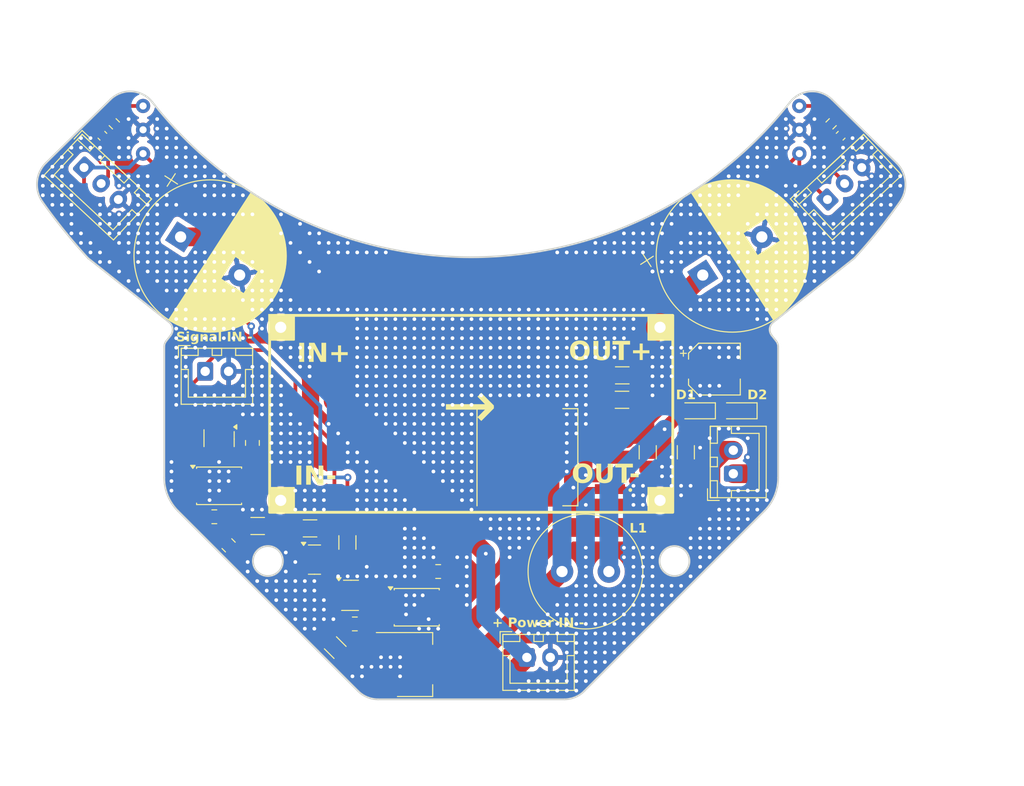
<source format=kicad_pcb>
(kicad_pcb (version 20240108) (generator "pcbnew") (generator_version "8.0")
  (layers (0 "F.Cu" signal) (31 "B.Cu" signal) (34 "B.Paste" user) (35 "F.Paste" user) (36 "B.SilkS" user "B.Silkscreen") (37 "F.SilkS" user "F.Silkscreen") (38 "B.Mask" user) (39 "F.Mask" user) (44 "Edge.Cuts" user))
  (net 0 "")
  (net 1 "Net-(U5-OUT)")
  (net 2 "GND")
  (net 3 "+50V")
  (net 4 "+5V")
  (net 5 "Net-(C8-Pad2)")
  (net 6 "Net-(U4-Vout)")
  (net 7 "Net-(Q2-G)")
  (net 8 "Net-(Q1-G)")
  (net 9 "Net-(D1-A)")
  (net 10 "Net-(D2-K)")
  (net 11 "+9V")
  (net 12 "signal-first")
  (net 13 "signal-second")
  (net 14 "Net-(XL6009E1-FB)")
  (net 15 "Net-(U1-DATAout)")
  (net 17 "Net-(U3-DATAout)")
  (net 19 "Net-(U6-OUT)")
  (net 20 "ballcatch_right")
  (net 21 "ballcatch_left")
  (net 22 "Net-(U7-OUT)")
  (net 23 "Net-(U8-OUT)")
  (net 24 "Net-(U10-OUT)")
  (net 25 "ground")
  (footprint "@ToinSigma:[C]1206-3216" (layer "F.Cu") (at 206.248 86.36 -90)
    (property "Reference" "C2")
    (property "Value" "1uF")
  )
  (footprint "@ToinSigma:[device]XL6009E1" (layer "F.Cu") (at 196.088 86.868 180)
    (property "Reference" "XL6009E1")
    (property "Value" "~")
  )
  (footprint "@ToinSigma:[C]1206-3216" (layer "F.Cu") (at 210.312 86.36 -90)
    (property "Reference" "C3")
    (property "Value" "1uF")
  )
  (footprint "Package_TO_SOT_SMD:SOT-23-5_HandSoldering" (layer "F.Cu") (at 174.498 101.6)
    (property "Reference" "U1")
    (property "Value" "~")
  )
  (footprint "Resistor_SMD:R_0603_1608Metric_Pad0.98x0.95mm_HandSolder" (layer "F.Cu") (at 149.352 51.308 135)
    (property "Reference" "R7")
    (property "Value" "39k")
  )
  (footprint "Capacitor_THT:CP_Radial_D16.0mm_P7.50mm" (layer "F.Cu") (at 156.422864 63.368096 -32.9)
    (property "Reference" "C5")
    (property "Value" "50V2200uF")
  )
  (footprint "@ToinSigma:[R]1206-3216" (layer "F.Cu") (at 170.18 94.488 180)
    (property "Reference" "R5")
    (property "Value" "100k")
  )
  (footprint "Connector_JST:JST_XH_B2B-XH-A_1x02_P2.50mm_Vertical" (layer "F.Cu") (at 193.354467 108.224466)
    (property "Reference" "J1")
    (property "Value" "Conn_01x02_Pin")
  )
  (footprint "@ToinSigma:[module]XL6009" (layer "F.Cu") (at 187.41822 71.739466)
    (property "Reference" "XL1")
    (property "Value" "~")
  )
  (footprint "@ToinSigma:[pad]small" (layer "F.Cu") (at 156.972 84.836 -90)
    (property "Reference" "U10")
    (property "Value" "~")
  )
  (footprint "@ToinSigma:[R]1206-3216" (layer "F.Cu") (at 203.454 80.772 180)
    (property "Reference" "R1")
    (property "Value" "1k")
  )
  (footprint "@ToinSigma:[R]1206-3216" (layer "F.Cu") (at 203.581 78.105)
    (property "Reference" "R2")
    (property "Value" "36k")
  )
  (footprint "Connector_JST:JST_XH_B3B-XH-A_1x03_P2.50mm_Vertical" (layer "F.Cu") (at 146.124132 55.97051 -43)
    (property "Reference" "J4")
    (property "Value" "Conn_01x03_Pin")
  )
  (footprint "Connector_JST:JST_XH_B2B-XH-A_1x02_P2.50mm_Vertical" (layer "F.Cu") (at 159.044467 77.707)
    (property "Reference" "J2")
    (property "Value" "Conn_01x02_Pin")
  )
  (footprint "@ToinSigma:[pad]small" (layer "F.Cu") (at 188.468 109.982 90)
    (property "Reference" "U5")
    (property "Value" "~")
  )
  (footprint "Capacitor_SMD:C_0603_1608Metric_Pad1.08x0.95mm_HandSolder" (layer "F.Cu") (at 226.822 52.578 45)
    (property "Reference" "C12")
    (property "Value" "0.33μF")
  )
  (footprint "Inductor_THT:L_Radial_D12.0mm_P5.00mm_Neosid_SD12_style2" (layer "F.Cu") (at 197.104 99.06)
    (property "Reference" "L1")
    (property "Value" "33uF4.8A")
  )
  (footprint "Capacitor_THT:CP_Radial_D16.0mm_P7.50mm" (layer "F.Cu") (at 212.116426 67.441904 32.9)
    (property "Reference" "C4")
    (property "Value" "50V2200uF")
  )
  (footprint "Capacitor_SMD:C_0805_2012Metric_Pad1.18x1.45mm_HandSolder" (layer "F.Cu") (at 160.02 93.218 180)
    (property "Reference" "C8")
    (property "Value" "0.1uF")
  )
  (footprint "Capacitor_SMD:CP_Elec_5x5.4" (layer "F.Cu") (at 213.36 77.47)
    (property "Reference" "C1")
    (property "Value" "47uF")
  )
  (footprint "Diode_SMD:D_SOD-323_HandSoldering" (layer "F.Cu") (at 211.455 81.915 180)
    (property "Reference" "D1")
    (property "Value" "60V2A")
  )
  (footprint "Diode_SMD:D_SOD-323_HandSoldering" (layer "F.Cu") (at 215.9 81.915 180)
    (property "Reference" "D2")
    (property "Value" "60V2A")
  )
  (footprint "@ToinSigma:[pad]small" (layer "F.Cu") (at 178.054 96.266 -90)
    (property "Reference" "U9")
    (property "Value" "~")
  )
  (footprint "Connector_JST:JST_XH_B3B-XH-A_1x03_P2.50mm_Vertical" (layer "F.Cu") (at 225.418034 59.380501 43)
    (property "Reference" "J5")
    (property "Value" "Conn_01x03_Pin")
  )
  (footprint "Package_SO:SO-6_4.4x3.6mm_P1.27mm" (layer "F.Cu") (at 181.61 102.87)
    (property "Reference" "U2")
    (property "Value" "TLP2361")
  )
  (footprint "@ToinSigma:[R]1206-3216" (layer "F.Cu") (at 164.592 94.234 180)
    (property "Reference" "R4")
    (property "Value" "10k")
  )
  (footprint "Capacitor_SMD:C_0805_2012Metric_Pad1.18x1.45mm_HandSolder" (layer "F.Cu") (at 175.006 104.648)
    (property "Reference" "C10")
    (property "Value" "0.1uF")
  )
  (footprint "Capacitor_SMD:C_0805_2012Metric_Pad1.18x1.45mm_HandSolder" (layer "F.Cu") (at 164.084 85.344 90)
    (property "Reference" "C7")
    (property "Value" "0.1uF")
  )
  (footprint "@ToinSigma:[device][sensor]tssp58038" (layer "F.Cu") (at 222.41822 51.942342 -90)
    (property "Reference" "U8")
    (property "Value" "tssp58038")
  )
  (footprint "Capacitor_SMD:C_0603_1608Metric_Pad1.08x0.95mm_HandSolder" (layer "F.Cu") (at 148.082 52.578 135)
    (property "Reference" "C11")
    (property "Value" "0.33μF")
  )
  (footprint "Connector_JST:JST_XH_B2B-XH-A_1x02_P2.50mm_Vertical" (layer "F.Cu") (at 215.375 88.626 90)
    (property "Reference" "J3")
    (property "Value" "Conn_01x02_Pin")
  )
  (footprint "Capacitor_SMD:C_0805_2012Metric_Pad1.18x1.45mm_HandSolder" (layer "F.Cu") (at 183.896 99.06 180)
    (property "Reference" "C6")
    (property "Value" "0.1uF")
  )
  (footprint "Package_TO_SOT_SMD:SOT-23-5_HandSoldering" (layer "F.Cu") (at 160.528 84.836 -90)
    (property "Reference" "U3")
    (property "Value" "~")
  )
  (footprint "@ToinSigma:[R]1206-3216" (layer "F.Cu") (at 174.244 96.012 -90)
    (property "Reference" "R3")
    (property "Value" "10k")
  )
  (footprint "Package_SO:SO-6_4.4x3.6mm_P1.27mm" (layer "F.Cu") (at 160.528 89.916)
    (property "Reference" "U4")
    (property "Value" "TLP2361")
  )
  (footprint "Resistor_SMD:R_0603_1608Metric_Pad0.98x0.95mm_HandSolder" (layer "F.Cu") (at 225.806 51.308 45)
    (property "Reference" "R8")
    (property "Value" "39k")
  )
  (footprint "Capacitor_SMD:C_0805_2012Metric_Pad1.18x1.45mm_HandSolder" (layer "F.Cu") (at 161.544 96.266 -45)
    (property "Reference" "C9")
    (property "Value" "0.47uF")
  )
  (footprint "@ToinSigma:[TO]TO-252" (layer "F.Cu") (at 181.4 108.98)
    (property "Reference" "Q1")
    (property "Value" "NMOS")
  )
  (footprint "@ToinSigma:[device][sensor]tssp58038" (layer "F.Cu") (at 152.418219 51.942342 -90)
    (property "Reference" "U7")
    (property "Value" "tssp58038")
  )
  (footprint "@ToinSigma:[pad]small" (layer "F.Cu") (at 171.704 73.152 180)
    (property "Reference" "U6")
    (property "Value" "~")
  )
  (footprint "@ToinSigma:[TO]SOT-23" (layer "F.Cu") (at 170.688 97.79)
    (property "Reference" "Q2")
    (property "Value" "NMOS")
  )
  (footprint "@ToinSigma:[R]1206-3216" (layer "F.Cu") (at 172.974 107.188 -45)
    (property "Reference" "R6")
    (property "Value" "10k")
  )
  (gr_arc (start 232.770585 55.476482) (mid 233.718826 57.484255) (end 233.139882 59.627885) (stroke (width 0.2)) (layer "Edge.Cuts"))
  (gr_line (start 148.944703 48.71144) (end 142.065857 55.476479) (stroke (width 0.2)) (layer "Edge.Cuts"))
  (gr_line (start 203.752743 107.529898) (end 199.474778 111.807863) (stroke (width 0.2)) (layer "Edge.Cuts"))
  (gr_arc (start 148.944703 48.71144) (mid 151.24032 47.856534) (end 153.407884 48.997762) (stroke (width 0.2)) (layer "Edge.Cuts"))
  (gr_arc (start 220.156014 89.055442) (mid 219.778866 90.960569) (end 218.704323 92.578318) (stroke (width 0.2)) (layer "Edge.Cuts"))
  (gr_arc (start 199.474778 111.807863) (mid 198.507117 112.455874) (end 197.365604 112.686558) (stroke (width 0.2)) (layer "Edge.Cuts"))
  (gr_arc (start 221.428555 48.997762) (mid 187.41822 65.535565) (end 153.407884 48.997762) (stroke (width 0.2)) (layer "Edge.Cuts"))
  (gr_line (start 171.083696 107.529898) (end 156.144898 92.5911) (stroke (width 0.2)) (layer "Edge.Cuts"))
  (gr_line (start 219.467381 73.872422) (end 219.940779 74.471847) (stroke (width 0.2)) (layer "Edge.Cuts"))
  (gr_line (start 146.557454 65.639213) (end 155.204033 72.467869) (stroke (width 0.2)) (layer "Edge.Cuts"))
  (gr_arc (start 146.557454 65.639213) (mid 144.031262 62.710969) (end 141.696557 59.627885) (stroke (width 0.2)) (layer "Edge.Cuts"))
  (gr_arc (start 154.680425 75.091642) (mid 154.735765 74.763601) (end 154.895649 74.471861) (stroke (width 0.2)) (layer "Edge.Cuts"))
  (gr_arc (start 233.139882 59.627885) (mid 230.805173 62.710974) (end 228.278975 65.63922) (stroke (width 0.2)) (layer "Edge.Cuts"))
  (gr_line (start 175.361676 111.807878) (end 171.083696 107.529898) (stroke (width 0.2)) (layer "Edge.Cuts"))
  (gr_line (start 154.680425 75.091642) (end 154.680425 89.055542) (stroke (width 0.2)) (layer "Edge.Cuts"))
  (gr_arc (start 219.940779 74.471847) (mid 220.101964 74.767312) (end 220.156014 75.099515) (stroke (width 0.2)) (layer "Edge.Cuts"))
  (gr_arc (start 221.428555 48.997762) (mid 223.596107 47.856533) (end 225.891731 48.711435) (stroke (width 0.2)) (layer "Edge.Cuts"))
  (gr_circle (center 165.735613 97.939175) (end 167.335613 97.939175) (stroke (width 0.2)) (fill none) (layer "Edge.Cuts"))
  (gr_arc (start 141.696557 59.627885) (mid 141.117613 57.484254) (end 142.065857 55.476479) (stroke (width 0.2)) (layer "Edge.Cuts"))
  (gr_line (start 220.156014 75.099515) (end 220.156014 89.055442) (stroke (width 0.2)) (layer "Edge.Cuts"))
  (gr_arc (start 156.144898 92.5911) (mid 155.061027 90.968972) (end 154.680425 89.055542) (stroke (width 0.2)) (layer "Edge.Cuts"))
  (gr_line (start 177.482957 112.686558) (end 197.365604 112.686558) (stroke (width 0.2)) (layer "Edge.Cuts"))
  (gr_arc (start 177.482957 112.686558) (mid 176.33493 112.458191) (end 175.361676 111.807878) (stroke (width 0.2)) (layer "Edge.Cuts"))
  (gr_line (start 155.369046 73.872437) (end 154.895649 74.471861) (stroke (width 0.2)) (layer "Edge.Cuts"))
  (gr_arc (start 219.467381 73.872422) (mid 219.258631 73.139033) (end 219.627553 72.471701) (stroke (width 0.2)) (layer "Edge.Cuts"))
  (gr_line (start 225.891731 48.711435) (end 232.770585 55.476482) (stroke (width 0.2)) (layer "Edge.Cuts"))
  (gr_line (start 228.278975 65.63922) (end 219.627553 72.471701) (stroke (width 0.2)) (layer "Edge.Cuts"))
  (gr_arc (start 155.204033 72.467869) (mid 155.577423 73.135974) (end 155.369046 73.872437) (stroke (width 0.2)) (layer "Edge.Cuts"))
  (gr_circle (center 209.100825 97.939175) (end 210.700825 97.939175) (stroke (width 0.2)) (fill none) (layer "Edge.Cuts"))
  (gr_line (start 203.752743 107.529898) (end 218.704323 92.578318) (stroke (width 0.2)) (layer "Edge.Cuts"))
  (gr_text "+ Power IN -" (at 194.564 105.156 0) (layer "F.SilkS") (effects (font (size 1 1)) (justify bottom)))
  (gr_text "Signal IN -" (at 160.02 74.676 0) (layer "F.SilkS") (effects (font (size 1 1)) (justify bottom)))
  (segment (start 211.16 77.47) (end 211.16 78.019) (width 1.4) (layer "F.Cu") (net 1))
  (segment (start 200.263 84.893) (end 199.644 85.512) (width 1.4) (layer "F.Cu") (net 1))
  (segment (start 201.987 84.893) (end 200.263 84.893) (width 1.4) (layer "F.Cu") (net 1))
  (segment (start 211.16 78.019) (end 206.248 82.931) (width 1.4) (layer "F.Cu") (net 1))
  (segment (start 201.943 88.843) (end 202.218 88.568) (width 1.4) (layer "F.Cu") (net 1))
  (segment (start 206.248 82.931) (end 206.248 84.74) (width 1.4) (layer "F.Cu") (net 1))
  (segment (start 204.023984 85.168) (end 202.218 85.168) (width 1.4) (layer "F.Cu") (net 1))
  (segment (start 204.451984 84.74) (end 204.023984 85.168) (width 1.4) (layer "F.Cu") (net 1))
  (segment (start 199.644 85.512) (end 199.644 88.773) (width 1.4) (layer "F.Cu") (net 1))
  (segment (start 202.218 85.124) (end 201.987 84.893) (width 1.4) (layer "F.Cu") (net 1))
  (segment (start 199.714 88.843) (end 201.943 88.843) (width 1.4) (layer "F.Cu") (net 1))
  (segment (start 199.644 88.773) (end 199.714 88.843) (width 1.4) (layer "F.Cu") (net 1))
  (segment (start 188.468 107.696) (end 197.104 99.06) (width 2) (layer "F.Cu") (net 1))
  (segment (start 206.248 84.74) (end 204.451984 84.74) (width 1.4) (layer "F.Cu") (net 1))
  (segment (start 202.218 85.168) (end 202.218 85.124) (width 1.4) (layer "F.Cu") (net 1))
  (segment (start 188.468 108.982) (end 188.468 107.696) (width 2) (layer "F.Cu") (net 1))
  (via (at 198.3105 90.1065) (size 0.8) (drill 0.4) (layers "F.Cu" "B.Cu") (net 1))
  (via (at 199.644 88.773) (size 0.8) (drill 0.4) (layers "F.Cu" "B.Cu") (net 1))
  (segment (start 197.104 91.313) (end 198.3105 90.1065) (width 2) (layer "B.Cu") (net 1))
  (segment (start 197.104 99.06) (end 197.104 91.313) (width 2) (layer "B.Cu") (net 1))
  (segment (start 198.3105 90.1065) (end 199.644 88.773) (width 2) (layer "B.Cu") (net 1))
  (via (at 187.452 80.264) (size 0.8) (drill 0.4) (layers "F.Cu" "B.Cu") (net 2))
  (via (at 199.644 104.648) (size 0.8) (drill 0.4) (layers "F.Cu" "B.Cu") (net 2))
  (via (at 214.884 64.008) (size 0.8) (drill 0.4) (layers "F.Cu" "B.Cu") (net 2))
  (via (at 198.628 83.312) (size 0.8) (drill 0.4) (layers "F.Cu" "B.Cu") (net 2))
  (via (at 178.308 76.2) (size 0.8) (drill 0.4) (layers "F.Cu" "B.Cu") (net 2))
  (via (at 216.916 57.912) (size 0.8) (drill 0.4) (layers "F.Cu" "B.Cu") (net 2))
  (via (at 186.436 73.152) (size 0.8) (drill 0.4) (layers "F.Cu" "B.Cu") (net 2))
  (via (at 153.924 50.8) (size 0.8) (drill 0.4) (layers "F.Cu" "B.Cu") (net 2))
  (via (at 199.644 81.28) (size 0.8) (drill 0.4) (layers "F.Cu" "B.Cu") (net 2))
  (via (at 155.956 55.88) (size 0.8) (drill 0.4) (layers "F.Cu" "B.Cu") (net 2))
  (via (at 164.084 79.248) (size 0.8) (drill 0.4) (layers "F.Cu" "B.Cu") (net 2))
  (via (at 206.756 102.616) (size 0.8) (drill 0.4) (layers "F.Cu" "B.Cu") (net 2))
  (via (at 197.612 105.664) (size 0.8) (drill 0.4) (layers "F.Cu" "B.Cu") (net 2))
  (via (at 179.324 79.248) (size 0.8) (drill 0.4) (layers "F.Cu" "B.Cu") (net 2))
  (via (at 204.724 105.664) (size 0.8) (drill 0.4) (layers "F.Cu" "B.Cu") (net 2))
  (via (at 146.812 52.832) (size 0.8) (drill 0.4) (layers "F.Cu" "B.Cu") (net 2))
  (via (at 232.156 57.912) (size 0.8) (drill 0.4) (layers "F.Cu" "B.Cu") (net 2))
  (via (at 159.004 56.896) (size 0.8) (drill 0.4) (layers "F.Cu" "B.Cu") (net 2))
  (via (at 184.404 87.376) (size 0.8) (drill 0.4) (layers "F.Cu" "B.Cu") (net 2))
  (via (at 178.308 73.152) (size 0.8) (drill 0.4) (layers "F.Cu" "B.Cu") (net 2))
  (via (at 177.292 72.136) (size 0.8) (drill 0.4) (layers "F.Cu" "B.Cu") (net 2))
  (via (at 183.388 78.232) (size 0.8) (drill 0.4) (layers "F.Cu" "B.Cu") (net 2))
  (via (at 215.9 69.088) (size 0.8) (drill 0.4) (layers "F.Cu" "B.Cu") (net 2))
  (via (at 199.644 75.184) (size 0.8) (drill 0.4) (layers "F.Cu" "B.Cu") (net 2))
  (via (at 167.132 70.104) (size 0.8) (drill 0.4) (layers "F.Cu" "B.Cu") (net 2))
  (via (at 217.932 66.04) (size 0.8) (drill 0.4) (layers "F.Cu" "B.Cu") (net 2))
  (via (at 178.308 81.28) (size 0.8) (drill 0.4) (layers "F.Cu" "B.Cu") (net 2))
  (via (at 184.404 85.344) (size 0.8) (drill 0.4) (layers "F.Cu" "B.Cu") (net 2))
  (via (at 150.876 61.976) (size 0.8) (drill 0.4) (layers "F.Cu" "B.Cu") (net 2))
  (via (at 191.516 93.472) (size 0.8) (drill 0.4) (layers "F.Cu" "B.Cu") (net 2))
  (via (at 149.86 56.896) (size 0.8) (drill 0.4) (layers "F.Cu" "B.Cu") (net 2))
  (via (at 184.404 78.232) (size 0.8) (drill 0.4) (layers "F.Cu" "B.Cu") (net 2))
  (via (at 193.548 71.12) (size 0.8) (drill 0.4) (layers "F.Cu" "B.Cu") (net 2))
  (via (at 187.452 78.232) (size 0.8) (drill 0.4) (layers "F.Cu" "B.Cu") (net 2))
  (via (at 215.9 57.912) (size 0.8) (drill 0.4) (layers "F.Cu" "B.Cu") (net 2))
  (via (at 147.828 66.04) (size 0.8) (drill 0.4) (layers "F.Cu" "B.Cu") (net 2))
  (via (at 220.98 62.992) (size 0.8) (drill 0.4) (layers "F.Cu" "B.Cu") (net 2))
  (via (at 180.467 102.616) (size 0.8) (drill 0.4) (layers "F.Cu" "B.Cu") (net 2))
  (via (at 221.996 65.024) (size 0.8) (drill 0.4) (layers "F.Cu" "B.Cu") (net 2))
  (via (at 191.516 94.488) (size 0.8) (drill 0.4) (layers "F.Cu" "B.Cu") (net 2))
  (via (at 178.308 72.136) (size 0.8) (drill 0.4) (layers "F.Cu" "B.Cu") (net 2))
  (via (at 220.98 50.8) (size 0.8) (drill 0.4) (layers "F.Cu" "B.Cu") (net 2))
  (via (at 208.788 61.976) (size 0.8) (drill 0.4) (layers "F.Cu" "B.Cu") (net 2))
  (via (at 221.996 58.928) (size 0.8) (drill 0.4) (layers "F.Cu" "B.Cu") (net 2))
  (via (at 183.388 79.248) (size 0.8) (drill 0.4) (layers "F.Cu" "B.Cu") (net 2))
  (via (at 197.612 82.296) (size 0.8) (drill 0.4) (layers "F.Cu" "B.Cu") (net 2))
  (via (at 185.42 74.168) (size 0.8) (drill 0.4) (layers "F.Cu" "B.Cu") (net 2))
  (via (at 159.004 57.912) (size 0.8) (drill 0.4) (layers "F.Cu" "B.Cu") (net 2))
  (via (at 213.868 66.04) (size 0.8) (drill 0.4) (layers "F.Cu" "B.Cu") (net 2))
  (via (at 198.628 109.728) (size 0.8) (drill 0.4) (layers "F.Cu" "B.Cu") (net 2))
  (via (at 166.116 85.344) (size 0.8) (drill 0.4) (layers "F.Cu" "B.Cu") (net 2))
  (via (at 178.816 109.22) (size 0.8) (drill 0.4) (layers "F.Cu" "B.Cu") (net 2))
  (via (at 181.356 99.568) (size 0.8) (drill 0.4) (layers "F.Cu" "B.Cu") (net 2))
  (via (at 231.14 56.896) (size 0.8) (drill 0.4) (layers "F.Cu" "B.Cu") (net 2))
  (via (at 190.5 74.168) (size 0.8) (drill 0.4) (layers "F.Cu" "B.Cu") (net 2))
  (via (at 142.748 59.944) (size 0.8) (drill 0.4) (layers "F.Cu" "B.Cu") (net 2))
  (via (at 195.58 73.152) (size 0.8) (drill 0.4) (layers "F.Cu" "B.Cu") (net 2))
  (via (at 161.036 81.28) (size 0.8) (drill 0.4) (layers "F.Cu" "B.Cu") (net 2))
  (via (at 177.292 81.28) (size 0.8) (drill 0.4) (layers "F.Cu" "B.Cu") (net 2))
  (via (at 225.044 55.88) (size 0.8) (drill 0.4) (layers "F.Cu" "B.Cu") (net 2))
  (via (at 180.34 72.136) (size 0.8) (drill 0.4) (layers "F.Cu" "B.Cu") (net 2))
  (via (at 213.868 93.472) (size 0.8) (drill 0.4) (layers "F.Cu" "B.Cu") (net 2))
  (via (at 172.72 104.14) (size 0.8) (drill 0.4) (layers "F.Cu" "B.Cu") (net 2))
  (via (at 221.996 57.912) (size 0.8) (drill 0.4) (layers "F.Cu" "B.Cu") (net 2))
  (via (at 197.612 72.136) (size 0.8) (drill 0.4) (layers "F.Cu" "B.Cu") (net 2))
  (via (at 169.672 102.108) (size 0.8) (drill 0.4) (layers "F.Cu" "B.Cu") (net 2))
  (via (at 176.276 72.136) (size 0.8) (drill 0.4) (layers "F.Cu" "B.Cu") (net 2))
  (via (at 206.756 96.52) (size 0.8) (drill 0.4) (layers "F.Cu" "B.Cu") (net 2))
  (via (at 226.06 66.04) (size 0.8) (drill 0.4) (layers "F.Cu" "B.Cu") (net 2))
  (via (at 231.14 57.912) (size 0.8) (drill 0.4) (layers "F.Cu" "B.Cu") (net 2))
  (via (at 191.516 96.52) (size 0.8) (drill 0.4) (layers "F.Cu" "B.Cu") (net 2))
  (via (at 199.644 71.12) (size 0.8) (drill 0.4) (layers "F.Cu" "B.Cu") (net 2))
  (via (at 178.308 77.216) (size 0.8) (drill 0.4) (layers "F.Cu" "B.Cu") (net 2))
  (via (at 168.148 85.344) (size 0.8) (drill 0.4) (layers "F.Cu" "B.Cu") (net 2))
  (via (at 216.916 67.056) (size 0.8) (drill 0.4) (layers "F.Cu" "B.Cu") (net 2))
  (via (at 185.42 79.248) (size 0.8) (drill 0.4) (layers "F.Cu" "B.Cu") (net 2))
  (via (at 198.628 74.168) (size 0.8) (drill 0.4) (layers "F.Cu" "B.Cu") (net 2))
  (via (at 225.044 65.024) (size 0.8) (drill 0.4) (layers "F.Cu" "B.Cu") (net 2))
  (via (at 199.644 100.584) (size 0.8) (drill 0.4) (layers "F.Cu" "B.Cu") (net 2))
  (via (at 144.78 60.96) (size 0.8) (drill 0.4) (layers "F.Cu" "B.Cu") (net 2))
  (via (at 206.756 78.232) (size 0.8) (drill 0.4) (layers "F.Cu" "B.Cu") (net 2))
  (via (at 195.58 80.264) (size 0.8) (drill 0.4) (layers "F.Cu" "B.Cu") (net 2))
  (via (at 200.66 103.632) (size 0.8) (drill 0.4) (layers "F.Cu" "B.Cu") (net 2))
  (via (at 188.468 71.12) (size 0.8) (drill 0.4) (layers "F.Cu" "B.Cu") (net 2))
  (via (at 150.876 52.832) (size 0.8) (drill 0.4) (layers "F.Cu" "B.Cu") (net 2))
  (via (at 171.704 104.14) (size 0.8) (drill 0.4) (layers "F.Cu" "B.Cu") (net 2))
  (via (at 229.108 59.944) (size 0.8) (drill 0.4) (layers "F.Cu" "B.Cu") (net 2))
  (via (at 169.672 101.092) (size 0.8) (drill 0.4) (layers "F.Cu" "B.Cu") (net 2))
  (via (at 163.068 82.296) (size 0.8) (drill 0.4) (layers "F.Cu" "B.Cu") (net 2))
  (via (at 198.628 80.264) (size 0.8) (drill 0.4) (layers "F.Cu" "B.Cu") (net 2))
  (via (at 202.692 72.136) (size 0.8) (drill 0.4) (layers "F.Cu" "B.Cu") (net 2))
  (via (at 223.012 65.024) (size 0.8) (drill 0.4) (layers "F.Cu" "B.Cu") (net 2))
  (via (at 182.372 76.2) (size 0.8) (drill 0.4) (layers "F.Cu" "B.Cu") (net 2))
  (via (at 198.628 108.712) (size 0.8) (drill 0.4) (layers "F.Cu" "B.Cu") (net 2))
  (via (at 203.708 64.008) (size 0.8) (drill 0.4) (layers "F.Cu" "B.Cu") (net 2))
  (via (at 201.676 101.6) (size 0.8) (drill 0.4) (layers "F.Cu" "B.Cu") (net 2))
  (via (at 184.404 83.312) (size 0.8) (drill 0.4) (layers "F.Cu" "B.Cu") (net 2))
  (via (at 170.18 66.04) (size 0.8) (drill 0.4) (layers "F.Cu" "B.Cu") (net 2))
  (via (at 198.628 75.184) (size 0.8) (drill 0.4) (layers "F.Cu" "B.Cu") (net 2))
  (via (at 194.564 71.12) (size 0.8) (drill 0.4) (layers "F.Cu" "B.Cu") (net 2))
  (via (at 196.596 76.2) (size 0.8) (drill 0.4) (layers "F.Cu" "B.Cu") (net 2))
  (via (at 182.372 74.168) (size 0.8) (drill 0.4) (layers "F.Cu" "B.Cu") (net 2))
  (via (at 165.1 78.232) (size 0.8) (drill 0.4) (layers "F.Cu" "B.Cu") (net 2))
  (via (at 155.448 88.392) (size 0.8) (drill 0.4) (layers "F.Cu" "B.Cu") (net 2))
  (via (at 214.884 94.488) (size 0.8) (drill 0.4) (layers "F.Cu" "B.Cu") (net 2))
  (via (at 198.628 72.136) (size 0.8) (drill 0.4) (layers "F.Cu" "B.Cu") (net 2))
  (via (at 205.74 65.024) (size 0.8) (drill 0.4) (layers "F.Cu" "B.Cu") (net 2))
  (via (at 219.964 51.816) (size 0.8) (drill 0.4) (layers "F.Cu" "B.Cu") (net 2))
  (via (at 156.972 71.12) (size 0.8) (drill 0.4) (layers "F.Cu" "B.Cu") (net 2))
  (via (at 182.372 83.312) (size 0.8) (drill 0.4) (layers "F.Cu" "B.Cu") (net 2))
  (via (at 230.124 54.864) (size 0.8) (drill 0.4) (layers "F.Cu" "B.Cu") (net 2))
  (via (at 165.1 69.088) (size 0.8) (drill 0.4) (layers "F.Cu" "B.Cu") (net 2))
  (via (at 220.98 58.928) (size 0.8) (drill 0.4) (layers "F.Cu" "B.Cu") (net 2))
  (via (at 224.028 53.848) (size 0.8) (drill 0.4) (layers "F.Cu" "B.Cu") (net 2))
  (via (at 159.512 90.424) (size 0.8) (drill 0.4) (layers "F.Cu" "B.Cu") (net 2))
  (via (at 156.972 66.04) (size 0.8) (drill 0.4) (layers "F.Cu" "B.Cu") (net 2))
  (via (at 217.932 60.96) (size 0.8) (drill 0.4) (layers "F.Cu" "B.Cu") (net 2))
  (via (at 201.676 103.632) (size 0.8) (drill 0.4) (layers "F.Cu" "B.Cu") (net 2))
  (via (at 186.944 97.536) (size 0.8) (drill 0.4) (layers "F.Cu" "B.Cu") (net 2))
  (via (at 163.068 70.104) (size 0.8) (drill 0.4) (layers "F.Cu" "B.Cu") (net 2))
  (via (at 192.532 78.232) (size 0.8) (drill 0.4) (layers "F.Cu" "B.Cu") (net 2))
  (via (at 176.276 80.264) (size 0.8) (drill 0.4) (layers "F.Cu" "B.Cu") (net 2))
  (via (at 157.988 80.264) (size 0.8) (drill 0.4) (layers "F.Cu" "B.Cu") (net 2))
  (via (at 183.388 96.52) (size 0.8) (drill 0.4) (layers "F.Cu" "B.Cu") (net 2))
  (via (at 208.788 78.232) (size 0.8) (drill 0.4) (layers "F.Cu" "B.Cu") (net 2))
  (via (at 161.036 58.928) (size 0.8) (drill 0.4) (layers "F.Cu" "B.Cu") (net 2))
  (via (at 213.868 71.12) (size 0.8) (drill 0.4) (layers "F.Cu" "B.Cu") (net 2))
  (via (at 167.64 101.092) (size 0.8) (drill 0.4) (layers "F.Cu" "B.Cu") (net 2))
  (via (at 204.724 98.552) (size 0.8) (drill 0.4) (layers "F.Cu" "B.Cu") (net 2))
  (via (at 227.076 64.008) (size 0.8) (drill 0.4) (layers "F.Cu" "B.Cu") (net 2))
  (via (at 185.928 100.584) (size 0.8) (drill 0.4) (layers "F.Cu" "B.Cu") (net 2))
  (via (at 199.644 91.948) (size 0.8) (drill 0.4) (layers "F.Cu" "B.Cu") (net 2))
  (via (at 202.692 71.12) (size 0.8) (drill 0.4) (layers "F.Cu" "B.Cu") (net 2))
  (via (at 191.516 75.184) (size 0.8) (drill 0.4) (layers "F.Cu" "B.Cu") (net 2))
  (via (at 181.356 74.168) (size 0.8) (drill 0.4) (layers "F.Cu" "B.Cu") (net 2))
  (via (at 174.244 71.12) (size 0.8) (drill 0.4) (layers "F.Cu" "B.Cu") (net 2))
  (via (at 206.756 62.992) (size 0.8) (drill 0.4) (layers "F.Cu" "B.Cu") (net 2))
  (via (at 155.956 78.232) (size 0.8) (drill 0.4) (layers "F.Cu" "B.Cu") (net 2))
  (via (at 167.132 60.96) (size 0.8) (drill 0.4) (layers "F.Cu" "B.Cu") (net 2))
  (via (at 196.596 103.632) (size 0.8) (drill 0.4) (layers "F.Cu" "B.Cu") (net 2))
  (via (at 229.108 58.928) (size 0.8) (drill 0.4) (layers "F.Cu" "B.Cu") (net 2))
  (via (at 224.028 60.96) (size 0.8) (drill 0.4) (layers "F.Cu" "B.Cu") (net 2))
  (via (at 168.148 87.376) (size 0.8) (drill 0.4) (layers "F.Cu" "B.Cu") (net 2))
  (via (at 187.452 91.44) (size 0.8) (drill 0.4) (layers "F.Cu" "B.Cu") (net 2))
  (via (at 171.704 103.124) (size 0.8) (drill 0.4) (layers "F.Cu" "B.Cu") (net 2))
  (via (at 201.676 74.168) (size 0.8) (drill 0.4) (layers "F.Cu" "B.Cu") (net 2))
  (via (at 183.388 81.28) (size 0.8) (drill 0.4) (layers "F.Cu" "B.Cu") (net 2))
  (via (at 181.356 80.264) (size 0.8) (drill 0.4) (layers "F.Cu" "B.Cu") (net 2))
  (via (at 179.832 109.22) (size 0.8) (drill 0.4) (layers "F.Cu" "B.Cu") (net 2))
  (via (at 224.028 55.88) (size 0.8) (drill 0.4) (layers "F.Cu" "B.Cu") (net 2))
  (via (at 184.404 89.408) (size 0.8) (drill 0.4) (layers "F.Cu" "B.Cu") (net 2))
  (via (at 184.404 79.248) (size 0.8) (drill 0.4) (layers "F.Cu" "B.Cu") (net 2))
  (via (at 219.964 66.04) (size 0.8) (drill 0.4) (layers "F.Cu" "B.Cu") (net 2))
  (via (at 180.34 99.568) (size 0.8) (drill 0.4) (layers "F.Cu" "B.Cu") (net 2))
  (via (at 160.02 58.928) (size 0.8) (drill 0.4) (layers "F.Cu" "B.Cu") (net 2))
  (via (at 206.756 79.248) (size 0.8) (drill 0.4) (layers "F.Cu" "B.Cu") (net 2))
  (via (at 143.764 58.928) (size 0.8) (drill 0.4) (layers "F.Cu" "B.Cu") (net 2))
  (via (at 202.692 107.696) (size 0.8) (drill 0.4) (layers "F.Cu" "B.Cu") (net 2))
  (via (at 206.756 67.056) (size 0.8) (drill 0.4) (layers "F.Cu" "B.Cu") (net 2))
  (via (at 195.58 77.216) (size 0.8) (drill 0.4) (layers "F.Cu" "B.Cu") (net 2))
  (via (at 154.94 52.832) (size 0.8) (drill 0.4) (layers "F.Cu" "B.Cu") (net 2))
  (via (at 199.644 110.744) (size 0.8) (drill 0.4) (layers "F.Cu" "B.Cu") (net 2))
  (via (at 207.772 77.216) (size 0.8) (drill 0.4) (layers "F.Cu" "B.Cu") (net 2))
  (via (at 213.868 75.184) (size 0.8) (drill 0.4) (layers "F.Cu" "B.Cu") (net 2))
  (via (at 148.844 61.976) (size 0.8) (drill 0.4) (layers "F.Cu" "B.Cu") (net 2))
  (via (at 195.58 78.232) (size 0.8) (drill 0.4) (layers "F.Cu" "B.Cu") (net 2))
  (via (at 195.58 110.744) (size 0.8) (drill 0.4) (layers "F.Cu" "B.Cu") (net 2))
  (via (at 189.484 74.168) (size 0.8) (drill 0.4) (layers "F.Cu" "B.Cu") (net 2))
  (via (at 177.8 108.204) (size 0.8) (drill 0.4) (layers "F.Cu" "B.Cu") (net 2))
  (via (at 187.452 85.344) (size 0.8) (drill 0.4) (layers "F.Cu" "B.Cu") (net 2))
  (via (at 179.324 80.264) (size 0.8) (drill 0.4) (layers "F.Cu" "B.Cu") (net 2))
  (via (at 211.836 71.12) (size 0.8) (drill 0.4) (layers "F.Cu" "B.Cu") (net 2))
  (via (at 205.74 102.616) (size 0.8) (drill 0.4) (layers "F.Cu" "B.Cu") (net 2))
  (via (at 190.5 71.12) (size 0.8) (drill 0.4) (layers "F.Cu" "B.Cu") (net 2))
  (via (at 165.1 92.456) (size 0.8) (drill 0.4) (layers "F.Cu" "B.Cu") (net 2))
  (via (at 211.836 79.248) (size 0.8) (drill 0.4) (layers "F.Cu" "B.Cu") (net 2))
  (via (at 195.58 103.632) (size 0.8) (drill 0.4) (layers "F.Cu" "B.Cu") (net 2))
  (via (at 212.852 71.12) (size 0.8) (drill 0.4) (layers "F.Cu" "B.Cu") (net 2))
  (via (at 155.956 77.216) (size 0.8) (drill 0.4) (layers "F.Cu" "B.Cu") (net 2))
  (via (at 147.828 53.848) (size 0.8) (drill 0.4) (layers "F.Cu" "B.Cu") (net 2))
  (via (at 160.02 80.264) (size 0.8) (drill 0.4) (layers "F.Cu" "B.Cu") (net 2))
  (via (at 212.852 59.944) (size 0.8) (drill 0.4) (layers "F.Cu" "B.Cu") (net 2))
  (via (at 218.948 66.04) (size 0.8) (drill 0.4) (layers "F.Cu" "B.Cu") (net 2))
  (via (at 199.644 107.696) (size 0.8) (drill 0.4) (layers "F.Cu" "B.Cu") (net 2))
  (via (at 181.356 77.216) (size 0.8) (drill 0.4) (layers "F.Cu" "B.Cu") (net 2))
  (via (at 223.012 58.928) (size 0.8) (drill 0.4) (layers "F.Cu" "B.Cu") (net 2))
  (via (at 208.788 66.04) (size 0.8) (drill 0.4) (layers "F.Cu" "B.Cu") (net 2))
  (via (at 202.692 74.168) (size 0.8) (drill 0.4) (layers "F.Cu" "B.Cu") (net 2))
  (via (at 185.42 72.136) (size 0.8) (drill 0.4) (layers "F.Cu" "B.Cu") (net 2))
  (via (at 195.58 76.2) (size 0.8) (drill 0.4) (layers "F.Cu" "B.Cu") (net 2))
  (via (at 142.748 57.912) (size 0.8) (drill 0.4) (layers "F.Cu" "B.Cu") (net 2))
  (via (at 191.516 71.12) (size 0.8) (drill 0.4) (layers "F.Cu" "B.Cu") (net 2))
  (via (at 204.724 96.52) (size 0.8) (drill 0.4) (layers "F.Cu" "B.Cu") (net 2))
  (via (at 211.836 59.944) (size 0.8) (drill 0.4) (layers "F.Cu" "B.Cu") (net 2))
  (via (at 166.116 80.264) (size 0.8) (drill 0.4) (layers "F.Cu" "B.Cu") (net 2))
  (via (at 170.688 104.14) (size 0.8) (drill 0.4) (layers "F.Cu" "B.Cu") (net 2))
  (via (at 160.02 65.024) (size 0.8) (drill 0.4) (layers "F.Cu" "B.Cu") (net 2))
  (via (at 193.548 80.264) (size 0.8) (drill 0.4) (layers "F.Cu" "B.Cu") (net 2))
  (via (at 168.148 82.296) (size 0.8) (drill 0.4) (layers "F.Cu" "B.Cu") (net 2))
  (via (at 210.82 89.916) (size 0.8) (drill 0.4) (layers "F.Cu" "B.Cu") (net 2))
  (via (at 144.78 53.848) (size 0.8) (drill 0.4) (layers "F.Cu" "B.Cu") (net 2))
  (via (at 212.852 97.536) (size 0.8) (drill 0.4) (layers "F.Cu" "B.Cu") (net 2))
  (via (at 204.724 73.152) (size 0.8) (drill 0.4) (layers "F.Cu" "B.Cu") (net 2))
  (via (at 216.916 61.976) (size 0.8) (drill 0.4) (layers "F.Cu" "B.Cu") (net 2))
  (via (at 194.564 73.152) (size 0.8) (drill 0.4) (layers "F.Cu" "B.Cu") (net 2))
  (via (at 185.42 73.152) (size 0.8) (drill 0.4) (layers "F.Cu" "B.Cu") (net 2))
  (via (at 160.02 74.168) (size 0.8) (drill 0.4) (layers "F.Cu" "B.Cu") (net 2))
  (via (at 183.388 73.152) (size 0.8) (drill 0.4) (layers "F.Cu" "B.Cu") (net 2))
  (via (at 180.34 73.152) (size 0.8) (drill 0.4) (layers "F.Cu" "B.Cu") (net 2))
  (via (at 217.932 71.12) (size 0.8) (drill 0.4) (layers "F.Cu" "B.Cu") (net 2))
  (via (at 212.852 94.488) (size 0.8) (drill 0.4) (layers "F.Cu" "B.Cu") (net 2))
  (via (at 195.58 104.648) (size 0.8) (drill 0.4) (layers "F.Cu" "B.Cu") (net 2))
  (via (at 217.932 68.072) (size 0.8) (drill 0.4) (layers "F.Cu" "B.Cu") (net 2))
  (via (at 204.724 100.584) (size 0.8) (drill 0.4) (layers "F.Cu" "B.Cu") (net 2))
  (via (at 207.772 102.616) (size 0.8) (drill 0.4) (layers "F.Cu" "B.Cu") (net 2))
  (via (at 181.356 75.184) (size 0.8) (drill 0.4) (layers "F.Cu" "B.Cu") (net 2))
  (via (at 216.916 92.456) (size 0.8) (drill 0.4) (layers "F.Cu" "B.Cu") (net 2))
  (via (at 227.076 54.864) (size 0.8) (drill 0.4) (layers "F.Cu" "B.Cu") (net 2))
  (via (at 155.956 76.2) (size 0.8) (drill 0.4) (layers "F.Cu" "B.Cu") (net 2))
  (via (at 156.972 60.96) (size 0.8) (drill 0.4) (layers "F.Cu" "B.Cu") (net 2))
  (via (at 198.628 100.584) (size 0.8) (drill 0.4) (layers "F.Cu" "B.Cu") (net 2))
  (via (at 216.916 69.088) (size 0.8) (drill 0.4) (layers "F.Cu" "B.Cu") (net 2))
  (via (at 160.02 57.912) (size 0.8) (drill 0.4) (layers "F.Cu" "B.Cu") (net 2))
  (via (at 169.164 65.024) (size 0.8) (drill 0.4) (layers "F.Cu" "B.Cu") (net 2))
  (via (at 166.116 71.12) (size 0.8) (drill 0.4) (layers "F.Cu" "B.Cu") (net 2))
  (via (at 175.26 77.216) (size 0.8) (drill 0.4) (layers "F.Cu" "B.Cu") (net 2))
  (via (at 185.42 86.36) (size 0.8) (drill 0.4) (layers "F.Cu" "B.Cu") (net 2))
  (via (at 216.916 90.424) (size 0.8) (drill 0.4) (layers "F.Cu" "B.Cu") (net 2))
  (via (at 182.372 71.12) (size 0.8) (drill 0.4) (layers "F.Cu" "B.Cu") (net 2))
  (via (at 180.34 83.312) (size 0.8) (drill 0.4) (layers "F.Cu" "B.Cu") (net 2))
  (via (at 193.548 75.184) (size 0.8) (drill 0.4) (layers "F.Cu" "B.Cu") (net 2))
  (via (at 197.612 80.264) (size 0.8) (drill 0.4) (layers "F.Cu" "B.Cu") (net 2))
  (via (at 186.436 88.392) (size 0.8) (drill 0.4) (layers "F.Cu" "B.Cu") (net 2))
  (via (at 190.5 79.248) (size 0.8) (drill 0.4) (layers "F.Cu" "B.Cu") (net 2))
  (via (at 196.596 78.232) (size 0.8) (drill 0.4) (layers "F.Cu" "B.Cu") (net 2))
  (via (at 200.66 65.024) (size 0.8) (drill 0.4) (layers "F.Cu" "B.Cu") (net 2))
  (via (at 190.5 75.184) (size 0.8) (drill 0.4) (layers "F.Cu" "B.Cu") (net 2))
  (via (at 159.512 88.392) (size 0.8) (drill 0.4) (layers "F.Cu" "B.Cu") (net 2))
  (via (at 164.084 66.04) (size 0.8) (drill 0.4) (layers "F.Cu" "B.Cu") (net 2))
  (via (at 205.74 71.12) (size 0.8) (drill 0.4) (layers "F.Cu" "B.Cu") (net 2))
  (via (at 212.852 84.836) (size 0.8) (drill 0.4) (layers "F.Cu" "B.Cu") (net 2))
  (via (at 166.116 69.088) (size 0.8) (drill 0.4) (layers "F.Cu" "B.Cu") (net 2))
  (via (at 167.132 82.296) (size 0.8) (drill 0.4) (layers "F.Cu" "B.Cu") (net 2))
  (via (at 181.356 96.52) (size 0.8) (drill 0.4) (layers "F.Cu" "B.Cu") (net 2))
  (via (at 192.532 79.248) (size 0.8) (drill 0.4) (layers "F.Cu" "B.Cu") (net 2))
  (via (at 157.988 55.88) (size 0.8) (drill 0.4) (layers "F.Cu" "B.Cu") (net 2))
  (via (at 156.972 67.056) (size 0.8) (drill 0.4) (layers "F.Cu" "B.Cu") (net 2))
  (via (at 207.772 101.6) (size 0.8) (drill 0.4) (layers "F.Cu" "B.Cu") (net 2))
  (via (at 216.916 66.04) (size 0.8) (drill 0.4) (layers "F.Cu" "B.Cu") (net 2))
  (via (at 152.908 57.912) (size 0.8) (drill 0.4) (layers "F.Cu" "B.Cu") (net 2))
  (via (at 187.452 82.296) (size 0.8) (drill 0.4) (layers "F.Cu" "B.Cu") (net 2))
  (via (at 185.42 81.28) (size 0.8) (drill 0.4) (layers "F.Cu" "B.Cu") (net 2))
  (via (at 177.292 91.44) (size 0.8) (drill 0.4) (layers "F.Cu" "B.Cu") (net 2))
  (via (at 159.004 72.136) (size 0.8) (drill 0.4) (layers "F.Cu" "B.Cu") (net 2))
  (via (at 199.644 98.552) (size 0.8) (drill 0.4) (layers "F.Cu" "B.Cu") (net 2))
  (via (at 216.916 93.472) (size 0.8) (drill 0.4) (layers "F.Cu" "B.Cu") (net 2))
  (via (at 156.972 74.168) (size 0.8) (drill 0.4) (layers "F.Cu" "B.Cu") (net 2))
  (via (at 157.988 57.912) (size 0.8) (drill 0.4) (layers "F.Cu" "B.Cu") (net 2))
  (via (at 177.292 80.264) (size 0.8) (drill 0.4) (layers "F.Cu" "B.Cu") (net 2))
  (via (at 179.832 108.204) (size 0.8) (drill 0.4) (layers "F.Cu" "B.Cu") (net 2))
  (via (at 181.356 97.536) (size 0.8) (drill 0.4) (layers "F.Cu" "B.Cu") (net 2))
  (via (at 233.172 57.912) (size 0.8) (drill 0.4) (layers "F.Cu" "B.Cu") (net 2))
  (via (at 183.388 74.168) (size 0.8) (drill 0.4) (layers "F.Cu" "B.Cu") (net 2))
  (via (at 231.14 56.896) (size 0.8) (drill 0.4) (layers "F.Cu" "B.Cu") (net 2))
  (via (at 157.988 69.088) (size 0.8) (drill 0.4) (layers "F.Cu" "B.Cu") (net 2))
  (via (at 163.068 60.96) (size 0.8) (drill 0.4) (layers "F.Cu" "B.Cu") (net 2))
  (via (at 178.308 89.408) (size 0.8) (drill 0.4) (layers "F.Cu" "B.Cu") (net 2))
  (via (at 230.124 61.976) (size 0.8) (drill 0.4) (layers "F.Cu" "B.Cu") (net 2))
  (via (at 199.644 74.168) (size 0.8) (drill 0.4) (layers "F.Cu" "B.Cu") (net 2))
  (via (at 181.356 98.552) (size 0.8) (drill 0.4) (layers "F.Cu" "B.Cu") (net 2))
  (via (at 172.212 71.12) (size 0.8) (drill 0.4) (layers "F.Cu" "B.Cu") (net 2))
  (via (at 178.308 79.248) (size 0.8) (drill 0.4) (layers "F.Cu" "B.Cu") (net 2))
  (via (at 154.94 67.056) (size 0.8) (drill 0.4) (layers "F.Cu" "B.Cu") (net 2))
  (via (at 201.676 76.2) (size 0.8) (drill 0.4) (layers "F.Cu" "B.Cu") (net 2))
  (via (at 198.628 78.232) (size 0.8) (drill 0.4) (layers "F.Cu" "B.Cu") (net 2))
  (via (at 167.64 103.124) (size 0.8) (drill 0.4) (layers "F.Cu" "B.Cu") (net 2))
  (via (at 197.612 76.2) (size 0.8) (drill 0.4) (layers "F.Cu" "B.Cu") (net 2))
  (via (at 224.028 64.008) (size 0.8) (drill 0.4) (layers "F.Cu" "B.Cu") (net 2))
  (via (at 190.5 72.136) (size 0.8) (drill 0.4) (layers "F.Cu" "B.Cu") (net 2))
  (via (at 230.124 60.96) (size 0.8) (drill 0.4) (layers "F.Cu" "B.Cu") (net 2))
  (via (at 207.772 76.2) (size 0.8) (drill 0.4) (layers "F.Cu" "B.Cu") (net 2))
  (via (at 182.372 85.344) (size 0.8) (drill 0.4) (layers "F.Cu" "B.Cu") (net 2))
  (via (at 152.908 59.944) (size 0.8) (drill 0.4) (layers "F.Cu" "B.Cu") (net 2))
  (via (at 194.564 74.168) (size 0.8) (drill 0.4) (layers "F.Cu" "B.Cu") (net 2))
  (via (at 207.772 79.248) (size 0.8) (drill 0.4) (layers "F.Cu" "B.Cu") (net 2))
  (via (at 197.612 106.68) (size 0.8) (drill 0.4) (layers "F.Cu" "B.Cu") (net 2))
  (via (at 197.612 87.376) (size 0.8) (drill 0.4) (layers "F.Cu" "B.Cu") (net 2))
  (via (at 216.916 86.868) (size 0.8) (drill 0.4) (layers "F.Cu" "B.Cu") (net 2))
  (via (at 207.772 61.976) (size 0.8) (drill 0.4) (layers "F.Cu" "B.Cu") (net 2))
  (via (at 167.132 62.992) (size 0.8) (drill 0.4) (layers "F.Cu" "B.Cu") (net 2))
  (via (at 186.436 77.216) (size 0.8) (drill 0.4) (layers "F.Cu" "B.Cu") (net 2))
  (via (at 180.34 98.552) (size 0.8) (drill 0.4) (layers "F.Cu" "B.Cu") (net 2))
  (via (at 226.06 62.992) (size 0.8) (drill 0.4) (layers "F.Cu" "B.Cu") (net 2))
  (via (at 154.94 58.928) (size 0.8) (drill 0.4) (layers "F.Cu" "B.Cu") (net 2))
  (via (at 212.852 57.912) (size 0.8) (drill 0.4) (layers "F.Cu" "B.Cu") (net 2))
  (via (at 168.656 104.14) (size 0.8) (drill 0.4) (layers "F.Cu" "B.Cu") (net 2))
  (via (at 201.676 65.024) (size 0.8) (drill 0.4) (layers "F.Cu" "B.Cu") (net 2))
  (via (at 153.924 52.832) (size 0.8) (drill 0.4) (layers "F.Cu" "B.Cu") (net 2))
  (via (at 199.644 97.536) (size 0.8) (drill 0.4) (layers "F.Cu" "B.Cu") (net 2))
  (via (at 149.86 64.008) (size 0.8) (drill 0.4) (layers "F.Cu" "B.Cu") (net 2))
  (via (at 214.884 68.072) (size 0.8) (drill 0.4) (layers "F.Cu" "B.Cu") (net 2))
  (via (at 219.964 53.848) (size 0.8) (drill 0.4) (layers "F.Cu" "B.Cu") (net 2))
  (via (at 193.548 72.136) (size 0.8) (drill 0.4) (layers "F.Cu" "B.Cu") (net 2))
  (via (at 186.436 90.424) (size 0.8) (drill 0.4) (layers "F.Cu" "B.Cu") (net 2))
  (via (at 209.804 90.932) (size 0.8) (drill 0.4) (layers "F.Cu" "B.Cu") (net 2))
  (via (at 184.404 76.2) (size 0.8) (drill 0.4) (layers "F.Cu" "B.Cu") (net 2))
  (via (at 183.896 105.156) (size 0.8) (drill 0.4) (layers "F.Cu" "B.Cu") (net 2))
  (via (at 149.86 57.912) (size 0.8) (drill 0.4) (layers "F.Cu" "B.Cu") (net 2))
  (via (at 150.876 56.896) (size 0.8) (drill 0.4) (layers "F.Cu" "B.Cu") (net 2))
  (via (at 190.5 94.488) (size 0.8) (drill 0.4) (layers "F.Cu" "B.Cu") (net 2))
  (via (at 203.708 71.12) (size 0.8) (drill 0.4) (layers "F.Cu" "B.Cu") (net 2))
  (via (at 204.724 89.916) (size 0.8) (drill 0.4) (layers "F.Cu" "B.Cu") (net 2))
  (via (at 215.9 92.456) (size 0.8) (drill 0.4) (layers "F.Cu" "B.Cu") (net 2))
  (via (at 181.356 81.28) (size 0.8) (drill 0.4) (layers "F.Cu" "B.Cu") (net 2))
  (via (at 171.704 92.456) (size 0.8) (drill 0.4) (layers "F.Cu" "B.Cu") (net 2))
  (via (at 200.66 107.696) (size 0.8) (drill 0.4) (layers "F.Cu" "B.Cu") (net 2))
  (via (at 184.404 77.216) (size 0.8) (drill 0.4) (layers "F.Cu" "B.Cu") (net 2))
  (via (at 169.164 61.976) (size 0.8) (drill 0.4) (layers "F.Cu" "B.Cu") (net 2))
  (via (at 157.988 60.96) (size 0.8) (drill 0.4) (layers "F.Cu" "B.Cu") (net 2))
  (via (at 196.596 72.136) (size 0.8) (drill 0.4) (layers "F.Cu" "B.Cu") (net 2))
  (via (at 204.724 62.992) (size 0.8) (drill 0.4) (layers "F.Cu" "B.Cu") (net 2))
  (via (at 157.988 67.056) (size 0.8) (drill 0.4) (layers "F.Cu" "B.Cu") (net 2))
  (via (at 185.42 76.2) (size 0.8) (drill 0.4) (layers "F.Cu" "B.Cu") (net 2))
  (via (at 159.004 66.04) (size 0.8) (drill 0.4) (layers "F.Cu" "B.Cu") (net 2))
  (via (at 223.012 67.056) (size 0.8) (drill 0.4) (layers "F.Cu" "B.Cu") (net 2))
  (via (at 213.868 59.944) (size 0.8) (drill 0.4) (layers "F.Cu" "B.Cu") (net 2))
  (via (at 183.388 83.312) (size 0.8) (drill 0.4) (layers "F.Cu" "B.Cu") (net 2))
  (via (at 218.948 91.44) (size 0.8) (drill 0.4) (layers "F.Cu" "B.Cu") (net 2))
  (via (at 159.004 60.96) (size 0.8) (drill 0.4) (layers "F.Cu" "B.Cu") (net 2))
  (via (at 180.34 84.328) (size 0.8) (drill 0.4) (layers "F.Cu" "B.Cu") (net 2))
  (via (at 155.956 81.28) (size 0.8) (drill 0.4) (layers "F.Cu" "B.Cu") (net 2))
  (via (at 210.82 75.184) (size 0.8) (drill 0.4) (layers "F.Cu" "B.Cu") (net 2))
  (via (at 200.66 64.008) (size 0.8) (drill 0.4) (layers "F.Cu" "B.Cu") (net 2))
  (via (at 179.324 73.152) (size 0.8) (drill 0.4) (layers "F.Cu" "B.Cu") (net 2))
  (via (at 184.404 73.152) (size 0.8) (drill 0.4) (layers "F.Cu" "B.Cu") (net 2))
  (via (at 166.116 82.296) (size 0.8) (drill 0.4) (layers "F.Cu" "B.Cu") (net 2))
  (via (at 144.78 62.992) (size 0.8) (drill 0.4) (layers "F.Cu" "B.Cu") (net 2))
  (via (at 152.908 56.896) (size 0.8) (drill 0.4) (layers "F.Cu" "B.Cu") (net 2))
  (via (at 184.404 74.168) (size 0.8) (drill 0.4) (layers "F.Cu" "B.Cu") (net 2))
  (via (at 179.324 77.216) (size 0.8) (drill 0.4) (layers "F.Cu" "B.Cu") (net 2))
  (via (at 216.916 71.12) (size 0.8) (drill 0.4) (layers "F.Cu" "B.Cu") (net 2))
  (via (at 176.276 79.248) (size 0.8) (drill 0.4) (layers "F.Cu" "B.Cu") (net 2))
  (via (at 167.132 75.184) (size 0.8) (drill 0.4) (layers "F.Cu" "B.Cu") (net 2))
  (via (at 208.788 88.9) (size 0.8) (drill 0.4) (layers "F.Cu" "B.Cu") (net 2))
  (via (at 181.356 85.344) (size 0.8) (drill 0.4) (layers "F.Cu" "B.Cu") (net 2))
  (via (at 153.924 65.024) (size 0.8) (drill 0.4) (layers "F.Cu" "B.Cu") (net 2))
  (via (at 214.884 59.944) (size 0.8) (drill 0.4) (layers "F.Cu" "B.Cu") (net 2))
  (via (at 164.084 92.456) (size 0.8) (drill 0.4) (layers "F.Cu" "B.Cu") (net 2))
  (via (at 156.972 72.136) (size 0.8) (drill 0.4) (layers "F.Cu" "B.Cu") (net 2))
  (via (at 205.74 101.6) (size 0.8) (drill 0.4) (layers "F.Cu" "B.Cu") (net 2))
  (via (at 230.124 58.928) (size 0.8) (drill 0.4) (layers "F.Cu" "B.Cu") (net 2))
  (via (at 212.852 95.504) (size 0.8) (drill 0.4) (layers "F.Cu" "B.Cu") (net 2))
  (via (at 218.948 71.12) (size 0.8) (drill 0.4) (layers "F.Cu" "B.Cu") (net 2))
  (via (at 218.948 90.424) (size 0.8) (drill 0.4) (layers "F.Cu" "B.Cu") (net 2))
  (via (at 152.908 65.024) (size 0.8) (drill 0.4) (layers "F.Cu" "B.Cu") (net 2))
  (via (at 197.612 81.28) (size 0.8) (drill 0.4) (layers "F.Cu" "B.Cu") (net 2))
  (via (at 193.548 110.744) (size 0.8) (drill 0.4) (layers "F.Cu" "B.Cu") (net 2))
  (via (at 184.404 80.264) (size 0.8) (drill 0.4) (layers "F.Cu" "B.Cu") (net 2))
  (via (at 209.804 59.944) (size 0.8) (drill 0.4) (layers "F.Cu" "B.Cu") (net 2))
  (via (at 157.988 75.184) (size 0.8) (drill 0.4) (layers "F.Cu" "B.Cu") (net 2))
  (via (at 193.548 73.152) (size 0.8) (drill 0.4) (layers "F.Cu" "B.Cu") (net 2))
  (via (at 155.956 66.04) (size 0.8) (drill 0.4) (layers "F.Cu" "B.Cu") (net 2))
  (via (at 218.948 53.848) (size 0.8) (drill 0.4) (layers "F.Cu" "B.Cu") (net 2))
  (via (at 183.388 85.344) (size 0.8) (drill 0.4) (layers "F.Cu" "B.Cu") (net 2))
  (via (at 214.884 75.184) (size 0.8) (drill 0.4) (layers "F.Cu" "B.Cu") (net 2))
  (via (at 143.764 54.864) (size 0.8) (drill 0.4) (layers "F.Cu" "B.Cu") (net 2))
  (via (at 232.156 56.896) (size 0.8) (drill 0.4) (layers "F.Cu" "B.Cu") (net 2))
  (via (at 183.388 75.184) (size 0.8) (drill 0.4) (layers "F.Cu" "B.Cu") (net 2))
  (via (at 212.852 70.104) (size 0.8) (drill 0.4) (layers "F.Cu" "B.Cu") (net 2))
  (via (at 151.892 58.928) (size 0.8) (drill 0.4) (layers "F.Cu" "B.Cu") (net 2))
  (via (at 167.132 84.328) (size 0.8) (drill 0.4) (layers "F.Cu" "B.Cu") (net 2))
  (via (at 219.964 68.072) (size 0.8) (drill 0.4) (layers "F.Cu" "B.Cu") (net 2))
  (via (at 220.98 65.024) (size 0.8) (drill 0.4) (layers "F.Cu" "B.Cu") (net 2))
  (via (at 205.74 98.552) (size 0.8) (drill 0.4) (layers "F.Cu" "B.Cu") (net 2))
  (via (at 170.688 91.44) (size 0.8) (drill 0.4) (layers "F.Cu" "B.Cu") (net 2))
  (via (at 157.988 74.168) (size 0.8) (drill 0.4) (layers "F.Cu" "B.Cu") (net 2))
  (via (at 153.924 62.992) (size 0.8) (drill 0.4) (layers "F.Cu" "B.Cu") (net 2))
  (via (at 155.956 71.12) (size 0.8) (drill 0.4) (layers "F.Cu" "B.Cu") (net 2))
  (via (at 189.484 76.2) (size 0.8) (drill 0.4) (layers "F.Cu" "B.Cu") (net 2))
  (via (at 187.452 88.392) (size 0.8) (drill 0.4) (layers "F.Cu" "B.Cu") (net 2))
  (via (at 227.076 65.024) (size 0.8) (drill 0.4) (layers "F.Cu" "B.Cu") (net 2))
  (via (at 218.948 52.832) (size 0.8) (drill 0.4) (layers "F.Cu" "B.Cu") (net 2))
  (via (at 219.964 60.96) (size 0.8) (drill 0.4) (layers "F.Cu" "B.Cu") (net 2))
  (via (at 218.948 69.088) (size 0.8) (drill 0.4) (layers "F.Cu" "B.Cu") (net 2))
  (via (at 169.164 84.328) (size 0.8) (drill 0.4) (layers "F.Cu" "B.Cu") (net 2))
  (via (at 166.116 84.328) (size 0.8) (drill 0.4) (layers "F.Cu" "B.Cu") (net 2))
  (via (at 167.132 86.36) (size 0.8) (drill 0.4) (layers "F.Cu" "B.Cu") (net 2))
  (via (at 179.324 82.296) (size 0.8) (drill 0.4) (layers "F.Cu" "B.Cu") (net 2))
  (via (at 194.564 78.232) (size 0.8) (drill 0.4) (layers "F.Cu" "B.Cu") (net 2))
  (via (at 176.276 89.408) (size 0.8) (drill 0.4) (layers "F.Cu" "B.Cu") (net 2))
  (via (at 209.804 100.584) (size 0.8) (drill 0.4) (layers "F.Cu" "B.Cu") (net 2))
  (via (at 173.228 64.008) (size 0.8) (drill 0.4) (layers "F.Cu" "B.Cu") (net 2))
  (via (at 177.292 79.248) (size 0.8) (drill 0.4) (layers "F.Cu" "B.Cu") (net 2))
  (via (at 179.324 83.312) (size 0.8) (drill 0.4) (layers "F.Cu" "B.Cu") (net 2))
  (via (at 215.9 56.896) (size 0.8) (drill 0.4) (layers "F.Cu" "B.Cu") (net 2))
  (via (at 184.404 88.392) (size 0.8) (drill 0.4) (layers "F.Cu" "B.Cu") (net 2))
  (via (at 179.324 81.28) (size 0.8) (drill 0.4) (layers "F.Cu" "B.Cu") (net 2))
  (via (at 178.308 90.424) (size 0.8) (drill 0.4) (layers "F.Cu" "B.Cu") (net 2))
  (via (at 159.004 68.072) (size 0.8) (drill 0.4) (layers "F.Cu" "B.Cu") (net 2))
  (via (at 197.612 79.248) (size 0.8) (drill 0.4) (layers "F.Cu" "B.Cu") (net 2))
  (via (at 221.996 60.96) (size 0.8) (drill 0.4) (layers "F.Cu" "B.Cu") (net 2))
  (via (at 212.852 58.928) (size 0.8) (drill 0.4) (layers "F.Cu" "B.Cu") (net 2))
  (via (at 199.644 76.2) (size 0.8) (drill 0.4) (layers "F.Cu" "B.Cu") (net 2))
  (via (at 178.308 99.568) (size 0.8) (drill 0.4) (layers "F.Cu" "B.Cu") (net 2))
  (via (at 225.044 61.976) (size 0.8) (drill 0.4) (layers "F.Cu" "B.Cu") (net 2))
  (via (at 143.764 60.96) (size 0.8) (drill 0.4) (layers "F.Cu" "B.Cu") (net 2))
  (via (at 157.988 73.152) (size 0.8) (drill 0.4) (layers "F.Cu" "B.Cu") (net 2))
  (via (at 179.324 71.12) (size 0.8) (drill 0.4) (layers "F.Cu" "B.Cu") (net 2))
  (via (at 201.676 108.712) (size 0.8) (drill 0.4) (layers "F.Cu" "B.Cu") (net 2))
  (via (at 184.404 86.36) (size 0.8) (drill 0.4) (layers "F.Cu" "B.Cu") (net 2))
  (via (at 162.052 74.168) (size 0.8) (drill 0.4) (layers "F.Cu" "B.Cu") (net 2))
  (via (at 228.092 62.992) (size 0.8) (drill 0.4) (layers "F.Cu" "B.Cu") (net 2))
  (via (at 184.404 75.184) (size 0.8) (drill 0.4) (layers "F.Cu" "B.Cu") (net 2))
  (via (at 192.532 74.168) (size 0.8) (drill 0.4) (layers "F.Cu" "B.Cu") (net 2))
  (via (at 175.26 80.264) (size 0.8) (drill 0.4) (layers "F.Cu" "B.Cu") (net 2))
  (via (at 217.932 55.88) (size 0.8) (drill 0.4) (layers "F.Cu" "B.Cu") (net 2))
  (via (at 211.836 85.852) (size 0.8) (drill 0.4) (layers "F.Cu" "B.Cu") (net 2))
  (via (at 215.9 55.88) (size 0.8) (drill 0.4) (layers "F.Cu" "B.Cu") (net 2))
  (via (at 180.467 103.632) (size 0.8) (drill 0.4) (layers "F.Cu" "B.Cu") (net 2))
  (via (at 153.924 67.056) (size 0.8) (drill 0.4) (layers "F.Cu" "B.Cu") (net 2))
  (via (at 215.9 75.184) (size 0.8) (drill 0.4) (layers "F.Cu" "B.Cu") (net 2))
  (via (at 150.876 54.864) (size 0.8) (drill 0.4) (layers "F.Cu" "B.Cu") (net 2))
  (via (at 160.02 68.072) (size 0.8) (drill 0.4) (layers "F.Cu" "B.Cu") (net 2))
  (via (at 223.012 68.072) (size 0.8) (drill 0.4) (layers "F.Cu" "B.Cu") (net 2))
  (via (at 200.66 71.12) (size 0.8) (drill 0.4) (layers "F.Cu" "B.Cu") (net 2))
  (via (at 147.828 60.96) (size 0.8) (drill 0.4) (layers "F.Cu" "B.Cu") (net 2))
  (via (at 182.372 86.36) (size 0.8) (drill 0.4) (layers "F.Cu" "B.Cu") (net 2))
  (via (at 191.516 80.264) (size 0.8) (drill 0.4) (layers "F.Cu" "B.Cu") (net 2))
  (via (at 229.108 62.992) (size 0.8) (drill 0.4) (layers "F.Cu" "B.Cu") (net 2))
  (via (at 200.66 75.184) (size 0.8) (drill 0.4) (layers "F.Cu" "B.Cu") (net 2))
  (via (at 204.724 91.948) (size 0.8) (drill 0.4) (layers "F.Cu" "B.Cu") (net 2))
  (via (at 163.068 58.928) (size 0.8) (drill 0.4) (layers "F.Cu" "B.Cu") (net 2))
  (via (at 167.64 99.06) (size 0.8) (drill 0.4) (layers "F.Cu" "B.Cu") (net 2))
  (via (at 167.132 87.376) (size 0.8) (drill 0.4) (layers "F.Cu" "B.Cu") (net 2))
  (via (at 165.1 70.104) (size 0.8) (drill 0.4) (layers "F.Cu" "B.Cu") (net 2))
  (via (at 189.484 73.152) (size 0.8) (drill 0.4) (layers "F.Cu" "B.Cu") (net 2))
  (via (at 180.34 74.168) (size 0.8) (drill 0.4) (layers "F.Cu" "B.Cu") (net 2))
  (via (at 176.276 92.456) (size 0.8) (drill 0.4) (layers "F.Cu" "B.Cu") (net 2))
  (via (at 150.876 62.992) (size 0.8) (drill 0.4) (layers "F.Cu" "B.Cu") (net 2))
  (via (at 176.276 90.424) (size 0.8) (drill 0.4) (layers "F.Cu" "B.Cu") (net 2))
  (via (at 216.916 55.88) (size 0.8) (drill 0.4) (layers "F.Cu" "B.Cu") (net 2))
  (via (at 156.972 69.088) (size 0.8) (drill 0.4) (layers "F.Cu" "B.Cu") (net 2))
  (via (at 168.148 83.312) (size 0.8) (drill 0.4) (layers "F.Cu" "B.Cu") (net 2))
  (via (at 192.532 96.52) (size 0.8) (drill 0.4) (layers "F.Cu" "B.Cu") (net 2))
  (via (at 185.42 87.376) (size 0.8) (drill 0.4) (layers "F.Cu" "B.Cu") (net 2))
  (via (at 207.772 62.992) (size 0.8) (drill 0.4) (layers "F.Cu" "B.Cu") (net 2))
  (via (at 197.612 104.648) (size 0.8) (drill 0.4) (layers "F.Cu" "B.Cu") (net 2))
  (via (at 201.676 64.008) (size 0.8) (drill 0.4) (layers "F.Cu" "B.Cu") (net 2))
  (via (at 165.1 80.264) (size 0.8) (drill 0.4) (layers "F.Cu" "B.Cu") (net 2))
  (via (at 199.644 108.712) (size 0.8) (drill 0.4) (layers "F.Cu" "B.Cu") (net 2))
  (via (at 177.292 78.232) (size 0.8) (drill 0.4) (layers "F.Cu" "B.Cu") (net 2))
  (via (at 168.656 90.424) (size 0.8) (drill 0.4) (layers "F.Cu" "B.Cu") (net 2))
  (via (at 151.892 65.024) (size 0.8) (drill 0.4) (layers "F.Cu" "B.Cu") (net 2))
  (via (at 154.94 66.04) (size 0.8) (drill 0.4) (layers "F.Cu" "B.Cu") (net 2))
  (via (at 192.532 93.472) (size 0.8) (drill 0.4) (layers "F.Cu" "B.Cu") (net 2))
  (via (at 180.34 97.536) (size 0.8) (drill 0.4) (layers "F.Cu" "B.Cu") (net 2))
  (via (at 186.944 99.568) (size 0.8) (drill 0.4) (layers "F.Cu" "B.Cu") (net 2))
  (via (at 203.708 103.632) (size 0.8) (drill 0.4) (layers "F.Cu" "B.Cu") (net 2))
  (via (at 149.86 53.848) (size 0.8) (drill 0.4) (layers "F.Cu" "B.Cu") (net 2))
  (via (at 200.66 106.68) (size 0.8) (drill 0.4) (layers "F.Cu" "B.Cu") (net 2))
  (via (at 211.836 75.184) (size 0.8) (drill 0.4) (layers "F.Cu" "B.Cu") (net 2))
  (via (at 193.548 76.2) (size 0.8) (drill 0.4) (layers "F.Cu" "B.Cu") (net 2))
  (via (at 149.86 67.056) (size 0.8) (drill 0.4) (layers "F.Cu" "B.Cu") (net 2))
  (via (at 175.26 79.248) (size 0.8) (drill 0.4) (layers "F.Cu" "B.Cu") (net 2))
  (via (at 159.004 80.264) (size 0.8) (drill 0.4) (layers "F.Cu" "B.Cu") (net 2))
  (via (at 186.436 86.36) (size 0.8) (drill 0.4) (layers "F.Cu" "B.Cu") (net 2))
  (via (at 194.564 80.264) (size 0.8) (drill 0.4) (layers "F.Cu" "B.Cu") (net 2))
  (via (at 224.028 66.04) (size 0.8) (drill 0.4) (layers "F.Cu" "B.Cu") (net 2))
  (via (at 219.964 70.104) (size 0.8) (drill 0.4) (layers "F.Cu" "B.Cu") (net 2))
  (via (at 208.788 86.868) (size 0.8) (drill 0.4) (layers "F.Cu" "B.Cu") (net 2))
  (via (at 189.484 75.184) (size 0.8) (drill 0.4) (layers "F.Cu" "B.Cu") (net 2))
  (via (at 181.356 76.2) (size 0.8) (drill 0.4) (layers "F.Cu" "B.Cu") (net 2))
  (via (at 183.388 80.264) (size 0.8) (drill 0.4) (layers "F.Cu" "B.Cu") (net 2))
  (via (at 211.836 58.928) (size 0.8) (drill 0.4) (layers "F.Cu" "B.Cu") (net 2))
  (via (at 218.948 55.88) (size 0.8) (drill 0.4) (layers "F.Cu" "B.Cu") (net 2))
  (via (at 176.276 88.392) (size 0.8) (drill 0.4) (layers "F.Cu" "B.Cu") (net 2))
  (via (at 186.436 71.12) (size 0.8) (drill 0.4) (layers "F.Cu" "B.Cu") (net 2))
  (via (at 170.18 75.184) (size 0.8) (drill 0.4) (layers "F.Cu" "B.Cu") (net 2))
  (via (at 169.672 100.076) (size 0.8) (drill 0.4) (layers "F.Cu" "B.Cu") (net 2))
  (via (at 214.884 66.04) (size 0.8) (drill 0.4) (layers "F.Cu" "B.Cu") (net 2))
  (via (at 220.98 68.072) (size 0.8) (drill 0.4) (layers "F.Cu" "B.Cu") (net 2))
  (via (at 207.772 67.056) (size 0.8) (drill 0.4) (layers "F.Cu" "B.Cu") (net 2))
  (via (at 202.692 65.024) (size 0.8) (drill 0.4) (layers "F.Cu" "B.Cu") (net 2))
  (via (at 197.612 103.632) (size 0.8) (drill 0.4) (layers "F.Cu" "B.Cu") (net 2))
  (via (at 165.1 79.248) (size 0.8) (drill 0.4) (layers "F.Cu" "B.Cu") (net 2))
  (via (at 150.876 57.912) (size 0.8) (drill 0.4) (layers "F.Cu" "B.Cu") (net 2))
  (via (at 171.196 62.992) (size 0.8) (drill 0.4) (layers "F.Cu" "B.Cu") (net 2))
  (via (at 176.276 87.376) (size 0.8) (drill 0.4) (layers "F.Cu" "B.Cu") (net 2))
  (via (at 226.06 61.976) (size 0.8) (drill 0.4) (layers "F.Cu" "B.Cu") (net 2))
  (via (at 171.196 67.056) (size 0.8) (drill 0.4) (layers "F.Cu" "B.Cu") (net 2))
  (via (at 164.084 82.296) (size 0.8) (drill 0.4) (layers "F.Cu" "B.Cu") (net 2))
  (via (at 204.724 99.568) (size 0.8) (drill 0.4) (layers "F.Cu" "B.Cu") (net 2))
  (via (at 225.044 62.992) (size 0.8) (drill 0.4) (layers "F.Cu" "B.Cu") (net 2))
  (via (at 159.512 89.408) (size 0.8) (drill 0.4) (layers "F.Cu" "B.Cu") (net 2))
  (via (at 184.404 72.136) (size 0.8) (drill 0.4) (layers "F.Cu" "B.Cu") (net 2))
  (via (at 176.276 75.184) (size 0.8) (drill 0.4) (layers "F.Cu" "B.Cu") (net 2))
  (via (at 196.596 71.12) (size 0.8) (drill 0.4) (layers "F.Cu" "B.Cu") (net 2))
  (via (at 205.74 89.916) (size 0.8) (drill 0.4) (layers "F.Cu" "B.Cu") (net 2))
  (via (at 196.596 77.216) (size 0.8) (drill 0.4) (layers "F.Cu" "B.Cu") (net 2))
  (via (at 219.964 65.024) (size 0.8) (drill 0.4) (layers "F.Cu" "B.Cu") (net 2))
  (via (at 197.612 83.312) (size 0.8) (drill 0.4) (layers "F.Cu" "B.Cu") (net 2))
  (via (at 216.916 65.024) (size 0.8) (drill 0.4) (layers "F.Cu" "B.Cu") (net 2))
  (via (at 176.276 71.12) (size 0.8) (drill 0.4) (layers "F.Cu" "B.Cu") (net 2))
  (via (at 151.892 66.04) (size 0.8) (drill 0.4) (layers "F.Cu" "B.Cu") (net 2))
  (via (at 220.98 53.848) (size 0.8) (drill 0.4) (layers "F.Cu" "B.Cu") (net 2))
  (via (at 157.988 66.04) (size 0.8) (drill 0.4) (layers "F.Cu" "B.Cu") (net 2))
  (via (at 220.98 70.104) (size 0.8) (drill 0.4) (layers "F.Cu" "B.Cu") (net 2))
  (via (at 184.404 82.296) (size 0.8) (drill 0.4) (layers "F.Cu" "B.Cu") (net 2))
  (via (at 217.932 90.424) (size 0.8) (drill 0.4) (layers "F.Cu" "B.Cu") (net 2))
  (via (at 196.596 104.648) (size 0.8) (drill 0.4) (layers "F.Cu" "B.Cu") (net 2))
  (via (at 216.916 70.104) (size 0.8) (drill 0.4) (layers "F.Cu" "B.Cu") (net 2))
  (via (at 161.036 74.168) (size 0.8) (drill 0.4) (layers "F.Cu" "B.Cu") (net 2))
  (via (at 224.028 50.8) (size 0.8) (drill 0.4) (layers "F.Cu" "B.Cu") (net 2))
  (via (at 221.996 67.056) (size 0.8) (drill 0.4) (layers "F.Cu" "B.Cu") (net 2))
  (via (at 167.64 97.028) (size 0.8) (drill 0.4) (layers "F.Cu" "B.Cu") (net 2))
  (via (at 189.484 93.472) (size 0.8) (drill 0.4) (layers "F.Cu" "B.Cu") (net 2))
  (via (at 224.028 68.072) (size 0.8) (drill 0.4) (layers "F.Cu" "B.Cu") (net 2))
  (via (at 160.02 73.152) (size 0.8) (drill 0.4) (layers "F.Cu" "B.Cu") (net 2))
  (via (at 223.012 59.944) (size 0.8) (drill 0.4) (layers "F.Cu" "B.Cu") (net 2))
  (via (at 161.544 88.392) (size 0.8) (drill 0.4) (layers "F.Cu" "B.Cu") (net 2))
  (via (at 224.028 65.024) (size 0.8) (drill 0.4) (layers "F.Cu" "B.Cu") (net 2))
  (via (at 203.708 65.024) (size 0.8) (drill 0.4) (layers "F.Cu" "B.Cu") (net 2))
  (via (at 201.676 106.68) (size 0.8) (drill 0.4) (layers "F.Cu" "B.Cu") (net 2))
  (via (at 166.116 70.104) (size 0.8) (drill 0.4) (layers "F.Cu" "B.Cu") (net 2))
  (via (at 165.1 77.216) (size 0.8) (drill 0.4) (layers "F.Cu" "B.Cu") (net 2))
  (via (at 221.996 61.976) (size 0.8) (drill 0.4) (layers "F.Cu" "B.Cu") (net 2))
  (via (at 215.9 94.488) (size 0.8) (drill 0.4) (layers "F.Cu" "B.Cu") (net 2))
  (via (at 197.612 84.328) (size 0.8) (drill 0.4) (layers "F.Cu" "B.Cu") (net 2))
  (via (at 152.908 58.928) (size 0.8) (drill 0.4) (layers "F.Cu" "B.Cu") (net 2))
  (via (at 178.308 65.024) (size 0.8) (drill 0.4) (layers "F.Cu" "B.Cu") (net 2))
  (via (at 201.676 107.696) (size 0.8) (drill 0.4) (layers "F.Cu" "B.Cu") (net 2))
  (via (at 227.076 62.992) (size 0.8) (drill 0.4) (layers "F.Cu" "B.Cu") (net 2))
  (via (at 169.672 91.44) (size 0.8) (drill 0.4) (layers "F.Cu" "B.Cu") (net 2))
  (via (at 187.452 79.248) (size 0.8) (drill 0.4) (layers "F.Cu" "B.Cu") (net 2))
  (via (at 228.092 54.864) (size 0.8) (drill 0.4) (layers "F.Cu" "B.Cu") (net 2))
  (via (at 203.708 100.584) (size 0.8) (drill 0.4) (layers "F.Cu" "B.Cu") (net 2))
  (via (at 213.868 92.456) (size 0.8) (drill 0.4) (layers "F.Cu" "B.Cu") (net 2))
  (via (at 224.028 61.976) (size 0.8) (drill 0.4) (layers "F.Cu" "B.Cu") (net 2))
  (via (at 211.836 70.104) (size 0.8) (drill 0.4) (layers "F.Cu" "B.Cu") (net 2))
  (via (at 212.852 75.184) (size 0.8) (drill 0.4) (layers "F.Cu" "B.Cu") (net 2))
  (via (at 180.467 101.6) (size 0.8) (drill 0.4) (layers "F.Cu" "B.Cu") (net 2))
  (via (at 174.244 99.568) (size 0.8) (drill 0.4) (layers "F.Cu" "B.Cu") (net 2))
  (via (at 218.948 72.136) (size 0.8) (drill 0.4) (layers "F.Cu" "B.Cu") (net 2))
  (via (at 187.452 83.312) (size 0.8) (drill 0.4) (layers "F.Cu" "B.Cu") (net 2))
  (via (at 165.1 68.072) (size 0.8) (drill 0.4) (layers "F.Cu" "B.Cu") (net 2))
  (via (at 228.092 61.976) (size 0.8) (drill 0.4) (layers "F.Cu" "B.Cu") (net 2))
  (via (at 225.044 66.04) (size 0.8) (drill 0.4) (layers "F.Cu" "B.Cu") (net 2))
  (via (at 211.836 64.008) (size 0.8) (drill 0.4) (layers "F.Cu" "B.Cu") (net 2))
  (via (at 174.244 85.344) (size 0.8) (drill 0.4) (layers "F.Cu" "B.Cu") (net 2))
  (via (at 155.956 72.136) (size 0.8) (drill 0.4) (layers "F.Cu" "B.Cu") (net 2))
  (via (at 225.044 54.864) (size 0.8) (drill 0.4) (layers "F.Cu" "B.Cu") (net 2))
  (via (at 175.26 71.12) (size 0.8) (drill 0.4) (layers "F.Cu" "B.Cu") (net 2))
  (via (at 174.752 110.236) (size 0.8) (drill 0.4) (layers "F.Cu" "B.Cu") (net 2))
  (via (at 151.892 60.96) (size 0.8) (drill 0.4) (layers "F.Cu" "B.Cu") (net 2))
  (via (at 168.148 75.184) (size 0.8) (drill 0.4) (layers "F.Cu" "B.Cu") (net 2))
  (via (at 181.356 79.248) (size 0.8) (drill 0.4) (layers "F.Cu" "B.Cu") (net 2))
  (via (at 196.596 73.152) (size 0.8) (drill 0.4) (layers "F.Cu" "B.Cu") (net 2))
  (via (at 192.532 111.76) (size 0.8) (drill 0.4) (layers "F.Cu" "B.Cu") (net 2))
  (via (at 194.564 94.488) (size 0.8) (drill 0.4) (layers "F.Cu" "B.Cu") (net 2))
  (via (at 200.66 101.6) (size 0.8) (drill 0.4) (layers "F.Cu" "B.Cu") (net 2))
  (via (at 146.812 64.008) (size 0.8) (drill 0.4) (layers "F.Cu" "B.Cu") (net 2))
  (via (at 221.996 66.04) (size 0.8) (drill 0.4) (layers "F.Cu" "B.Cu") (net 2))
  (via (at 175.26 91.44) (size 0.8) (drill 0.4) (layers "F.Cu" "B.Cu") (net 2))
  (via (at 170.688 103.124) (size 0.8) (drill 0.4) (layers "F.Cu" "B.Cu") (net 2))
  (via (at 170.18 84.328) (size 0.8) (drill 0.4) (layers "F.Cu" "B.Cu") (net 2))
  (via (at 155.956 68.072) (size 0.8) (drill 0.4) (layers "F.Cu" "B.Cu") (net 2))
  (via (at 187.452 71.12) (size 0.8) (drill 0.4) (layers "F.Cu" "B.Cu") (net 2))
  (via (at 208.788 76.2) (size 0.8) (drill 0.4) (layers "F.Cu" "B.Cu") (net 2))
  (via (at 162.052 58.928) (size 0.8) (drill 0.4) (layers "F.Cu" "B.Cu") (net 2))
  (via (at 186.436 85.344) (size 0.8) (drill 0.4) (layers "F.Cu" "B.Cu") (net 2))
  (via (at 182.88 104.14) (size 0.8) (drill 0.4) (layers "F.Cu" "B.Cu") (net 2))
  (via (at 160.02 72.136) (size 0.8) (drill 0.4) (layers "F.Cu" "B.Cu") (net 2))
  (via (at 159.004 55.88) (size 0.8) (drill 0.4) (layers "F.Cu" "B.Cu") (net 2))
  (via (at 186.436 79.248) (size 0.8) (drill 0.4) (layers "F.Cu" "B.Cu") (net 2))
  (via (at 168.148 86.36) (size 0.8) (drill 0.4) (layers "F.Cu" "B.Cu") (net 2))
  (via (at 178.308 75.184) (size 0.8) (drill 0.4) (layers "F.Cu" "B.Cu") (net 2))
  (via (at 202.692 101.6) (size 0.8) (drill 0.4) (layers "F.Cu" "B.Cu") (net 2))
  (via (at 176.276 98.552) (size 0.8) (drill 0.4) (layers "F.Cu" "B.Cu") (net 2))
  (via (at 227.076 55.88) (size 0.8) (drill 0.4) (layers "F.Cu" "B.Cu") (net 2))
  (via (at 161.036 72.136) (size 0.8) (drill 0.4) (layers "F.Cu" "B.Cu") (net 2))
  (via (at 207.772 100.584) (size 0.8) (drill 0.4) (layers "F.Cu" "B.Cu") (net 2))
  (via (at 208.788 77.216) (size 0.8) (drill 0.4) (layers "F.Cu" "B.Cu") (net 2))
  (via (at 219.964 61.976) (size 0.8) (drill 0.4) (layers "F.Cu" "B.Cu") (net 2))
  (via (at 199.644 99.568) (size 0.8) (drill 0.4) (layers "F.Cu" "B.Cu") (net 2))
  (via (at 204.724 103.632) (size 0.8) (drill 0.4) (layers "F.Cu" "B.Cu") (net 2))
  (via (at 199.644 96.52) (size 0.8) (drill 0.4) (layers "F.Cu" "B.Cu") (net 2))
  (via (at 181.356 94.488) (size 0.8) (drill 0.4) (layers "F.Cu" "B.Cu") (net 2))
  (via (at 159.004 65.024) (size 0.8) (drill 0.4) (layers "F.Cu" "B.Cu") (net 2))
  (via (at 166.116 79.248) (size 0.8) (drill 0.4) (layers "F.Cu" "B.Cu") (net 2))
  (via (at 203.708 97.536) (size 0.8) (drill 0.4) (layers "F.Cu" "B.Cu") (net 2))
  (via (at 204.724 90.932) (size 0.8) (drill 0.4) (layers "F.Cu" "B.Cu") (net 2))
  (via (at 227.076 53.848) (size 0.8) (drill 0.4) (layers "F.Cu" "B.Cu") (net 2))
  (via (at 169.164 87.376) (size 0.8) (drill 0.4) (layers "F.Cu" "B.Cu") (net 2))
  (via (at 231.14 55.88) (size 0.8) (drill 0.4) (layers "F.Cu" "B.Cu") (net 2))
  (via (at 214.884 69.088) (size 0.8) (drill 0.4) (layers "F.Cu" "B.Cu") (net 2))
  (via (at 231.14 60.96) (size 0.8) (drill 0.4) (layers "F.Cu" "B.Cu") (net 2))
  (via (at 155.956 74.168) (size 0.8) (drill 0.4) (layers "F.Cu" "B.Cu") (net 2))
  (via (at 197.612 102.616) (size 0.8) (drill 0.4) (layers "F.Cu" "B.Cu") (net 2))
  (via (at 188.468 77.216) (size 0.8) (drill 0.4) (layers "F.Cu" "B.Cu") (net 2))
  (via (at 215.9 68.072) (size 0.8) (drill 0.4) (layers "F.Cu" "B.Cu") (net 2))
  (via (at 221.996 64.008) (size 0.8) (drill 0.4) (layers "F.Cu" "B.Cu") (net 2))
  (via (at 153.924 64.008) (size 0.8) (drill 0.4) (layers "F.Cu" "B.Cu") (net 2))
  (via (at 146.812 65.024) (size 0.8) (drill 0.4) (layers "F.Cu" "B.Cu") (net 2))
  (via (at 164.084 60.96) (size 0.8) (drill 0.4) (layers "F.Cu" "B.Cu") (net 2))
  (via (at 155.956 53.848) (size 0.8) (drill 0.4) (layers "F.Cu" "B.Cu") (net 2))
  (via (at 178.308 83.312) (size 0.8) (drill 0.4) (layers "F.Cu" "B.Cu") (net 2))
  (via (at 200.66 105.664) (size 0.8) (drill 0.4) (layers "F.Cu" "B.Cu") (net 2))
  (via (at 185.42 84.328) (size 0.8) (drill 0.4) (layers "F.Cu" "B.Cu") (net 2))
  (via (at 153.924 59.944) (size 0.8) (drill 0.4) (layers "F.Cu" "B.Cu") (net 2))
  (via (at 199.644 103.632) (size 0.8) (drill 0.4) (layers "F.Cu" "B.Cu") (net 2))
  (via (at 181.356 71.12) (size 0.8) (drill 0.4) (layers "F.Cu" "B.Cu") (net 2))
  (via (at 143.764 55.88) (size 0.8) (drill 0.4) (layers "F.Cu" "B.Cu") (net 2))
  (via (at 180.34 85.344) (size 0.8) (drill 0.4) (layers "F.Cu" "B.Cu") (net 2))
  (via (at 149.86 61.976) (size 0.8) (drill 0.4) (layers "F.Cu" "B.Cu") (net 2))
  (via (at 171.704 90.424) (size 0.8) (drill 0.4) (layers "F.Cu" "B.Cu") (net 2))
  (via (at 228.092 59.944) (size 0.8) (drill 0.4) (layers "F.Cu" "B.Cu") (net 2))
  (via (at 213.868 60.96) (size 0.8) (drill 0.4) (layers "F.Cu" "B.Cu") (net 2))
  (via (at 159.004 81.28) (size 0.8) (drill 0.4) (layers "F.Cu" "B.Cu") (net 2))
  (via (at 167.64 102.108) (size 0.8) (drill 0.4) (layers "F.Cu" "B.Cu") (net 2))
  (via (at 220.98 59.944) (size 0.8) (drill 0.4) (layers "F.Cu" "B.Cu") (net 2))
  (via (at 143.764 59.944) (size 0.8) (drill 0.4) (layers "F.Cu" "B.Cu") (net 2))
  (via (at 174.244 87.376) (size 0.8) (drill 0.4) (layers "F.Cu" "B.Cu") (net 2))
  (via (at 191.516 77.216) (size 0.8) (drill 0.4) (layers "F.Cu" "B.Cu") (net 2))
  (via (at 163.068 65.024) (size 0.8) (drill 0.4) (layers "F.Cu" "B.Cu") (net 2))
  (via (at 170.18 77.216) (size 0.8) (drill 0.4) (layers "F.Cu" "B.Cu") (net 2))
  (via (at 213.868 94.488) (size 0.8) (drill 0.4) (layers "F.Cu" "B.Cu") (net 2))
  (via (at 185.42 88.392) (size 0.8) (drill 0.4) (layers "F.Cu" "B.Cu") (net 2))
  (via (at 144.78 57.912) (size 0.8) (drill 0.4) (layers "F.Cu" "B.Cu") (net 2))
  (via (at 213.868 95.504) (size 0.8) (drill 0.4) (layers "F.Cu" "B.Cu") (net 2))
  (via (at 185.42 77.216) (size 0.8) (drill 0.4) (layers "F.Cu" "B.Cu") (net 2))
  (via (at 210.82 96.52) (size 0.8) (drill 0.4) (layers "F.Cu" "B.Cu") (net 2))
  (via (at 194.564 72.136) (size 0.8) (drill 0.4) (layers "F.Cu" "B.Cu") (net 2))
  (via (at 162.052 65.024) (size 0.8) (drill 0.4) (layers "F.Cu" "B.Cu") (net 2))
  (via (at 183.388 84.328) (size 0.8) (drill 0.4) (layers "F.Cu" "B.Cu") (net 2))
  (via (at 232.156 55.88) (size 0.8) (drill 0.4) (layers "F.Cu" "B.Cu") (net 2))
  (via (at 231.14 58.928) (size 0.8) (drill 0.4) (layers "F.Cu" "B.Cu") (net 2))
  (via (at 157.988 68.072) (size 0.8) (drill 0.4) (layers "F.Cu" "B.Cu") (net 2))
  (via (at 167.64 100.076) (size 0.8) (drill 0.4) (layers "F.Cu" "B.Cu") (net 2))
  (via (at 212.852 96.52) (size 0.8) (drill 0.4) (layers "F.Cu" "B.Cu") (net 2))
  (via (at 177.292 90.424) (size 0.8) (drill 0.4) (layers "F.Cu" "B.Cu") (net 2))
  (via (at 169.164 86.36) (size 0.8) (drill 0.4) (layers "F.Cu" "B.Cu") (net 2))
  (via (at 168.148 84.328) (size 0.8) (drill 0.4) (layers "F.Cu" "B.Cu") (net 2))
  (via (at 174.244 64.008) (size 0.8) (drill 0.4) (layers "F.Cu" "B.Cu") (net 2))
  (via (at 206.756 77.216) (size 0.8) (drill 0.4) (layers "F.Cu" "B.Cu") (net 2))
  (via (at 195.58 75.184) (size 0.8) (drill 0.4) (layers "F.Cu" "B.Cu") (net 2))
  (via (at 171.196 64.008) (size 0.8) (drill 0.4) (layers "F.Cu" "B.Cu") (net 2))
  (via (at 145.796 64.008) (size 0.8) (drill 0.4) (layers "F.Cu" "B.Cu") (net 2))
  (via (at 170.18 87.376) (size 0.8) (drill 0.4) (layers "F.Cu" "B.Cu") (net 2))
  (via (at 183.388 76.2) (size 0.8) (drill 0.4) (layers "F.Cu" "B.Cu") (net 2))
  (via (at 206.756 100.584) (size 0.8) (drill 0.4) (layers "F.Cu" "B.Cu") (net 2))
  (via (at 193.548 94.488) (size 0.8) (drill 0.4) (layers "F.Cu" "B.Cu") (net 2))
  (via (at 217.932 70.104) (size 0.8) (drill 0.4) (layers "F.Cu" "B.Cu") (net 2))
  (via (at 170.688 92.456) (size 0.8) (drill 0.4) (layers "F.Cu" "B.Cu") (net 2))
  (via (at 144.78 61.976) (size 0.8) (drill 0.4) (layers "F.Cu" "B.Cu") (net 2))
  (via (at 163.068 74.168) (size 0.8) (drill 0.4) (layers "F.Cu" "B.Cu") (net 2))
  (via (at 215.9 71.12) (size 0.8) (drill 0.4) (layers "F.Cu" "B.Cu") (net 2))
  (via (at 156.972 54.864) (size 0.8) (drill 0.4) (layers "F.Cu" "B.Cu") (net 2))
  (via (at 161.036 69.088) (size 0.8) (drill 0.4) (layers "F.Cu" "B.Cu") (net 2))
  (via (at 200.66 76.2) (size 0.8) (drill 0.4) (layers "F.Cu" "B.Cu") (net 2))
  (via (at 210.82 64.008) (size 0.8) (drill 0.4) (layers "F.Cu" "B.Cu") (net 2))
  (via (at 170.18 78.232) (size 0.8) (drill 0.4) (layers "F.Cu" "B.Cu") (net 2))
  (via (at 197.612 107.696) (size 0.8) (drill 0.4) (layers "F.Cu" "B.Cu") (net 2))
  (via (at 228.092 53.848) (size 0.8) (drill 0.4) (layers "F.Cu" "B.Cu") (net 2))
  (via (at 183.388 87.376) (size 0.8) (drill 0.4) (layers "F.Cu" "B.Cu") (net 2))
  (via (at 154.94 68.072) (size 0.8) (drill 0.4) (layers "F.Cu" "B.Cu") (net 2))
  (via (at 204.724 72.136) (size 0.8) (drill 0.4) (layers "F.Cu" "B.Cu") (net 2))
  (via (at 156.972 75.184) (size 0.8) (drill 0.4) (layers "F.Cu" "B.Cu") (net 2))
  (via (at 186.436 84.328) (size 0.8) (drill 0.4) (layers "F.Cu" "B.Cu") (net 2))
  (via (at 186.944 98.552) (size 0.8) (drill 0.4) (layers "F.Cu" "B.Cu") (net 2))
  (via (at 214.884 90.424) (size 0.8) (drill 0.4) (layers "F.Cu" "B.Cu") (net 2))
  (via (at 181.356 102.616) (size 0.8) (drill 0.4) (layers "F.Cu" "B.Cu") (net 2))
  (via (at 219.964 54.864) (size 0.8) (drill 0.4) (layers "F.Cu" "B.Cu") (net 2))
  (via (at 151.892 56.896) (size 0.8) (drill 0.4) (layers "F.Cu" "B.Cu") (net 2))
  (via (at 201.676 75.184) (size 0.8) (drill 0.4) (layers "F.Cu" "B.Cu") (net 2))
  (via (at 219.964 71.12) (size 0.8) (drill 0.4) (layers "F.Cu" "B.Cu") (net 2))
  (via (at 150.876 64.008) (size 0.8) (drill 0.4) (layers "F.Cu" "B.Cu") (net 2))
  (via (at 159.004 74.168) (size 0.8) (drill 0.4) (layers "F.Cu" "B.Cu") (net 2))
  (via (at 170.688 100.076) (size 0.8) (drill 0.4) (layers "F.Cu" "B.Cu") (net 2))
  (via (at 169.672 104.14) (size 0.8) (drill 0.4) (layers "F.Cu" "B.Cu") (net 2))
  (via (at 175.26 90.424) (size 0.8) (drill 0.4) (layers "F.Cu" "B.Cu") (net 2))
  (via (at 187.452 77.216) (size 0.8) (drill 0.4) (layers "F.Cu" "B.Cu") (net 2))
  (via (at 168.656 100.076) (size 0.8) (drill 0.4) (layers "F.Cu" "B.Cu") (net 2))
  (via (at 197.612 78.232) (size 0.8) (drill 0.4) (layers "F.Cu" "B.Cu") (net 2))
  (via (at 171.196 71.12) (size 0.8) (drill 0.4) (layers "F.Cu" "B.Cu") (net 2))
  (via (at 169.164 77.216) (size 0.8) (drill 0.4) (layers "F.Cu" "B.Cu") (net 2))
  (via (at 198.628 101.6) (size 0.8) (drill 0.4) (layers "F.Cu" "B.Cu") (net 2))
  (via (at 153.924 66.04) (size 0.8) (drill 0.4) (layers "F.Cu" "B.Cu") (net 2))
  (via (at 198.628 103.632) (size 0.8) (drill 0.4) (layers "F.Cu" "B.Cu") (net 2))
  (via (at 153.924 51.816) (size 0.8) (drill 0.4) (layers "F.Cu" "B.Cu") (net 2))
  (via (at 210.82 80.264) (size 0.8) (drill 0.4) (layers "F.Cu" "B.Cu") (net 2))
  (via (at 148.844 62.992) (size 0.8) (drill 0.4) (layers "F.Cu" "B.Cu") (net 2))
  (via (at 188.468 93.472) (size 0.8) (drill 0.4) (layers "F.Cu" "B.Cu") (net 2))
  (via (at 182.372 77.216) (size 0.8) (drill 0.4) (layers "F.Cu" "B.Cu") (net 2))
  (via (at 220.98 61.976) (size 0.8) (drill 0.4) (layers "F.Cu" "B.Cu") (net 2))
  (via (at 172.212 83.312) (size 0.8) (drill 0.4) (layers "F.Cu" "B.Cu") (net 2))
  (via (at 202.692 64.008) (size 0.8) (drill 0.4) (layers "F.Cu" "B.Cu") (net 2))
  (via (at 181.356 82.296) (size 0.8) (drill 0.4) (layers "F.Cu" "B.Cu") (net 2))
  (via (at 185.42 82.296) (size 0.8) (drill 0.4) (layers "F.Cu" "B.Cu") (net 2))
  (via (at 216.916 54.864) (size 0.8) (drill 0.4) (layers "F.Cu" "B.Cu") (net 2))
  (via (at 162.052 60.96) (size 0.8) (drill 0.4) (layers "F.Cu" "B.Cu") (net 2))
  (via (at 200.66 108.712) (size 0.8) (drill 0.4) (layers "F.Cu" "B.Cu") (net 2))
  (via (at 164.084 81.28) (size 0.8) (drill 0.4) (layers "F.Cu" "B.Cu") (net 2))
  (via (at 190.5 95.504) (size 0.8) (drill 0.4) (layers "F.Cu" "B.Cu") (net 2))
  (via (at 182.245 101.6) (size 0.8) (drill 0.4) (layers "F.Cu" "B.Cu") (net 2))
  (via (at 167.132 80.264) (size 0.8) (drill 0.4) (layers "F.Cu" "B.Cu") (net 2))
  (via (at 197.612 101.6) (size 0.8) (drill 0.4) (layers "F.Cu" "B.Cu") (net 2))
  (via (at 186.436 72.136) (size 0.8) (drill 0.4) (layers "F.Cu" "B.Cu") (net 2))
  (via (at 156.972 68.072) (size 0.8) (drill 0.4) (layers "F.Cu" "B.Cu") (net 2))
  (via (at 143.764 57.912) (size 0.8) (drill 0.4) (layers "F.Cu" "B.Cu") (net 2))
  (via (at 196.596 65.024) (size 0.8) (drill 0.4) (layers "F.Cu" "B.Cu") (net 2))
  (via (at 186.436 80.264) (size 0.8) (drill 0.4) (layers "F.Cu" "B.Cu") (net 2))
  (via (at 159.004 73.152) (size 0.8) (drill 0.4) (layers "F.Cu" "B.Cu") (net 2))
  (via (at 166.116 86.36) (size 0.8) (drill 0.4) (layers "F.Cu" "B.Cu") (net 2))
  (via (at 186.436 83.312) (size 0.8) (drill 0.4) (layers "F.Cu" "B.Cu") (net 2))
  (via (at 177.292 65.024) (size 0.8) (drill 0.4) (layers "F.Cu" "B.Cu") (net 2))
  (via (at 195.58 79.248) (size 0.8) (drill 0.4) (layers "F.Cu" "B.Cu") (net 2))
  (via (at 189.484 71.12) (size 0.8) (drill 0.4) (layers "F.Cu" "B.Cu") (net 2))
  (via (at 198.628 107.696) (size 0.8) (drill 0.4) (layers "F.Cu" "B.Cu") (net 2))
  (via (at 144.78 59.944) (size 0.8) (drill 0.4) (layers "F.Cu" "B.Cu") (net 2))
  (via (at 194.564 104.648) (size 0.8) (drill 0.4) (layers "F.Cu" "B.Cu") (net 2))
  (via (at 197.612 109.728) (size 0.8) (drill 0.4) (layers "F.Cu" "B.Cu") (net 2))
  (via (at 170.18 85.344) (size 0.8) (drill 0.4) (layers "F.Cu" "B.Cu") (net 2))
  (via (at 179.324 92.456) (size 0.8) (drill 0.4) (layers "F.Cu" "B.Cu") (net 2))
  (via (at 187.452 72.136) (size 0.8) (drill 0.4) (layers "F.Cu" "B.Cu") (net 2))
  (via (at 204.724 102.616) (size 0.8) (drill 0.4) (layers "F.Cu" "B.Cu") (net 2))
  (via (at 223.012 60.96) (size 0.8) (drill 0.4) (layers "F.Cu" "B.Cu") (net 2))
  (via (at 176.276 74.168) (size 0.8) (drill 0.4) (layers "F.Cu" "B.Cu") (net 2))
  (via (at 205.74 97.536) (size 0.8) (drill 0.4) (layers "F.Cu" "B.Cu") (net 2))
  (via (at 167.132 79.248) (size 0.8) (drill 0.4) (layers "F.Cu" "B.Cu") (net 2))
  (via (at 183.388 72.136) (size 0.8) (drill 0.4) (layers "F.Cu" "B.Cu") (net 2))
  (via (at 215.9 67.056) (size 0.8) (drill 0.4) (layers "F.Cu" "B.Cu") (net 2))
  (via (at 157.988 72.136) (size 0.8) (drill 0.4) (layers "F.Cu" "B.Cu") (net 2))
  (via (at 154.94 59.944) (size 0.8) (drill 0.4) (layers "F.Cu" "B.Cu") (net 2))
  (via (at 205.74 90.932) (size 0.8) (drill 0.4) (layers "F.Cu" "B.Cu") (net 2))
  (via (at 179.324 99.568) (size 0.8) (drill 0.4) (layers "F.Cu" "B.Cu") (net 2))
  (via (at 185.42 89.408) (size 0.8) (drill 0.4) (layers "F.Cu" "B.Cu") (net 2))
  (via (at 177.292 89.408) (size 0.8) (drill 0.4) (layers "F.Cu" "B.Cu") (net 2))
  (via (at 196.596 102.616) (size 0.8) (drill 0.4) (layers "F.Cu" "B.Cu") (net 2))
  (via (at 187.452 87.376) (size 0.8) (drill 0.4) (layers "F.Cu" "B.Cu") (net 2))
  (via (at 156.972 53.848) (size 0.8) (drill 0.4) (layers "F.Cu" "B.Cu") (net 2))
  (via (at 164.084 78.232) (size 0.8) (drill 0.4) (layers "F.Cu" "B.Cu") (net 2))
  (via (at 196.596 79.248) (size 0.8) (drill 0.4) (layers "F.Cu" "B.Cu") (net 2))
  (via (at 229.108 61.976) (size 0.8) (drill 0.4) (layers "F.Cu" "B.Cu") (net 2))
  (via (at 214.884 67.056) (size 0.8) (drill 0.4) (layers "F.Cu" "B.Cu") (net 2))
  (via (at 152.908 58.928) (size 0.8) (drill 0.4) (layers "F.Cu" "B.Cu") (net 2))
  (via (at 177.292 73.152) (size 0.8) (drill 0.4) (layers "F.Cu" "B.Cu") (net 2))
  (via (at 198.628 111.76) (size 0.8) (drill 0.4) (layers "F.Cu" "B.Cu") (net 2))
  (via (at 181.356 83.312) (size 0.8) (drill 0.4) (layers "F.Cu" "B.Cu") (net 2))
  (via (at 214.884 65.024) (size 0.8) (drill 0.4) (layers "F.Cu" "B.Cu") (net 2))
  (via (at 208.788 65.024) (size 0.8) (drill 0.4) (layers "F.Cu" "B.Cu") (net 2))
  (via (at 181.356 72.136) (size 0.8) (drill 0.4) (layers "F.Cu" "B.Cu") (net 2))
  (via (at 228.092 65.024) (size 0.8) (drill 0.4) (layers "F.Cu" "B.Cu") (net 2))
  (via (at 213.868 64.008) (size 0.8) (drill 0.4) (layers "F.Cu" "B.Cu") (net 2))
  (via (at 209.804 65.024) (size 0.8) (drill 0.4) (layers "F.Cu" "B.Cu") (net 2))
  (via (at 152.908 66.04) (size 0.8) (drill 0.4) (layers "F.Cu" "B.Cu") (net 2))
  (via (at 203.708 105.664) (size 0.8) (drill 0.4) (layers "F.Cu" "B.Cu") (net 2))
  (via (at 203.708 73.152) (size 0.8) (drill 0.4) (layers "F.Cu" "B.Cu") (net 2))
  (via (at 172.212 64.008) (size 0.8) (drill 0.4) (layers "F.Cu" "B.Cu") (net 2))
  (via (at 198.628 71.12) (size 0.8) (drill 0.4) (layers "F.Cu" "B.Cu") (net 2))
  (via (at 210.82 99.568) (size 0.8) (drill 0.4) (layers "F.Cu" "B.Cu") (net 2))
  (via (at 210.82 64.008) (size 0.8) (drill 0.4) (layers "F.Cu" "B.Cu") (net 2))
  (via (at 186.944 102.616) (size 0.8) (drill 0.4) (layers "F.Cu" "B.Cu") (net 2))
  (via (at 181.356 78.232) (size 0.8) (drill 0.4) (layers "F.Cu" "B.Cu") (net 2))
  (via (at 208.788 100.584) (size 0.8) (drill 0.4) (layers "F.Cu" "B.Cu") (net 2))
  (via (at 150.876 50.8) (size 0.8) (drill 0.4) (layers "F.Cu" "B.Cu") (net 2))
  (via (at 198.628 73.152) (size 0.8) (drill 0.4) (layers "F.Cu" "B.Cu") (net 2))
  (via (at 178.308 80.264) (size 0.8) (drill 0.4) (layers "F.Cu" "B.Cu") (net 2))
  (via (at 166.116 68.072) (size 0.8) (drill 0.4) (layers "F.Cu" "B.Cu") (net 2))
  (via (at 147.828 54.864) (size 0.8) (drill 0.4) (layers "F.Cu" "B.Cu") (net 2))
  (via (at 214.884 83.82) (size 0.8) (drill 0.4) (layers "F.Cu" "B.Cu") (net 2))
  (via (at 162.052 73.152) (size 0.8) (drill 0.4) (layers "F.Cu" "B.Cu") (net 2))
  (via (at 174.244 86.36) (size 0.8) (drill 0.4) (layers "F.Cu" "B.Cu") (net 2))
  (via (at 225.044 64.008) (size 0.8) (drill 0.4) (layers "F.Cu" "B.Cu") (net 2))
  (via (at 193.548 93.472) (size 0.8) (drill 0.4) (layers "F.Cu" "B.Cu") (net 2))
  (via (at 208.788 65.024) (size 0.8) (drill 0.4) (layers "F.Cu" "B.Cu") (net 2))
  (via (at 183.388 97.536) (size 0.8) (drill 0.4) (layers "F.Cu" "B.Cu") (net 2))
  (via (at 198.628 65.024) (size 0.8) (drill 0.4) (layers "F.Cu" "B.Cu") (net 2))
  (via (at 195.58 74.168) (size 0.8) (drill 0.4) (layers "F.Cu" "B.Cu") (net 2))
  (via (at 203.708 96.52) (size 0.8) (drill 0.4) (layers "F.Cu" "B.Cu") (net 2))
  (via (at 168.656 92.456) (size 0.8) (drill 0.4) (layers "F.Cu" "B.Cu") (net 2))
  (via (at 194.564 75.184) (size 0.8) (drill 0.4) (layers "F.Cu" "B.Cu") (net 2))
  (via (at 162.052 80.264) (size 0.8) (drill 0.4) (layers "F.Cu" "B.Cu") (net 2))
  (via (at 182.372 75.184) (size 0.8) (drill 0.4) (layers "F.Cu" "B.Cu") (net 2))
  (via (at 141.732 56.896) (size 0.8) (drill 0.4) (layers "F.Cu" "B.Cu") (net 2))
  (via (at 218.948 54.864) (size 0.8) (drill 0.4) (layers "F.Cu" "B.Cu") (net 2))
  (via (at 220.98 66.04) (size 0.8) (drill 0.4) (layers "F.Cu" "B.Cu") (net 2))
  (via (at 154.94 51.816) (size 0.8) (drill 0.4) (layers "F.Cu" "B.Cu") (net 2))
  (via (at 203.708 74.168) (size 0.8) (drill 0.4) (layers "F.Cu" "B.Cu") (net 2))
  (via (at 152.908 67.056) (size 0.8) (drill 0.4) (layers "F.Cu" "B.Cu") (net 2))
  (via (at 175.26 78.232) (size 0.8) (drill 0.4) (layers "F.Cu" "B.Cu") (net 2))
  (via (at 187.452 76.2) (size 0.8) (drill 0.4) (layers "F.Cu" "B.Cu") (net 2))
  (via (at 170.688 105.156) (size 0.8) (drill 0.4) (layers "F.Cu" "B.Cu") (net 2))
  (via (at 201.676 105.664) (size 0.8) (drill 0.4) (layers "F.Cu" "B.Cu") (net 2))
  (via (at 161.036 66.04) (size 0.8) (drill 0.4) (layers "F.Cu" "B.Cu") (net 2))
  (via (at 190.5 73.152) (size 0.8) (drill 0.4) (layers "F.Cu" "B.Cu") (net 2))
  (via (at 202.692 76.2) (size 0.8) (drill 0.4) (layers "F.Cu" "B.Cu") (net 2))
  (via (at 162.052 57.912) (size 0.8) (drill 0.4) (layers "F.Cu" "B.Cu") (net 2))
  (via (at 198.628 77.216) (size 0.8) (drill 0.4) (layers "F.Cu" "B.Cu") (net 2))
  (via (at 220.98 57.912) (size 0.8) (drill 0.4) (layers "F.Cu" "B.Cu") (net 2))
  (via (at 207.772 78.232) (size 0.8) (drill 0.4) (layers "F.Cu" "B.Cu") (net 2))
  (via (at 160.02 67.056) (size 0.8) (drill 0.4) (layers "F.Cu" "B.Cu") (net 2))
  (via (at 205.74 91.948) (size 0.8) (drill 0.4) (layers "F.Cu" "B.Cu") (net 2))
  (via (at 214.884 95.504) (size 0.8) (drill 0.4) (layers "F.Cu" "B.Cu") (net 2))
  (via (at 160.02 81.28) (size 0.8) (drill 0.4) (layers "F.Cu" "B.Cu") (net 2))
  (via (at 206.756 99.568) (size 0.8) (drill 0.4) (layers "F.Cu" "B.Cu") (net 2))
  (via (at 186.436 87.376) (size 0.8) (drill 0.4) (layers "F.Cu" "B.Cu") (net 2))
  (via (at 183.388 82.296) (size 0.8) (drill 0.4) (layers "F.Cu" "B.Cu") (net 2))
  (via (at 180.34 75.184) (size 0.8) (drill 0.4) (layers "F.Cu" "B.Cu") (net 2))
  (via (at 167.132 83.312) (size 0.8) (drill 0.4) (layers "F.Cu" "B.Cu") (net 2))
  (via (at 200.66 74.168) (size 0.8) (drill 0.4) (layers "F.Cu" "B.Cu") (net 2))
  (via (at 201.676 73.152) (size 0.8) (drill 0.4) (layers "F.Cu" "B.Cu") (net 2))
  (via (at 179.324 84.328) (size 0.8) (drill 0.4) (layers "F.Cu" "B.Cu") (net 2))
  (via (at 201.676 102.616) (size 0.8) (drill 0.4) (layers "F.Cu" "B.Cu") (net 2))
  (via (at 212.852 60.96) (size 0.8) (drill 0.4) (layers "F.Cu" "B.Cu") (net 2))
  (via (at 199.644 73.152) (size 0.8) (drill 0.4) (layers "F.Cu" "B.Cu") (net 2))
  (via (at 182.372 73.152) (size 0.8) (drill 0.4) (layers "F.Cu" "B.Cu") (net 2))
  (via (at 150.876 53.848) (size 0.8) (drill 0.4) (layers "F.Cu" "B.Cu") (net 2))
  (via (at 163.068 80.264) (size 0.8) (drill 0.4) (layers "F.Cu" "B.Cu") (net 2))
  (via (at 143.764 56.896) (size 0.8) (drill 0.4) (layers "F.Cu" "B.Cu") (net 2))
  (via (at 231.14 54.864) (size 0.8) (drill 0.4) (layers "F.Cu" "B.Cu") (net 2))
  (via (at 167.132 81.28) (size 0.8) (drill 0.4) (layers "F.Cu" "B.Cu") (net 2))
  (via (at 217.932 72.136) (size 0.8) (drill 0.4) (layers "F.Cu" "B.Cu") (net 2))
  (via (at 184.404 84.328) (size 0.8) (drill 0.4) (layers "F.Cu" "B.Cu") (net 2))
  (via (at 165.608 100.076) (size 0.8) (drill 0.4) (layers "F.Cu" "B.Cu") (net 2))
  (via (at 211.836 80.264) (size 0.8) (drill 0.4) (layers "F.Cu" "B.Cu") (net 2))
  (via (at 166.116 87.376) (size 0.8) (drill 0.4) (layers "F.Cu" "B.Cu") (net 2))
  (via (at 192.532 73.152) (size 0.8) (drill 0.4) (layers "F.Cu" "B.Cu") (net 2))
  (via (at 205.74 96.52) (size 0.8) (drill 0.4) (layers "F.Cu" "B.Cu") (net 2))
  (via (at 187.452 89.408) (size 0.8) (drill 0.4) (layers "F.Cu" "B.Cu") (net 2))
  (via (at 155.956 54.864) (size 0.8) (drill 0.4) (layers "F.Cu" "B.Cu") (net 2))
  (via (at 182.372 81.28) (size 0.8) (drill 0.4) (layers "F.Cu" "B.Cu") (net 2))
  (via (at 154.94 71.12) (size 0.8) (drill 0.4) (layers "F.Cu" "B.Cu") (net 2))
  (via (at 214.884 70.104) (size 0.8) (drill 0.4) (layers "F.Cu" "B.Cu") (net 2))
  (via (at 160.528 89.408) (size 0.8) (drill 0.4) (layers "F.Cu" "B.Cu") (net 2))
  (via (at 182.372 80.264) (size 0.8) (drill 0.4) (layers "F.Cu" "B.Cu") (net 2))
  (via (at 220.98 69.088) (size 0.8) (drill 0.4) (layers "F.Cu" "B.Cu") (net 2))
  (via (at 217.932 54.864) (size 0.8) (drill 0.4) (layers "F.Cu" "B.Cu") (net 2))
  (via (at 182.372 82.296) (size 0.8) (drill 0.4) (layers "F.Cu" "B.Cu") (net 2))
  (via (at 185.42 83.312) (size 0.8) (drill 0.4) (layers "F.Cu" "B.Cu") (net 2))
  (via (at 141.732 57.912) (size 0.8) (drill 0.4) (layers "F.Cu" "B.Cu") (net 2))
  (via (at 199.644 79.248) (size 0.8) (drill 0.4) (layers "F.Cu" "B.Cu") (net 2))
  (via (at 184.404 81.28) (size 0.8) (drill 0.4) (layers "F.Cu" "B.Cu") (net 2))
  (via (at 198.628 102.616) (size 0.8) (drill 0.4) (layers "F.Cu" "B.Cu") (net 2))
  (via (at 213.868 96.52) (size 0.8) (drill 0.4) (layers "F.Cu" "B.Cu") (net 2))
  (via (at 196.596 74.168) (size 0.8) (drill 0.4) (layers "F.Cu" "B.Cu") (net 2))
  (via (at 193.548 77.216) (size 0.8) (drill 0.4) (layers "F.Cu" "B.Cu") (net 2))
  (via (at 212.852 80.264) (size 0.8) (drill 0.4) (layers "F.Cu" "B.Cu") (net 2))
  (via (at 178.308 71.12) (size 0.8) (drill 0.4) (layers "F.Cu" "B.Cu") (net 2))
  (via (at 216.916 84.836) (size 0.8) (drill 0.4) (layers "F.Cu" "B.Cu") (net 2))
  (via (at 173.228 71.12) (size 0.8) (drill 0.4) (layers "F.Cu" "B.Cu") (net 2))
  (via (at 150.876 65.024) (size 0.8) (drill 0.4) (layers "F.Cu" "B.Cu") (net 2))
  (via (at 175.26 87.376) (size 0.8) (drill 0.4) (layers "F.Cu" "B.Cu") (net 2))
  (via (at 163.576 99.06) (size 0.8) (drill 0.4) (layers "F.Cu" "B.Cu") (net 2))
  (via (at 161.036 57.912) (size 0.8) (drill 0.4) (layers "F.Cu" "B.Cu") (net 2))
  (via (at 218.948 68.072) (size 0.8) (drill 0.4) (layers "F.Cu" "B.Cu") (net 2))
  (via (at 206.756 101.6) (size 0.8) (drill 0.4) (layers "F.Cu" "B.Cu") (net 2))
  (via (at 164.084 69.088) (size 0.8) (drill 0.4) (layers "F.Cu" "B.Cu") (net 2))
  (via (at 221.996 69.088) (size 0.8) (drill 0.4) (layers "F.Cu" "B.Cu") (net 2))
  (via (at 192.532 94.488) (size 0.8) (drill 0.4) (layers "F.Cu" "B.Cu") (net 2))
  (via (at 180.34 79.248) (size 0.8) (drill 0.4) (layers "F.Cu" "B.Cu") (net 2))
  (via (at 171.704 91.44) (size 0.8) (drill 0.4) (layers "F.Cu" "B.Cu") (net 2))
  (via (at 177.292 71.12) (size 0.8) (drill 0.4) (layers "F.Cu" "B.Cu") (net 2))
  (via (at 224.028 54.864) (size 0.8) (drill 0.4) (layers "F.Cu" "B.Cu") (net 2))
  (via (at 196.596 110.744) (size 0.8) (drill 0.4) (layers "F.Cu" "B.Cu") (net 2))
  (via (at 186.436 78.232) (size 0.8) (drill 0.4) (layers "F.Cu" "B.Cu") (net 2))
  (via (at 223.012 61.976) (size 0.8) (drill 0.4) (layers "F.Cu" "B.Cu") (net 2))
  (via (at 152.908 62.992) (size 0.8) (drill 0.4) (layers "F.Cu" "B.Cu") (net 2))
  (via (at 205.74 102.616) (size 0.8) (drill 0.4) (layers "F.Cu" "B.Cu") (net 2))
  (via (at 206.756 76.2) (size 0.8) (drill 0.4) (layers "F.Cu" "B.Cu") (net 2))
  (via (at 197.612 71.12) (size 0.8) (drill 0.4) (layers "F.Cu" "B.Cu") (net 2))
  (via (at 170.688 90.424) (size 0.8) (drill 0.4) (layers "F.Cu" "B.Cu") (net 2))
  (via (at 215.9 70.104) (size 0.8) (drill 0.4) (layers "F.Cu" "B.Cu") (net 2))
  (via (at 188.468 74.168) (size 0.8) (drill 0.4) (layers "F.Cu" "B.Cu") (net 2))
  (via (at 215.9 83.82) (size 0.8) (drill 0.4) (layers "F.Cu" "B.Cu") (net 2))
  (via (at 148.844 60.96) (size 0.8) (drill 0.4) (layers "F.Cu" "B.Cu") (net 2))
  (via (at 168.656 101.092) (size 0.8) (drill 0.4) (layers "F.Cu" "B.Cu") (net 2))
  (via (at 191.516 74.168) (size 0.8) (drill 0.4) (layers "F.Cu" "B.Cu") (net 2))
  (via (at 203.708 101.6) (size 0.8) (drill 0.4) (layers "F.Cu" "B.Cu") (net 2))
  (via (at 205.74 62.992) (size 0.8) (drill 0.4) (layers "F.Cu" "B.Cu") (net 2))
  (via (at 188.468 80.264) (size 0.8) (drill 0.4) (layers "F.Cu" "B.Cu") (net 2))
  (via (at 165.1 82.296) (size 0.8) (drill 0.4) (layers "F.Cu" "B.Cu") (net 2))
  (via (at 226.06 64.008) (size 0.8) (drill 0.4) (layers "F.Cu" "B.Cu") (net 2))
  (via (at 224.028 52.832) (size 0.8) (drill 0.4) (layers "F.Cu" "B.Cu") (net 2))
  (via (at 168.148 70.104) (size 0.8) (drill 0.4) (layers "F.Cu" "B.Cu") (net 2))
  (via (at 176.276 99.568) (size 0.8) (drill 0.4) (layers "F.Cu" "B.Cu") (net 2))
  (via (at 218.948 70.104) (size 0.8) (drill 0.4) (layers "F.Cu" "B.Cu") (net 2))
  (via (at 163.068 81.28) (size 0.8) (drill 0.4) (layers "F.Cu" "B.Cu") (net 2))
  (via (at 191.516 73.152) (size 0.8) (drill 0.4) (layers "F.Cu" "B.Cu") (net 2))
  (via (at 194.564 93.472) (size 0.8) (drill 0.4) (layers "F.Cu" "B.Cu") (net 2))
  (via (at 182.372 78.232) (size 0.8) (drill 0.4) (layers "F.Cu" "B.Cu") (net 2))
  (via (at 233.172 56.896) (size 0.8) (drill 0.4) (layers "F.Cu" "B.Cu") (net 2))
  (via (at 225.044 67.056) (size 0.8) (drill 0.4) (layers "F.Cu" "B.Cu") (net 2))
  (via (at 156.972 55.88) (size 0.8) (drill 0.4) (layers "F.Cu" "B.Cu") (net 2))
  (via (at 209.804 64.008) (size 0.8) (drill 0.4) (layers "F.Cu" "B.Cu") (net 2))
  (via (at 214.884 91.44) (size 0.8) (drill 0.4) (layers "F.Cu" "B.Cu") (net 2))
  (via (at 217.932 92.456) (size 0.8) (drill 0.4) (layers "F.Cu" "B.Cu") (net 2))
  (via (at 175.26 99.568) (size 0.8) (drill 0.4) (layers "F.Cu" "B.Cu") (net 2))
  (via (at 153.924 53.848) (size 0.8) (drill 0.4) (layers "F.Cu" "B.Cu") (net 2))
  (via (at 177.292 99.568) (size 0.8) (drill 0.4) (layers "F.Cu" "B.Cu") (net 2))
  (via (at 199.644 109.728) (size 0.8) (drill 0.4) (layers "F.Cu" "B.Cu") (net 2))
  (via (at 200.66 100.584) (size 0.8) (drill 0.4) (layers "F.Cu" "B.Cu") (net 2))
  (via (at 198.628 104.648) (size 0.8) (drill 0.4) (layers "F.Cu" "B.Cu") (net 2))
  (via (at 225.044 56.896) (size 0.8) (drill 0.4) (layers "F.Cu" "B.Cu") (net 2))
  (via (at 191.516 72.136) (size 0.8) (drill 0.4) (layers "F.Cu" "B.Cu") (net 2))
  (via (at 230.124 57.912) (size 0.8) (drill 0.4) (layers "F.Cu" "B.Cu") (net 2))
  (via (at 182.372 96.52) (size 0.8) (drill 0.4) (layers "F.Cu" "B.Cu") (net 2))
  (via (at 170.688 101.092) (size 0.8) (drill 0.4) (layers "F.Cu" "B.Cu") (net 2))
  (via (at 159.004 75.184) (size 0.8) (drill 0.4) (layers "F.Cu" "B.Cu") (net 2))
  (via (at 180.34 95.504) (size 0.8) (drill 0.4) (layers "F.Cu" "B.Cu") (net 2))
  (via (at 205.74 104.648) (size 0.8) (drill 0.4) (layers "F.Cu" "B.Cu") (net 2))
  (via (at 220.98 60.96) (size 0.8) (drill 0.4) (layers "F.Cu" "B.Cu") (net 2))
  (via (at 182.372 72.136) (size 0.8) (drill 0.4) (layers "F.Cu" "B.Cu") (net 2))
  (via (at 160.02 66.04) (size 0.8) (drill 0.4) (layers "F.Cu" "B.Cu") (net 2))
  (via (at 185.42 75.184) (size 0.8) (drill 0.4) (layers "F.Cu" "B.Cu") (net 2))
  (via (at 170.18 62.992) (size 0.8) (drill 0.4) (layers "F.Cu" "B.Cu") (net 2))
  (via (at 198.628 76.2) (size 0.8) (drill 0.4) (layers "F.Cu" "B.Cu") (net 2))
  (via (at 199.644 78.232) (size 0.8) (drill 0.4) (layers "F.Cu" "B.Cu") (net 2))
  (via (at 164.592 100.076) (size 0.8) (drill 0.4) (layers "F.Cu" "B.Cu") (net 2))
  (via (at 218.948 60.96) (size 0.8) (drill 0.4) (layers "F.Cu" "B.Cu") (net 2))
  (via (at 161.036 60.96) (size 0.8) (drill 0.4) (layers "F.Cu" "B.Cu") (net 2))
  (via (at 159.512 91.44) (size 0.8) (drill 0.4) (layers "F.Cu" "B.Cu") (net 2))
  (via (at 221.996 68.072) (size 0.8) (drill 0.4) (layers "F.Cu" "B.Cu") (net 2))
  (via (at 180.34 80.264) (size 0.8) (drill 0.4) (layers "F.Cu" "B.Cu") (net 2))
  (via (at 175.26 65.024) (size 0.8) (drill 0.4) (layers "F.Cu" "B.Cu") (net 2))
  (via (at 185.42 80.264) (size 0.8) (drill 0.4) (layers "F.Cu" "B.Cu") (net 2))
  (via (at 165.1 67.056) (size 0.8) (drill 0.4) (layers "F.Cu" "B.Cu") (net 2))
  (via (at 213.868 83.82) (size 0.8) (drill 0.4) (layers "F.Cu" "B.Cu") (net 2))
  (via (at 169.672 103.124) (size 0.8) (drill 0.4) (layers "F.Cu" "B.Cu") (net 2))
  (via (at 149.86 54.864) (size 0.8) (drill 0.4) (layers "F.Cu" "B.Cu") (net 2))
  (via (at 190.5 77.216) (size 0.8) (drill 0.4) (layers "F.Cu" "B.Cu") (net 2))
  (via (at 147.828 59.944) (size 0.8) (drill 0.4) (layers "F.Cu" "B.Cu") (net 2))
  (via (at 186.436 82.296) (size 0.8) (drill 0.4) (layers "F.Cu" "B.Cu") (net 2))
  (via (at 194.564 111.76) (size 0.8) (drill 0.4) (layers "F.Cu" "B.Cu") (net 2))
  (via (at 213.868 57.912) (size 0.8) (drill 0.4) (layers "F.Cu" "B.Cu") (net 2))
  (via (at 202.692 103.632) (size 0.8) (drill 0.4) (layers "F.Cu" "B.Cu") (net 2))
  (via (at 178.308 92.456) (size 0.8) (drill 0.4) (layers "F.Cu" "B.Cu") (net 2))
  (via (at 214.884 56.896) (size 0.8) (drill 0.4) (layers "F.Cu" "B.Cu") (net 2))
  (via (at 207.772 88.9) (size 0.8) (drill 0.4) (layers "F.Cu" "B.Cu") (net 2))
  (via (at 229.108 52.832) (size 0.8) (drill 0.4) (layers "F.Cu" "B.Cu") (net 2))
  (via (at 155.956 80.264) (size 0.8) (drill 0.4) (layers "F.Cu" "B.Cu") (net 2))
  (via (at 199.644 80.264) (size 0.8) (drill 0.4) (layers "F.Cu" "B.Cu") (net 2))
  (via (at 204.724 101.6) (size 0.8) (drill 0.4) (layers "F.Cu" "B.Cu") (net 2))
  (via (at 156.972 77.216) (size 0.8) (drill 0.4) (layers "F.Cu" "B.Cu") (net 2))
  (via (at 196.596 105.664) (size 0.8) (drill 0.4) (layers "F.Cu" "B.Cu") (net 2))
  (via (at 196.596 80.264) (size 0.8) (drill 0.4) (layers "F.Cu" "B.Cu") (net 2))
  (via (at 155.956 75.184) (size 0.8) (drill 0.4) (layers "F.Cu" "B.Cu") (net 2))
  (via (at 198.628 81.28) (size 0.8) (drill 0.4) (layers "F.Cu" "B.Cu") (net 2))
  (via (at 176.784 109.22) (size 0.8) (drill 0.4) (layers "F.Cu" "B.Cu") (net 2))
  (via (at 151.892 62.992) (size 0.8) (drill 0.4) (layers "F.Cu" "B.Cu") (net 2))
  (via (at 146.812 53.848) (size 0.8) (drill 0.4) (layers "F.Cu" "B.Cu") (net 2))
  (via (at 224.028 62.992) (size 0.8) (drill 0.4) (layers "F.Cu" "B.Cu") (net 2))
  (via (at 185.42 71.12) (size 0.8) (drill 0.4) (layers "F.Cu" "B.Cu") (net 2))
  (via (at 197.612 74.168) (size 0.8) (drill 0.4) (layers "F.Cu" "B.Cu") (net 2))
  (via (at 189.484 78.232) (size 0.8) (drill 0.4) (layers "F.Cu" "B.Cu") (net 2))
  (via (at 211.836 96.52) (size 0.8) (drill 0.4) (layers "F.Cu" "B.Cu") (net 2))
  (via (at 176.276 81.28) (size 0.8) (drill 0.4) (layers "F.Cu" "B.Cu") (net 2))
  (via (at 215.9 66.04) (size 0.8) (drill 0.4) (layers "F.Cu" "B.Cu") (net 2))
  (via (at 155.448 87.376) (size 0.8) (drill 0.4) (layers "F.Cu" "B.Cu") (net 2))
  (via (at 214.884 57.912) (size 0.8) (drill 0.4) (layers "F.Cu" "B.Cu") (net 2))
  (via (at 166.624 100.076) (size 0.8) (drill 0.4) (layers "F.Cu" "B.Cu") (net 2))
  (via (at 161.036 80.264) (size 0.8) (drill 0.4) (layers "F.Cu" "B.Cu") (net 2))
  (via (at 211.836 97.536) (size 0.8) (drill 0.4) (layers "F.Cu" "B.Cu") (net 2))
  (via (at 181.356 101.6) (size 0.8) (drill 0.4) (layers "F.Cu" "B.Cu") (net 2))
  (via (at 182.372 87.376) (size 0.8) (drill 0.4) (layers "F.Cu" "B.Cu") (net 2))
  (via (at 188.468 79.248) (size 0.8) (drill 0.4) (layers "F.Cu" "B.Cu") (net 2))
  (via (at 169.672 90.424) (size 0.8) (drill 0.4) (layers "F.Cu" "B.Cu") (net 2))
  (via (at 175.26 73.152) (size 0.8) (drill 0.4) (layers "F.Cu" "B.Cu") (net 2))
  (via (at 142.748 58.928) (size 0.8) (drill 0.4) (layers "F.Cu" "B.Cu") (net 2))
  (via (at 175.26 76.2) (size 0.8) (drill 0.4) (layers "F.Cu" "B.Cu") (net 2))
  (via (at 210.82 62.992) (size 0.8) (drill 0.4) (layers "F.Cu" "B.Cu") (net 2))
  (via (at 207.772 87.884) (size 0.8) (drill 0.4) (layers "F.Cu" "B.Cu") (net 2))
  (via (at 211.836 60.96) (size 0.8) (drill 0.4) (layers "F.Cu" "B.Cu") (net 2))
  (via (at 155.956 67.056) (size 0.8) (drill 0.4) (layers "F.Cu" "B.Cu") (net 2))
  (via (at 217.932 91.44) (size 0.8) (drill 0.4) (layers "F.Cu" "B.Cu") (net 2))
  (via (at 177.292 92.456) (size 0.8) (drill 0.4) (layers "F.Cu" "B.Cu") (net 2))
  (via (at 152.908 64.008) (size 0.8) (drill 0.4) (layers "F.Cu" "B.Cu") (net 2))
  (via (at 202.692 104.648) (size 0.8) (drill 0.4) (layers "F.Cu" "B.Cu") (net 2))
  (via (at 157.988 56.896) (size 0.8) (drill 0.4) (layers "F.Cu" "B.Cu") (net 2))
  (via (at 220.98 51.816) (size 0.8) (drill 0.4) (layers "F.Cu" "B.Cu") (net 2))
  (via (at 178.308 78.232) (size 0.8) (drill 0.4) (layers "F.Cu" "B.Cu") (net 2))
  (via (at 216.916 56.896) (size 0.8) (drill 0.4) (layers "F.Cu" "B.Cu") (net 2))
  (via (at 223.012 62.992) (size 0.8) (drill 0.4) (layers "F.Cu" "B.Cu") (net 2))
  (via (at 218.948 67.056) (size 0.8) (drill 0.4) (layers "F.Cu" "B.Cu") (net 2))
  (via (at 142.748 56.896) (size 0.8) (drill 0.4) (layers "F.Cu" "B.Cu") (net 2))
  (via (at 189.484 79.248) (size 0.8) (drill 0.4) (layers "F.Cu" "B.Cu") (net 2))
  (via (at 213.868 62.992) (size 0.8) (drill 0.4) (layers "F.Cu" "B.Cu") (net 2))
  (via (at 167.132 69.088) (size 0.8) (drill 0.4) (layers "F.Cu" "B.Cu") (net 2))
  (via (at 165.608 101.092) (size 0.8) (drill 0.4) (layers "F.Cu" "B.Cu") (net 2))
  (via (at 205.74 103.632) (size 0.8) (drill 0.4) (layers "F.Cu" "B.Cu") (net 2))
  (via (at 186.436 89.408) (size 0.8) (drill 0.4) (layers "F.Cu" "B.Cu") (net 2))
  (via (at 200.66 72.136) (size 0.8) (drill 0.4) (layers "F.Cu" "B.Cu") (net 2))
  (via (at 206.756 103.632) (size 0.8) (drill 0.4) (layers "F.Cu" "B.Cu") (net 2))
  (via (at 193.548 105.664) (size 0.8) (drill 0.4) (layers "F.Cu" "B.Cu") (net 2))
  (via (at 187.452 75.184) (size 0.8) (drill 0.4) (layers "F.Cu" "B.Cu") (net 2))
  (via (at 219.964 58.928) (size 0.8) (drill 0.4) (layers "F.Cu" "B.Cu") (net 2))
  (via (at 217.932 56.896) (size 0.8) (drill 0.4) (layers "F.Cu" "B.Cu") (net 2))
  (via (at 186.436 75.184) (size 0.8) (drill 0.4) (layers "F.Cu" "B.Cu") (net 2))
  (via (at 175.768 110.236) (size 0.8) (drill 0.4) (layers "F.Cu" "B.Cu") (net 2))
  (via (at 170.18 76.2) (size 0.8) (drill 0.4) (layers "F.Cu" "B.Cu") (net 2))
  (via (at 213.868 76.2) (size 0.8) (drill 0.4) (layers "F.Cu" "B.Cu") (net 2))
  (via (at 151.892 64.008) (size 0.8) (drill 0.4) (layers "F.Cu" "B.Cu") (net 2))
  (via (at 161.036 73.152) (size 0.8) (drill 0.4) (layers "F.Cu" "B.Cu") (net 2))
  (via (at 173.228 65.024) (size 0.8) (drill 0.4) (layers "F.Cu" "B.Cu") (net 2))
  (via (at 191.516 79.248) (size 0.8) (drill 0.4) (layers "F.Cu" "B.Cu") (net 2))
  (via (at 174.244 65.024) (size 0.8) (drill 0.4) (layers "F.Cu" "B.Cu") (net 2))
  (via (at 160.02 56.896) (size 0.8) (drill 0.4) (layers "F.Cu" "B.Cu") (net 2))
  (via (at 169.672 105.156) (size 0.8) (drill 0.4) (layers "F.Cu" "B.Cu") (net 2))
  (via (at 169.164 83.312) (size 0.8) (drill 0.4) (layers "F.Cu" "B.Cu") (net 2))
  (via (at 165.1 72.136) (size 0.8) (drill 0.4) (layers "F.Cu" "B.Cu") (net 2))
  (via (at 176.276 91.44) (size 0.8) (drill 0.4) (layers "F.Cu" "B.Cu") (net 2))
  (via (at 183.388 77.216) (size 0.8) (drill 0.4) (layers "F.Cu" "B.Cu") (net 2))
  (via (at 155.956 59.944) (size 0.8) (drill 0.4) (layers "F.Cu" "B.Cu") (net 2))
  (via (at 166.116 81.28) (size 0.8) (drill 0.4) (layers "F.Cu" "B.Cu") (net 2))
  (via (at 153.924 58.928) (size 0.8) (drill 0.4) (layers "F.Cu" "B.Cu") (net 2))
  (via (at 220.98 52.832) (size 0.8) (drill 0.4) (layers "F.Cu" "B.Cu") (net 2))
  (via (at 210.82 60.96) (size 0.8) (drill 0.4) (layers "F.Cu" "B.Cu") (net 2))
  (via (at 187.452 84.328) (size 0.8) (drill 0.4) (layers "F.Cu" "B.Cu") (net 2))
  (via (at 153.924 57.912) (size 0.8) (drill 0.4) (layers "F.Cu" "B.Cu") (net 2))
  (via (at 213.868 58.928) (size 0.8) (drill 0.4) (layers "F.Cu" "B.Cu") (net 2))
  (via (at 169.672 92.456) (size 0.8) (drill 0.4) (layers "F.Cu" "B.Cu") (net 2))
  (via (at 204.724 104.648) (size 0.8) (drill 0.4) (layers "F.Cu" "B.Cu") (net 2))
  (via (at 217.932 67.056) (size 0.8) (drill 0.4) (layers "F.Cu" "B.Cu") (net 2))
  (via (at 202.692 102.616) (size 0.8) (drill 0.4) (layers "F.Cu" "B.Cu") (net 2))
  (via (at 181.356 86.36) (size 0.8) (drill 0.4) (layers "F.Cu" "B.Cu") (net 2))
  (via (at 180.34 96.52) (size 0.8) (drill 0.4) (layers "F.Cu" "B.Cu") (net 2))
  (via (at 197.612 77.216) (size 0.8) (drill 0.4) (layers "F.Cu" "B.Cu") (net 2))
  (via (at 208.788 87.884) (size 0.8) (drill 0.4) (layers "F.Cu" "B.Cu") (net 2))
  (via (at 182.372 95.504) (size 0.8) (drill 0.4) (layers "F.Cu" "B.Cu") (net 2))
  (via (at 190.5 78.232) (size 0.8) (drill 0.4) (layers "F.Cu" "B.Cu") (net 2))
  (via (at 159.004 69.088) (size 0.8) (drill 0.4) (layers "F.Cu" "B.Cu") (net 2))
  (via (at 229.108 57.912) (size 0.8) (drill 0.4) (layers "F.Cu" "B.Cu") (net 2))
  (via (at 187.452 92.456) (size 0.8) (drill 0.4) (layers "F.Cu" "B.Cu") (net 2))
  (via (at 210.82 71.12) (size 0.8) (drill 0.4) (layers "F.Cu" "B.Cu") (net 2))
  (via (at 198.628 106.68) (size 0.8) (drill 0.4) (layers "F.Cu" "B.Cu") (net 2))
  (via (at 208.788 89.916) (size 0.8) (drill 0.4) (layers "F.Cu" "B.Cu") (net 2))
  (via (at 206.756 98.552) (size 0.8) (drill 0.4) (layers "F.Cu" "B.Cu") (net 2))
  (via (at 180.34 76.2) (size 0.8) (drill 0.4) (layers "F.Cu" "B.Cu") (net 2))
  (via (at 193.548 111.76) (size 0.8) (drill 0.4) (layers "F.Cu" "B.Cu") (net 2))
  (via (at 161.036 56.896) (size 0.8) (drill 0.4) (layers "F.Cu" "B.Cu") (net 2))
  (via (at 190.5 80.264) (size 0.8) (drill 0.4) (layers "F.Cu" "B.Cu") (net 2))
  (via (at 206.756 97.536) (size 0.8) (drill 0.4) (layers "F.Cu" "B.Cu") (net 2))
  (via (at 228.092 64.008) (size 0.8) (drill 0.4) (layers "F.Cu" "B.Cu") (net 2))
  (via (at 197.612 110.744) (size 0.8) (drill 0.4) (layers "F.Cu" "B.Cu") (net 2))
  (via (at 199.644 72.136) (size 0.8) (drill 0.4) (layers "F.Cu" "B.Cu") (net 2))
  (via (at 214.884 76.2) (size 0.8) (drill 0.4) (layers "F.Cu" "B.Cu") (net 2))
  (via (at 166.116 83.312) (size 0.8) (drill 0.4) (layers "F.Cu" "B.Cu") (net 2))
  (via (at 189.484 77.216) (size 0.8) (drill 0.4) (layers "F.Cu" "B.Cu") (net 2))
  (via (at 180.34 94.488) (size 0.8) (drill 0.4) (layers "F.Cu" "B.Cu") (net 2))
  (via (at 187.452 74.168) (size 0.8) (drill 0.4) (layers "F.Cu" "B.Cu") (net 2))
  (via (at 220.98 67.056) (size 0.8) (drill 0.4) (layers "F.Cu" "B.Cu") (net 2))
  (via (at 142.748 55.88) (size 0.8) (drill 0.4) (layers "F.Cu" "B.Cu") (net 2))
  (via (at 159.004 58.928) (size 0.8) (drill 0.4) (layers "F.Cu" "B.Cu") (net 2))
  (via (at 164.084 77.216) (size 0.8) (drill 0.4) (layers "F.Cu" "B.Cu") (net 2))
  (via (at 155.448 90.424) (size 0.8) (drill 0.4) (layers "F.Cu" "B.Cu") (net 2))
  (via (at 204.724 71.12) (size 0.8) (drill 0.4) (layers "F.Cu" "B.Cu") (net 2))
  (via (at 155.956 73.152) (size 0.8) (drill 0.4) (layers "F.Cu" "B.Cu") (net 2))
  (via (at 200.66 109.728) (size 0.8) (drill 0.4) (layers "F.Cu" "B.Cu") (net 2))
  (via (at 185.928 97.536) (size 0.8) (drill 0.4) (layers "F.Cu" "B.Cu") (net 2))
  (via (at 204.724 64.008) (size 0.8) (drill 0.4) (layers "F.Cu" "B.Cu") (net 2))
  (via (at 180.34 77.216) (size 0.8) (drill 0.4) (layers "F.Cu" "B.Cu") (net 2))
  (via (at 221.996 62.992) (size 0.8) (drill 0.4) (layers "F.Cu" "B.Cu") (net 2))
  (via (at 160.528 87.376) (size 0.8) (drill 0.4) (layers "F.Cu" "B.Cu") (net 2))
  (via (at 212.852 93.472) (size 0.8) (drill 0.4) (layers "F.Cu" "B.Cu") (net 2))
  (via (at 214.884 92.456) (size 0.8) (drill 0.4) (layers "F.Cu" "B.Cu") (net 2))
  (via (at 196.596 75.184) (size 0.8) (drill 0.4) (layers "F.Cu" "B.Cu") (net 2))
  (via (at 183.388 88.392) (size 0.8) (drill 0.4) (layers "F.Cu" "B.Cu") (net 2))
  (via (at 181.864 105.156) (size 0.8) (drill 0.4) (layers "F.Cu" "B.Cu") (net 2))
  (via (at 208.788 101.6) (size 0.8) (drill 0.4) (layers "F.Cu" "B.Cu") (net 2))
  (via (at 181.356 84.328) (size 0.8) (drill 0.4) (layers "F.Cu" "B.Cu") (net 2))
  (via (at 211.836 98.552) (size 0.8) (drill 0.4) (layers "F.Cu" "B.Cu") (net 2))
  (via (at 175.768 109.22) (size 0.8) (drill 0.4) (layers "F.Cu" "B.Cu") (net 2))
  (via (at 192.532 75.184) (size 0.8) (drill 0.4) (layers "F.Cu" "B.Cu") (net 2))
  (via (at 179.324 76.2) (size 0.8) (drill 0.4) (layers "F.Cu" "B.Cu") (net 2))
  (via (at 173.228 84.328) (size 0.8) (drill 0.4) (layers "F.Cu" "B.Cu") (net 2))
  (via (at 195.58 71.12) (size 0.8) (drill 0.4) (layers "F.Cu" "B.Cu") (net 2))
  (via (at 215.9 93.472) (size 0.8) (drill 0.4) (layers "F.Cu" "B.Cu") (net 2))
  (via (at 149.86 60.96) (size 0.8) (drill 0.4) (layers "F.Cu" "B.Cu") (net 2))
  (via (at 206.756 80.264) (size 0.8) (drill 0.4) (layers "F.Cu" "B.Cu") (net 2))
  (via (at 188.468 75.184) (size 0.8) (drill 0.4) (layers "F.Cu" "B.Cu") (net 2))
  (via (at 197.612 65.024) (size 0.8) (drill 0.4) (layers "F.Cu" "B.Cu") (net 2))
  (via (at 163.068 92.456) (size 0.8) (drill 0.4) (layers "F.Cu" "B.Cu") (net 2))
  (via (at 194.564 76.2) (size 0.8) (drill 0.4) (layers "F.Cu" "B.Cu") (net 2))
  (via (at 145.796 53.848) (size 0.8) (drill 0.4) (layers "F.Cu" "B.Cu") (net 2))
  (via (at 230.124 59.944) (size 0.8) (drill 0.4) (layers "F.Cu" "B.Cu") (net 2))
  (via (at 186.944 100.584) (size 0.8) (drill 0.4) (layers "F.Cu" "B.Cu") (net 2))
  (via (at 198.628 110.744) (size 0.8) (drill 0.4) (layers "F.Cu" "B.Cu") (net 2))
  (via (at 187.452 86.36) (size 0.8) (drill 0.4) (layers "F.Cu" "B.Cu") (net 2))
  (via (at 177.292 77.216) (size 0.8) (drill 0.4) (layers "F.Cu" "B.Cu") (net 2))
  (via (at 169.164 71.12) (size 0.8) (drill 0.4) (layers "F.Cu" "B.Cu") (net 2))
  (via (at 164.084 80.264) (size 0.8) (drill 0.4) (layers "F.Cu" "B.Cu") (net 2))
  (via (at 230.124 56.896) (size 0.8) (drill 0.4) (layers "F.Cu" "B.Cu") (net 2))
  (via (at 209.804 75.184) (size 0.8) (drill 0.4) (layers "F.Cu" "B.Cu") (net 2))
  (via (at 151.892 69.088) (size 0.8) (drill 0.4) (layers "F.Cu" "B.Cu") (net 2))
  (via (at 203.708 104.648) (size 0.8) (drill 0.4) (layers "F.Cu" "B.Cu") (net 2))
  (via (at 208.788 60.96) (size 0.8) (drill 0.4) (layers "F.Cu" "B.Cu") (net 2))
  (via (at 161.036 65.024) (size 0.8) (drill 0.4) (layers "F.Cu" "B.Cu") (net 2))
  (via (at 228.092 60.96) (size 0.8) (drill 0.4) (layers "F.Cu" "B.Cu") (net 2))
  (via (at 226.06 65.024) (size 0.8) (drill 0.4) (layers "F.Cu" "B.Cu") (net 2))
  (via (at 205.74 99.568) (size 0.8) (drill 0.4) (layers "F.Cu" "B.Cu") (net 2))
  (via (at 181.356 92.456) (size 0.8) (drill 0.4) (layers "F.Cu" "B.Cu") (net 2))
  (via (at 177.292 75.184) (size 0.8) (drill 0.4) (layers "F.Cu" "B.Cu") (net 2))
  (via (at 212.852 64.008) (size 0.8) (drill 0.4) (layers "F.Cu" "B.Cu") (net 2))
  (via (at 145.796 52.832) (size 0.8) (drill 0.4) (layers "F.Cu" "B.Cu") (net 2))
  (via (at 189.484 72.136) (size 0.8) (drill 0.4) (layers "F.Cu" "B.Cu") (net 2))
  (via (at 179.324 91.44) (size 0.8) (drill 0.4) (layers "F.Cu" "B.Cu") (net 2))
  (via (at 155.956 69.088) (size 0.8) (drill 0.4) (layers "F.Cu" "B.Cu") (net 2))
  (via (at 179.832 110.236) (size 0.8) (drill 0.4) (layers "F.Cu" "B.Cu") (net 2))
  (via (at 223.012 66.04) (size 0.8) (drill 0.4) (layers "F.Cu" "B.Cu") (net 2))
  (via (at 191.516 78.232) (size 0.8) (drill 0.4) (layers "F.Cu" "B.Cu") (net 2))
  (via (at 202.692 105.664) (size 0.8) (drill 0.4) (layers "F.Cu" "B.Cu") (net 2))
  (via (at 212.852 62.992) (size 0.8) (drill 0.4) (layers "F.Cu" "B.Cu") (net 2))
  (via (at 203.708 72.136) (size 0.8) (drill 0.4) (layers "F.Cu" "B.Cu") (net 2))
  (via (at 209.804 65.024) (size 0.8) (drill 0.4) (layers "F.Cu" "B.Cu") (net 2))
  (via (at 210.82 59.944) (size 0.8) (drill 0.4) (layers "F.Cu" "B.Cu") (net 2))
  (via (at 188.468 78.232) (size 0.8) (drill 0.4) (layers "F.Cu" "B.Cu") (net 2))
  (via (at 205.74 64.008) (size 0.8) (drill 0.4) (layers "F.Cu" "B.Cu") (net 2))
  (via (at 164.084 71.12) (size 0.8) (drill 0.4) (layers "F.Cu" "B.Cu") (net 2))
  (via (at 214.884 58.928) (size 0.8) (drill 0.4) (layers "F.Cu" "B.Cu") (net 2))
  (via (at 161.544 89.408) (size 0.8) (drill 0.4) (layers "F.Cu" "B.Cu") (net 2))
  (via (at 206.756 61.976) (size 0.8) (drill 0.4) (layers "F.Cu" "B.Cu") (net 2))
  (via (at 150.876 60.96) (size 0.8) (drill 0.4) (layers "F.Cu" "B.Cu") (net 2))
  (via (at 165.1 81.28) (size 0.8) (drill 0.4) (layers "F.Cu" "B.Cu") (net 2))
  (via (at 144.78 58.928) (size 0.8) (drill 0.4) (layers "F.Cu" "B.Cu") (net 2))
  (via (at 210.82 65.024) (size 0.8) (drill 0.4) (layers "F.Cu" "B.Cu") (net 2))
  (via (at 155.448 89.408) (size 0.8) (drill 0.4) (layers "F.Cu" "B.Cu") (net 2))
  (via (at 229.108 53.848) (size 0.8) (drill 0.4) (layers "F.Cu" "B.Cu") (net 2))
  (via (at 206.756 64.008) (size 0.8) (drill 0.4) (layers "F.Cu" "B.Cu") (net 2))
  (via (at 200.66 73.152) (size 0.8) (drill 0.4) (layers "F.Cu" "B.Cu") (net 2))
  (via (at 150.876 68.072) (size 0.8) (drill 0.4) (layers "F.Cu" "B.Cu") (net 2))
  (via (at 180.34 91.44) (size 0.8) (drill 0.4) (layers "F.Cu" "B.Cu") (net 2))
  (via (at 170.18 71.12) (size 0.8) (drill 0.4) (layers "F.Cu" "B.Cu") (net 2))
  (via (at 219.964 67.056) (size 0.8) (drill 0.4) (layers "F.Cu" "B.Cu") (net 2))
  (via (at 199.644 105.664) (size 0.8) (drill 0.4) (layers "F.Cu" "B.Cu") (net 2))
  (via (at 181.356 73.152) (size 0.8) (drill 0.4) (layers "F.Cu" "B.Cu") (net 2))
  (via (at 209.804 64.008) (size 0.8) (drill 0.4) (layers "F.Cu" "B.Cu") (net 2))
  (via (at 231.14 59.944) (size 0.8) (drill 0.4) (layers "F.Cu" "B.Cu") (net 2))
  (via (at 207.772 66.04) (size 0.8) (drill 0.4) (layers "F.Cu" "B.Cu") (net 2))
  (via (at 199.644 82.296) (size 0.8) (drill 0.4) (layers "F.Cu" "B.Cu") (net 2))
  (via (at 172.212 65.024) (size 0.8) (drill 0.4) (layers "F.Cu" "B.Cu") (net 2))
  (via (at 211.836 65.024) (size 0.8) (drill 0.4) (layers "F.Cu" "B.Cu") (net 2))
  (via (at 157.988 65.024) (size 0.8) (drill 0.4) (layers "F.Cu" "B.Cu") (net 2))
  (via (at 208.788 67.056) (size 0.8) (drill 0.4) (layers "F.Cu" "B.Cu") (net 2))
  (via (at 193.548 95.504) (size 0.8) (drill 0.4) (layers "F.Cu" "B.Cu") (net 2))
  (via (at 219.964 69.088) (size 0.8) (drill 0.4) (layers "F.Cu" "B.Cu") (net 2))
  (via (at 180.34 71.12) (size 0.8) (drill 0.4) (layers "F.Cu" "B.Cu") (net 2))
  (via (at 177.8 109.22) (size 0.8) (drill 0.4) (layers "F.Cu" "B.Cu") (net 2))
  (via (at 183.388 86.36) (size 0.8) (drill 0.4) (layers "F.Cu" "B.Cu") (net 2))
  (via (at 175.26 86.36) (size 0.8) (drill 0.4) (layers "F.Cu" "B.Cu") (net 2))
  (via (at 190.5 76.2) (size 0.8) (drill 0.4) (layers "F.Cu" "B.Cu") (net 2))
  (via (at 199.644 83.312) (size 0.8) (drill 0.4) (layers "F.Cu" "B.Cu") (net 2))
  (via (at 159.004 67.056) (size 0.8) (drill 0.4) (layers "F.Cu" "B.Cu") (net 2))
  (via (at 229.108 60.96) (size 0.8) (drill 0.4) (layers "F.Cu" "B.Cu") (net 2))
  (via (at 188.468 72.136) (size 0.8) (drill 0.4) (layers "F.Cu" "B.Cu") (net 2))
  (via (at 201.676 72.136) (size 0.8) (drill 0.4) (layers "F.Cu" "B.Cu") (net 2))
  (via (at 151.892 59.944) (size 0.8) (drill 0.4) (layers "F.Cu" "B.Cu") (net 2))
  (via (at 152.908 61.976) (size 0.8) (drill 0.4) (layers "F.Cu" "B.Cu") (net 2))
  (via (at 189.484 94.488) (size 0.8) (drill 0.4) (layers "F.Cu" "B.Cu") (net 2))
  (via (at 180.34 82.296) (size 0.8) (drill 0.4) (layers "F.Cu" "B.Cu") (net 2))
  (via (at 157.988 54.864) (size 0.8) (drill 0.4) (layers "F.Cu" "B.Cu") (net 2))
  (via (at 189.484 80.264) (size 0.8) (drill 0.4) (layers "F.Cu" "B.Cu") (net 2))
  (via (at 210.82 95.504) (size 0.8) (drill 0.4) (layers "F.Cu" "B.Cu") (net 2))
  (via (at 193.548 74.168) (size 0.8) (drill 0.4) (layers "F.Cu" "B.Cu") (net 2))
  (via (at 225.044 53.848) (size 0.8) (drill 0.4) (layers "F.Cu" "B.Cu") (net 2))
  (via (at 199.644 102.616) (size 0.8) (drill 0.4) (layers "F.Cu" "B.Cu") (net 2))
  (via (at 215.9 65.024) (size 0.8) (drill 0.4) (layers "F.Cu" "B.Cu") (net 2))
  (via (at 152.908 60.96) (size 0.8) (drill 0.4) (layers "F.Cu" "B.Cu") (net 2))
  (via (at 179.324 75.184) (size 0.8) (drill 0.4) (layers "F.Cu" "B.Cu") (net 2))
  (via (at 198.628 79.248) (size 0.8) (drill 0.4) (layers "F.Cu" "B.Cu") (net 2))
  (via (at 203.708 62.992) (size 0.8) (drill 0.4) (layers "F.Cu" "B.Cu") (net 2))
  (via (at 163.068 79.248) (size 0.8) (drill 0.4) (layers "F.Cu" "B.Cu") (net 2))
  (via (at 215.9 76.2) (size 0.8) (drill 0.4) (layers "F.Cu" "B.Cu") (net 2))
  (via (at 153.924 68.072) (size 0.8) (drill 0.4) (layers "F.Cu" "B.Cu") (net 2))
  (via (at 160.528 90.424) (size 0.8) (drill 0.4) (layers "F.Cu" "B.Cu") (net 2))
  (via (at 228.092 52.832) (size 0.8) (drill 0.4) (layers "F.Cu" "B.Cu") (net 2))
  (via (at 156.972 56.896) (size 0.8) (drill 0.4) (layers "F.Cu" "B.Cu") (net 2))
  (via (at 194.564 79.248) (size 0.8) (drill 0.4) (layers "F.Cu" "B.Cu") (net 2))
  (via (at 179.324 90.424) (size 0.8) (drill 0.4) (layers "F.Cu" "B.Cu") (net 2))
  (via (at 164.084 70.104) (size 0.8) (drill 0.4) (layers "F.Cu" "B.Cu") (net 2))
  (via (at 148.844 66.04) (size 0.8) (drill 0.4) (layers "F.Cu" "B.Cu") (net 2))
  (via (at 180.34 81.28) (size 0.8) (drill 0.4) (layers "F.Cu" "B.Cu") (net 2))
  (via (at 176.276 76.2) (size 0.8) (drill 0.4) (layers "F.Cu" "B.Cu") (net 2))
  (via (at 169.164 75.184) (size 0.8) (drill 0.4) (layers "F.Cu" "B.Cu") (net 2))
  (via (at 221.996 59.944) (size 0.8) (drill 0.4) (layers "F.Cu" "B.Cu") (net 2))
  (via (at 227.076 61.976) (size 0.8) (drill 0.4) (layers "F.Cu" "B.Cu") (net 2))
  (via (at 198.628 82.296) (size 0.8) (drill 0.4) (layers "F.Cu" "B.Cu") (net 2))
  (via (at 168.148 76.2) (size 0.8) (drill 0.4) (layers "F.Cu" "B.Cu") (net 2))
  (via (at 202.692 75.184) (size 0.8) (drill 0.4) (layers "F.Cu" "B.Cu") (net 2))
  (via (at 219.964 59.944) (size 0.8) (drill 0.4) (layers "F.Cu" "B.Cu") (net 2))
  (via (at 188.468 76.2) (size 0.8) (drill 0.4) (layers "F.Cu" "B.Cu") (net 2))
  (via (at 192.532 95.504) (size 0.8) (drill 0.4) (layers "F.Cu" "B.Cu") (net 2))
  (via (at 147.828 65.024) (size 0.8) (drill 0.4) (layers "F.Cu" "B.Cu") (net 2))
  (via (at 201.676 71.12) (size 0.8) (drill 0.4) (layers "F.Cu" "B.Cu") (net 2))
  (via (at 186.436 74.168) (size 0.8) (drill 0.4) (layers "F.Cu" "B.Cu") (net 2))
  (via (at 204.724 97.536) (size 0.8) (drill 0.4) (layers "F.Cu" "B.Cu") (net 2))
  (via (at 217.932 69.088) (size 0.8) (drill 0.4) (layers "F.Cu" "B.Cu") (net 2))
  (via (at 185.42 85.344) (size 0.8) (drill 0.4) (layers "F.Cu" "B.Cu") (net 2))
  (via (at 192.532 72.136) (size 0.8) (drill 0.4) (layers "F.Cu" "B.Cu") (net 2))
  (via (at 192.532 80.264) (size 0.8) (drill 0.4) (layers "F.Cu" "B.Cu") (net 2))
  (via (at 168.656 103.124) (size 0.8) (drill 0.4) (layers "F.Cu" "B.Cu") (net 2))
  (via (at 202.692 73.152) (size 0.8) (drill 0.4) (layers "F.Cu" "B.Cu") (net 2))
  (via (at 182.372 84.328) (size 0.8) (drill 0.4) (layers "F.Cu" "B.Cu") (net 2))
  (via (at 149.86 62.992) (size 0.8) (drill 0.4) (layers "F.Cu" "B.Cu") (net 2))
  (via (at 154.94 69.088) (size 0.8) (drill 0.4) (layers "F.Cu" "B.Cu") (net 2))
  (via (at 185.42 90.424) (size 0.8) (drill 0.4) (layers "F.Cu" "B.Cu") (net 2))
  (via (at 177.292 76.2) (size 0.8) (drill 0.4) (layers "F.Cu" "B.Cu") (net 2))
  (via (at 198.628 84.328) (size 0.8) (drill 0.4) (layers "F.Cu" "B.Cu") (net 2))
  (via (at 180.34 92.456) (size 0.8) (drill 0.4) (layers "F.Cu" "B.Cu") (net 2))
  (via (at 177.292 82.296) (size 0.8) (drill 0.4) (layers "F.Cu" "B.Cu") (net 2))
  (via (at 209.804 66.04) (size 0.8) (drill 0.4) (layers "F.Cu" "B.Cu") (net 2))
  (via (at 162.052 81.28) (size 0.8) (drill 0.4) (layers "F.Cu" "B.Cu") (net 2))
  (via (at 168.148 71.12) (size 0.8) (drill 0.4) (layers "F.Cu" "B.Cu") (net 2))
  (via (at 191.516 76.2) (size 0.8) (drill 0.4) (layers "F.Cu" "B.Cu") (net 2))
  (via (at 182.372 79.248) (size 0.8) (drill 0.4) (layers "F.Cu" "B.Cu") (net 2))
  (via (at 154.94 54.864) (size 0.8) (drill 0.4) (layers "F.Cu" "B.Cu") (net 2))
  (via (at 170.688 102.108) (size 0.8) (drill 0.4) (layers "F.Cu" "B.Cu") (net 2))
  (via (at 195.58 72.136) (size 0.8) (drill 0.4) (layers "F.Cu" "B.Cu") (net 2))
  (via (at 166.116 78.232) (size 0.8) (drill 0.4) (layers "F.Cu" "B.Cu") (net 2))
  (via (at 151.892 57.912) (size 0.8) (drill 0.4) (layers "F.Cu" "B.Cu") (net 2))
  (via (at 168.656 102.108) (size 0.8) (drill 0.4) (layers "F.Cu" "B.Cu") (net 2))
  (via (at 199.644 77.216) (size 0.8) (drill 0.4) (layers "F.Cu" "B.Cu") (net 2))
  (via (at 162.052 69.088) (size 0.8) (drill 0.4) (layers "F.Cu" "B.Cu") (net 2))
  (via (at 199.644 106.68) (size 0.8) (drill 0.4) (layers "F.Cu" "B.Cu") (net 2))
  (via (at 208.788 66.04) (size 0.8) (drill 0.4) (layers "F.Cu" "B.Cu") (net 2))
  (via (at 154.94 65.024) (size 0.8) (drill 0.4) (layers "F.Cu" "B.Cu") (net 2))
  (via (at 175.26 74.168) (size 0.8) (drill 0.4) (layers "F.Cu" "B.Cu") (net 2))
  (via (at 178.308 91.44) (size 0.8) (drill 0.4) (layers "F.Cu" "B.Cu") (net 2))
  (via (at 153.924 61.976) (size 0.8) (drill 0.4) (layers "F.Cu" "B.Cu") (net 2))
  (via (at 183.388 71.12) (size 0.8) (drill 0.4) (layers "F.Cu" "B.Cu") (net 2))
  (via (at 214.884 71.12) (size 0.8) (drill 0.4) (layers "F.Cu" "B.Cu") (net 2))
  (via (at 178.308 82.296) (size 0.8) (drill 0.4) (layers "F.Cu" "B.Cu") (net 2))
  (via (at 192.532 71.12) (size 0.8) (drill 0.4) (layers "F.Cu" "B.Cu") (net 2))
  (via (at 165.1 71.12) (size 0.8) (drill 0.4) (layers "F.Cu" "B.Cu") (net 2))
  (via (at 175.26 92.456) (size 0.8) (drill 0.4) (layers "F.Cu" "B.Cu") (net 2))
  (via (at 154.94 53.848) (size 0.8) (drill 0.4) (layers "F.Cu" "B.Cu") (net 2))
  (via (at 191.516 97.536) (size 0.8) (drill 0.4) (layers "F.Cu" "B.Cu") (net 2))
  (via (at 204.724 65.024) (size 0.8) (drill 0.4) (layers "F.Cu" "B.Cu") (net 2))
  (via (at 166.624 102.108) (size 0.8) (drill 0.4) (layers "F.Cu" "B.Cu") (net 2))
  (via (at 178.308 74.168) (size 0.8) (drill 0.4) (layers "F.Cu" "B.Cu") (net 2))
  (via (at 179.324 78.232) (size 0.8) (drill 0.4) (layers "F.Cu" "B.Cu") (net 2))
  (via (at 168.656 98.044) (size 0.8) (drill 0.4) (layers "F.Cu" "B.Cu") (net 2))
  (via (at 193.548 79.248) (size 0.8) (drill 0.4) (layers "F.Cu" "B.Cu") (net 2))
  (via (at 168.148 64.008) (size 0.8) (drill 0.4) (layers "F.Cu" "B.Cu") (net 2))
  (via (at 211.836 62.992) (size 0.8) (drill 0.4) (layers "F.Cu" "B.Cu") (net 2))
  (via (at 153.924 60.96) (size 0.8) (drill 0.4) (layers "F.Cu" "B.Cu") (net 2))
  (via (at 160.528 88.392) (size 0.8) (drill 0.4) (layers "F.Cu" "B.Cu") (net 2))
  (via (at 191.516 95.504) (size 0.8) (drill 0.4) (layers "F.Cu" "B.Cu") (net 2))
  (via (at 192.532 77.216) (size 0.8) (drill 0.4) (layers "F.Cu" "B.Cu") (net 2))
  (via (at 163.576 98.044) (size 0.8) (drill 0.4) (layers "F.Cu" "B.Cu") (net 2))
  (via (at 160.02 69.088) (size 0.8) (drill 0.4) (layers "F.Cu" "B.Cu") (net 2))
  (via (at 167.132 71.12) (size 0.8) (drill 0.4) (layers "F.Cu" "B.Cu") (net 2))
  (via (at 173.228 99.568) (size 0.8) (drill 0.4) (layers "F.Cu" "B.Cu") (net 2))
  (via (at 147.828 61.976) (size 0.8) (drill 0.4) (layers "F.Cu" "B.Cu") (net 2))
  (via (at 194.564 110.744) (size 0.8) (drill 0.4) (layers "F.Cu" "B.Cu") (net 2))
  (via (at 211.836 94.488) (size 0.8) (drill 0.4) (layers "F.Cu" "B.Cu") (net 2))
  (via (at 186.944 101.6) (size 0.8) (drill 0.4) (layers "F.Cu" "B.Cu") (net 2))
  (via (at 197.612 88.392) (size 0.8) (drill 0.4) (layers "F.Cu" "B.Cu") (net 2))
  (via (at 206.756 67.056) (size 0.8) (drill 0.4) (layers "F.Cu" "B.Cu") (net 2))
  (via (at 203.708 106.68) (size 0.8) (drill 0.4) (layers "F.Cu" "B.Cu") (net 2))
  (via (at 199.644 65.024) (size 0.8) (drill 0.4) (layers "F.Cu" "B.Cu") (net 2))
  (via (at 216.916 68.072) (size 0.8) (drill 0.4) (layers "F.Cu" "B.Cu") (net 2))
  (via (at 194.564 105.664) (size 0.8) (drill 0.4) (layers "F.Cu" "B.Cu") (net 2))
  (via (at 187.452 81.28) (size 0.8) (drill 0.4) (layers "F.Cu" "B.Cu") (net 2))
  (via (at 186.436 91.44) (size 0.8) (drill 0.4) (layers "F.Cu" "B.Cu") (net 2))
  (via (at 208.788 75.184) (size 0.8) (drill 0.4) (layers "F.Cu" "B.Cu") (net 2))
  (via (at 176.276 73.152) (size 0.8) (drill 0.4) (layers "F.Cu" "B.Cu") (net 2))
  (via (at 157.988 81.28) (size 0.8) (drill 0.4) (layers "F.Cu" "B.Cu") (net 2))
  (via (at 214.884 93.472) (size 0.8) (drill 0.4) (layers "F.Cu" "B.Cu") (net 2))
  (via (at 156.972 78.232) (size 0.8) (drill 0.4) (layers "F.Cu" "B.Cu") (net 2))
  (via (at 165.1 73.152) (size 0.8) (drill 0.4) (layers "F.Cu" "B.Cu") (net 2))
  (via (at 156.972 76.2) (size 0.8) (drill 0.4) (layers "F.Cu" "B.Cu") (net 2))
  (via (at 212.852 65.024) (size 0.8) (drill 0.4) (layers "F.Cu" "B.Cu") (net 2))
  (via (at 181.356 95.504) (size 0.8) (drill 0.4) (layers "F.Cu" "B.Cu") (net 2))
  (via (at 213.868 65.024) (size 0.8) (drill 0.4) (layers "F.Cu" "B.Cu") (net 2))
  (via (at 207.772 75.184) (size 0.8) (drill 0.4) (layers "F.Cu" "B.Cu") (net 2))
  (via (at 224.028 67.056) (size 0.8) (drill 0.4) (layers "F.Cu" "B.Cu") (net 2))
  (via (at 169.164 76.2) (size 0.8) (drill 0.4) (layers "F.Cu" "B.Cu") (net 2))
  (via (at 197.612 75.184) (size 0.8) (drill 0.4) (layers "F.Cu" "B.Cu") (net 2))
  (via (at 197.612 108.712) (size 0.8) (drill 0.4) (layers "F.Cu" "B.Cu") (net 2))
  (via (at 215.9 91.44) (size 0.8) (drill 0.4) (layers "F.Cu" "B.Cu") (net 2))
  (via (at 180.34 78.232) (size 0.8) (drill 0.4) (layers "F.Cu" "B.Cu") (net 2))
  (via (at 141.732 58.928) (size 0.8) (drill 0.4) (layers "F.Cu" "B.Cu") (net 2))
  (via (at 166.624 101.092) (size 0.8) (drill 0.4) (layers "F.Cu" "B.Cu") (net 2))
  (via (at 200.66 104.648) (size 0.8) (drill 0.4) (layers "F.Cu" "B.Cu") (net 2))
  (via (at 213.868 69.088) (size 0.8) (drill 0.4) (layers "F.Cu" "B.Cu") (net 2))
  (via (at 219.964 52.832) (size 0.8) (drill 0.4) (layers "F.Cu" "B.Cu") (net 2))
  (via (at 223.012 64.008) (size 0.8) (drill 0.4) (layers "F.Cu" "B.Cu") (net 2))
  (via (at 195.58 111.76) (size 0.8) (drill 0.4) (layers "F.Cu" "B.Cu") (net 2))
  (via (at 169.164 85.344) (size 0.8) (drill 0.4) (layers "F.Cu" "B.Cu") (net 2))
  (via (at 167.132 85.344) (size 0.8) (drill 0.4) (layers "F.Cu" "B.Cu") (net 2))
  (via (at 145.796 62.992) (size 0.8) (drill 0.4) (layers "F.Cu" "B.Cu") (net 2))
  (via (at 214.884 66.04) (size 0.8) (drill 0.4) (layers "F.Cu" "B.Cu") (net 2))
  (via (at 202.692 106.68) (size 0.8) (drill 0.4) (layers "F.Cu" "B.Cu") (net 2))
  (via (at 211.836 95.504) (size 0.8) (drill 0.4) (layers "F.Cu" "B.Cu") (net 2))
  (via (at 212.852 79.248) (size 0.8) (drill 0.4) (layers "F.Cu" "B.Cu") (net 2))
  (via (at 198.628 105.664) (size 0.8) (drill 0.4) (layers "F.Cu" "B.Cu") (net 2))
  (via (at 203.708 102.616) (size 0.8) (drill 0.4) (layers "F.Cu" "B.Cu") (net 2))
  (via (at 215.9 64.008) (size 0.8) (drill 0.4) (layers "F.Cu" "B.Cu") (net 2))
  (via (at 151.892 61.976) (size 0.8) (drill 0.4) (layers "F.Cu" "B.Cu") (net 2))
  (via (at 216.916 91.44) (size 0.8) (drill 0.4) (layers "F.Cu" "B.Cu") (net 2))
  (via (at 162.052 72.136) (size 0.8) (drill 0.4) (layers "F.Cu" "B.Cu") (net 2))
  (via (at 195.58 105.664) (size 0.8) (drill 0.4) (layers "F.Cu" "B.Cu") (net 2))
  (via (at 232.156 58.928) (size 0.8) (drill 0.4) (layers "F.Cu" "B.Cu") (net 2))
  (via (at 232.156 59.944) (size 0.8) (drill 0.4) (layers "F.Cu" "B.Cu") (net 2))
  (via (at 197.612 85.344) (size 0.8) (drill 0.4) (layers "F.Cu" "B.Cu") (net 2))
  (via (at 197.612 86.36) (size 0.8) (drill 0.4) (layers "F.Cu" "B.Cu") (net 2))
  (via (at 200.66 102.616) (size 0.8) (drill 0.4) (layers "F.Cu" "B.Cu") (net 2))
  (via (at 227.076 60.96) (size 0.8) (drill 0.4) (layers "F.Cu" "B.Cu") (net 2))
  (via (at 220.98 64.008) (size 0.8) (drill 0.4) (layers "F.Cu" "B.Cu") (net 2))
  (via (at 182.372 97.536) (size 0.8) (drill 0.4) (layers "F.Cu" "B.Cu") (net 2))
  (via (at 155.956 52.832) (size 0.8) (drill 0.4) (layers "F.Cu" "B.Cu") (net 2))
  (via (at 186.436 81.28) (size 0.8) (drill 0.4) (layers "F.Cu" "B.Cu") (net 2))
  (via (at 170.18 86.36) (size 0.8) (drill 0.4) (layers "F.Cu" "B.Cu") (net 2))
  (via (at 218.948 59.944) (size 0.8) (drill 0.4) (layers "F.Cu" "B.Cu") (net 2))
  (via (at 178.816 108.204) (size 0.8) (drill 0.4) (layers "F.Cu" "B.Cu") (net 2))
  (via (at 197.612 111.76) (size 0.8) (drill 0.4) (layers "F.Cu" "B.Cu") (net 2))
  (via (at 179.324 74.168) (size 0.8) (drill 0.4) (layers "F.Cu" "B.Cu") (net 2))
  (via (at 177.292 88.392) (size 0.8) (drill 0.4) (layers "F.Cu" "B.Cu") (net 2))
  (via (at 185.42 78.232) (size 0.8) (drill 0.4) (layers "F.Cu" "B.Cu") (net 2))
  (via (at 201.676 104.648) (size 0.8) (drill 0.4) (layers "F.Cu" "B.Cu") (net 2))
  (via (at 199.644 101.6) (size 0.8) (drill 0.4) (layers "F.Cu" "B.Cu") (net 2))
  (via (at 187.452 90.424) (size 0.8) (drill 0.4) (layers "F.Cu" "B.Cu") (net 2))
  (via (at 214.884 62.992) (size 0.8) (drill 0.4) (layers "F.Cu" "B.Cu") (net 2))
  (via (at 176.276 77.216) (size 0.8) (drill 0.4) (layers "F.Cu" "B.Cu") (net 2))
  (via (at 186.436 76.2) (size 0.8) (drill 0.4) (layers "F.Cu" "B.Cu") (net 2))
  (via (at 213.868 79.248) (size 0.8) (drill 0.4) (layers "F.Cu" "B.Cu") (net 2))
  (via (at 215.9 58.928) (size 0.8) (drill 0.4) (layers "F.Cu" "B.Cu") (net 2))
  (via (at 175.26 72.136) (size 0.8) (drill 0.4) (layers "F.Cu" "B.Cu") (net 2))
  (via (at 171.704 102.108) (size 0.8) (drill 0.4) (layers "F.Cu" "B.Cu") (net 2))
  (via (at 155.956 79.248) (size 0.8) (drill 0.4) (layers "F.Cu" "B.Cu") (net 2))
  (via (at 187.452 73.152) (size 0.8) (drill 0.4) (layers "F.Cu" "B.Cu") (net 2))
  (via (at 217.932 53.848) (size 0.8) (drill 0.4) (layers "F.Cu" "B.Cu") (net 2))
  (via (at 182.88 105.156) (size 0.8) (drill 0.4) (layers "F.Cu" "B.Cu") (net 2))
  (via (at 193.548 78.232) (size 0.8) (drill 0.4) (layers "F.Cu" "B.Cu") (net 2))
  (via (at 197.612 73.152) (size 0.8) (drill 0.4) (layers "F.Cu" "B.Cu") (net 2))
  (via (at 190.5 93.472) (size 0.8) (drill 0.4) (layers "F.Cu" "B.Cu") (net 2))
  (via (at 230.124 53.848) (size 0.8) (drill 0.4) (layers "F.Cu" "B.Cu") (net 2))
  (via (at 176.276 65.024) (size 0.8) (drill 0.4) (layers "F.Cu" "B.Cu") (net 2))
  (via (at 179.324 72.136) (size 0.8) (drill 0.4) (layers "F.Cu" "B.Cu") (net 2))
  (via (at 209.804 60.96) (size 0.8) (drill 0.4) (layers "F.Cu" "B.Cu") (net 2))
  (via (at 196.596 111.76) (size 0.8) (drill 0.4) (layers "F.Cu" "B.Cu") (net 2))
  (via (at 188.468 73.152) (size 0.8) (drill 0.4) (layers "F.Cu" "B.Cu") (net 2))
  (via (at 184.404 71.12) (size 0.8) (drill 0.4) (layers "F.Cu" "B.Cu") (net 2))
  (via (at 156.972 73.152) (size 0.8) (drill 0.4) (layers "F.Cu" "B.Cu") (net 2))
  (via (at 205.74 100.584) (size 0.8) (drill 0.4) (layers "F.Cu" "B.Cu") (net 2))
  (via (at 215.9 62.992) (size 0.8) (drill 0.4) (layers "F.Cu" "B.Cu") (net 2))
  (via (at 215.9 90.424) (size 0.8) (drill 0.4) (layers "F.Cu" "B.Cu") (net 2))
  (via (at 175.26 75.184) (size 0.8) (drill 0.4) (layers "F.Cu" "B.Cu") (net 2))
  (via (at 192.532 76.2) (size 0.8) (drill 0.4) (layers "F.Cu" "B.Cu") (net 2))
  (via (at 213.868 70.104) (size 0.8) (drill 0.4) (layers "F.Cu" "B.Cu") (net 2))
  (via (at 176.276 78.232) (size 0.8) (drill 0.4) (layers "F.Cu" "B.Cu") (net 2))
  (via (at 160.02 60.96) (size 0.8) (drill 0.4) (layers "F.Cu" "B.Cu") (net 2))
  (via (at 177.292 74.168) (size 0.8) (drill 0.4) (layers "F.Cu" "B.Cu") (net 2))
  (via (at 209.804 89.916) (size 0.8) (drill 0.4) (layers "F.Cu" "B.Cu") (net 2))
  (via (at 194.564 77.216) (size 0.8) (drill 0.4) (layers "F.Cu" "B.Cu") (net 2))
  (segment (start 215.822 80.215) (end 214.65 81.387) (width 2) (layer "F.Cu") (net 3))
  (segment (start 216.965 80.215) (end 215.822 80.215) (width 2) (layer "F.Cu") (net 3))
  (segment (start 214.65 81.387) (end 214.65 81.915) (width 2) (layer "F.Cu") (net 3))
  (segment (start 210.21633 69.342) (end 170.561 69.342) (width 2) (layer "F.Cu") (net 3))
  (segment (start 212.705 81.915) (end 212.705 82.4845) (width 2) (layer "F.Cu") (net 3))
  (segment (start 212.705 81.915) (end 214.65 81.915) (width 2) (layer "F.Cu") (net 3))
  (segment (start 206.704843 72.853487) (end 212.116426 67.441904) (width 2) (layer "F.Cu") (net 3))
  (segment (start 212.705 82.4845) (end 210.412 84.7775) (width 2) (layer "F.Cu") (net 3))
  (segment (start 218.44 75.057) (end 218.44 78.74) (width 2) (layer "F.Cu") (net 3))
  (segment (start 206.704843 73.862843) (end 206.704843 72.853487) (width 2) (layer "F.Cu") (net 3))
  (segment (start 212.116426 67.441904) (end 210.21633 69.342) (width 2) (layer "F.Cu") (net 3))
  (segment (start 164.587096 63.368096) (end 156.422864 63.368096) (width 2) (layer "F.Cu") (net 3))
  (segment (start 207.55822 73.009466) (end 216.392466 73.009466) (width 2) (layer "F.Cu") (net 3))
  (segment (start 218.44 78.74) (end 216.965 80.215) (width 2) (layer "F.Cu") (net 3))
  (segment (start 216.392466 73.009466) (end 218.44 75.057) (width 2) (layer "F.Cu") (net 3))
  (segment (start 206.704843 73.862843) (end 207.55822 73.009466) (width 2) (layer "F.Cu") (net 3))
  (segment (start 170.561 69.342) (end 164.587096 63.368096) (width 2) (layer "F.Cu") (net 3))
  (segment (start 205.081 75.486686) (end 206.704843 73.862843) (width 2) (layer "F.Cu") (net 3))
  (segment (start 205.081 78.135) (end 205.081 75.486686) (width 2) (layer "F.Cu") (net 3))
  (segment (start 175.154 93.472) (end 174.214 94.412) (width 0.4) (layer "F.Cu") (net 4))
  (segment (start 164.846 59.817) (end 157.752877 59.817) (width 0.4) (layer "F.Cu") (net 4))
  (segment (start 184.9335 99.06) (end 184.9335 96.7955) (width 0.4) (layer "F.Cu") (net 4))
  (segment (start 184.9335 96.7955) (end 181.61 93.472) (width 0.4) (layer "F.Cu") (net 4))
  (segment (start 167.132 62.103) (end 164.846 59.817) (width 0.4) (layer "F.Cu") (net 4))
  (segment (start 157.607 70.358) (end 157.353 70.104) (width 0.4) (layer "F.Cu") (net 4))
  (segment (start 163.8885 86.186) (end 164.084 86.3815) (width 0.4) (layer "F.Cu") (net 4))
  (segment (start 184.76 101.6) (end 184.658 101.6) (width 0.4) (layer "F.Cu") (net 4))
  (segment (start 164.084 88.24) (end 163.678 88.646) (width 0.4) (layer "F.Cu") (net 4))
  (segment (start 222.41822 56.380687) (end 225.418034 59.380501) (width 0.4) (layer "F.Cu") (net 4))
  (segment (start 222.41822 54.482342) (end 214.797562 62.103) (width 0.4) (layer "F.Cu") (net 4))
  (segment (start 174.214 89.057) (end 174.244 89.027) (width 0.4) (layer "F.Cu") (net 4))
  (segment (start 167.894 62.103) (end 167.132 62.103) (width 0.4) (layer "F.Cu") (net 4))
  (segment (start 146.124132 61.415132) (end 146.124132 55.97051) (width 0.4) (layer "F.Cu") (net 4))
  (segment (start 170.561 88.646) (end 163.678 88.646) (width 0.4) (layer "F.Cu") (net 4))
  (segment (start 163.957 72.898) (end 161.417 70.358) (width 0.4) (layer "F.Cu") (net 4))
  (segment (start 154.813 70.104) (end 146.124132 61.415132) (width 0.4) (layer "F.Cu") (net 4))
  (segment (start 157.353 70.104) (end 154.813 70.104) (width 0.4) (layer "F.Cu") (net 4))
  (segment (start 174.214 94.412) (end 174.214 89.057) (width 0.4) (layer "F.Cu") (net 4))
  (segment (start 157.752877 59.817) (end 152.418219 54.482342) (width 0.4) (layer "F.Cu") (net 4))
  (segment (start 170.942 89.027) (end 170.561 88.646) (width 0.4) (layer "F.Cu") (net 4))
  (segment (start 172.339 66.548) (end 167.894 62.103) (width 0.4) (layer "F.Cu") (net 4))
  (segment (start 210.185 62.103) (end 205.74 66.548) (width 0.4) (layer "F.Cu") (net 4))
  (segment (start 184.76 101.6) (end 184.76 99.2335) (width 0.4) (layer "F.Cu") (net 4))
  (segment (start 181.61 93.472) (end 175.154 93.472) (width 0.4) (layer "F.Cu") (net 4))
  (segment (start 161.478 86.186) (end 163.8885 86.186) (width 0.4) (layer "F.Cu") (net 4))
  (segment (start 164.084 86.3815) (end 164.084 88.24) (width 0.4) (layer "F.Cu") (net 4))
  (segment (start 214.797562 62.103) (end 210.185 62.103) (width 0.4) (layer "F.Cu") (net 4))
  (segment (start 171.323 89.027) (end 170.942 89.027) (width 0.4) (layer "F.Cu") (net 4))
  (segment (start 222.41822 54.482342) (end 222.41822 56.380687) (width 0.4) (layer "F.Cu") (net 4))
  (segment (start 183.708 100.65) (end 175.848 100.65) (width 0.4) (layer "F.Cu") (net 4))
  (segment (start 184.76 99.2335) (end 184.9335 99.06) (width 0.4) (layer "F.Cu") (net 4))
  (segment (start 184.658 101.6) (end 183.708 100.65) (width 0.4) (layer "F.Cu") (net 4))
  (segment (start 205.74 66.548) (end 172.339 66.548) (width 0.4) (layer "F.Cu") (net 4))
  (segment (start 161.417 70.358) (end 157.607 70.358) (width 0.4) (layer "F.Cu") (net 4))
  (via (at 163.957 72.898) (size 0.8) (drill 0.4) (layers "F.Cu" "B.Cu") (net 4))
  (via (at 174.244 89.027) (size 0.8) (drill 0.4) (layers "F.Cu" "B.Cu") (net 4))
  (via (at 171.323 89.027) (size 0.8) (drill 0.4) (layers "F.Cu" "B.Cu") (net 4))
  (segment (start 150.930051 55.97051) (end 152.418219 54.482342) (width 0.4) (layer "B.Cu") (net 4))
  (segment (start 164.719 74.803) (end 163.957 74.041) (width 0.4) (layer "B.Cu") (net 4))
  (segment (start 163.957 74.041) (end 163.957 72.898) (width 0.4) (layer "B.Cu") (net 4))
  (segment (start 171.323 81.407) (end 164.719 74.803) (width 0.4) (layer "B.Cu") (net 4))
  (segment (start 146.124132 55.97051) (end 150.930051 55.97051) (width 0.4) (layer "B.Cu") (net 4))
  (segment (start 174.244 89.027) (end 171.323 89.027) (width 0.4) (layer "B.Cu") (net 4))
  (segment (start 171.323 89.027) (end 171.323 81.407) (width 0.4) (layer "B.Cu") (net 4))
  (segment (start 158.9825 93.7045) (end 160.810377 95.532377) (width 0.4) (layer "F.Cu") (net 5))
  (segment (start 158.9825 93.218) (end 158.9825 93.7045) (width 0.4) (layer "F.Cu") (net 5))
  (segment (start 163.678 89.916) (end 162.998 89.916) (width 0.4) (layer "F.Cu") (net 6))
  (segment (start 163.092 94.204) (end 162.0435 94.204) (width 0.4) (layer "F.Cu") (net 6))
  (segment (start 162.998 89.916) (end 161.0575 91.8565) (width 0.4) (layer "F.Cu") (net 6))
  (segment (start 161.0575 91.8565) (end 161.0575 93.218) (width 0.4) (layer "F.Cu") (net 6))
  (segment (start 162.0435 94.204) (end 161.0575 93.218) (width 0.4) (layer "F.Cu") (net 6))
  (segment (start 168.68 94.458) (end 168.68 95.7545) (width 0.4) (layer "F.Cu") (net 7))
  (segment (start 168.68 94.458) (end 167.659 95.479) (width 0.4) (layer "F.Cu") (net 7))
  (segment (start 167.659 95.479) (end 163.798246 95.479) (width 0.4) (layer "F.Cu") (net 7))
  (segment (start 163.798246 95.479) (end 162.277623 96.999623) (width 0.4) (layer "F.Cu") (net 7))
  (segment (start 168.68 95.7545) (end 169.7655 96.84) (width 0.4) (layer "F.Cu") (net 7))
  (segment (start 177.8 106.68) (end 178.825 106.68) (width 0.4) (layer "F.Cu") (net 8))
  (segment (start 177.8 106.4045) (end 176.0435 104.648) (width 0.4) (layer "F.Cu") (net 8))
  (segment (start 177.8 106.68) (end 177.8 106.4045) (width 0.4) (layer "F.Cu") (net 8))
  (segment (start 176.210127 108.269873) (end 177.8 106.68) (width 0.4) (layer "F.Cu") (net 8))
  (segment (start 182.635 102.87) (end 184.76 102.87) (width 0.4) (layer "F.Cu") (net 8))
  (segment (start 174.013447 108.269873) (end 176.210127 108.269873) (width 0.4) (layer "F.Cu") (net 8))
  (segment (start 178.825 106.68) (end 182.635 102.87) (width 0.4) (layer "F.Cu") (net 8))
  (segment (start 207.381274 86.34) (end 205.114726 86.34) (width 1.4) (layer "F.Cu") (net 9))
  (segment (start 209.814 82.306) (end 209.623726 82.306) (width 1.4) (layer "F.Cu") (net 9))
  (segment (start 209.623726 82.306) (end 208.048 83.881726) (width 1.4) (layer "F.Cu") (net 9))
  (segment (start 208.048 85.673274) (end 207.381274 86.34) (width 1.4) (layer "F.Cu") (net 9))
  (segment (start 210.205 81.915) (end 209.814 82.306) (width 1.4) (layer "F.Cu") (net 9))
  (segment (start 204.586726 86.868) (end 202.218 86.868) (width 1.4) (layer "F.Cu") (net 9))
  (segment (start 205.114726 86.34) (end 204.586726 86.868) (width 1.4) (layer "F.Cu") (net 9))
  (segment (start 208.048 83.881726) (end 208.048 85.673274) (width 1.4) (layer "F.Cu") (net 9))
  (via (at 208.048 83.881726) (size 0.8) (drill 0.4) (layers "F.Cu" "B.Cu") (net 9))
  (segment (start 202.104 99.06) (end 202.104 89.825726) (width 2) (layer "B.Cu") (net 9))
  (segment (start 202.104 89.825726) (end 208.048 83.881726) (width 2) (layer "B.Cu") (net 9))
  (segment (start 215.375 88.626) (end 218.079 88.626) (width 2) (layer "F.Cu") (net 10))
  (segment (start 218.694 88.011) (end 218.694 83.959) (width 2) (layer "F.Cu") (net 10))
  (segment (start 218.079 88.626) (end 218.694 88.011) (width 2) (layer "F.Cu") (net 10))
  (segment (start 218.694 83.959) (end 217.15 82.415) (width 2) (layer "F.Cu") (net 10))
  (segment (start 190.096933 111.482) (end 188.468 111.482) (width 2) (layer "F.Cu") (net 11))
  (segment (start 193.354467 108.224466) (end 190.096933 111.482) (width 2) (layer "F.Cu") (net 11))
  (segment (start 172.704 73.152) (end 172.704 80.883) (width 2) (layer "F.Cu") (net 11))
  (segment (start 172.704 80.883) (end 188.976 97.155) (width 2) (layer "F.Cu") (net 11))
  (via (at 188.976 97.155) (size 0.8) (drill 0.4) (layers "F.Cu" "B.Cu") (net 11))
  (segment (start 188.976 97.155) (end 188.976 103.845999) (width 2) (layer "B.Cu") (net 11))
  (segment (start 188.976 103.845999) (end 193.354467 108.224466) (width 2) (layer "B.Cu") (net 11))
  (segment (start 173.312834 95.462) (end 177.358 95.462) (width 0.4) (layer "F.Cu") (net 12))
  (segment (start 160.655 75.438) (end 165.354 75.438) (width 0.4) (layer "F.Cu") (net 12))
  (segment (start 177.358 95.462) (end 178.054 94.766) (width 0.4) (layer "F.Cu") (net 12))
  (segment (start 165.354 75.438) (end 168.668 78.752) (width 0.4) (layer "F.Cu") (net 12))
  (segment (start 172.83 85.454) (end 172.83 94.979166) (width 0.4) (layer "F.Cu") (net 12))
  (segment (start 156.972 79.779467) (end 159.044467 77.707) (width 0.4) (layer "F.Cu") (net 12))
  (segment (start 159.044467 77.048533) (end 160.655 75.438) (width 0.4) (layer "F.Cu") (net 12))
  (segment (start 172.83 94.979166) (end 173.312834 95.462) (width 0.4) (layer "F.Cu") (net 12))
  (segment (start 159.044467 77.707) (end 159.044467 77.048533) (width 0.4) (layer "F.Cu") (net 12))
  (segment (start 168.668 81.292) (end 172.83 85.454) (width 0.4) (layer "F.Cu") (net 12))
  (segment (start 168.668 78.752) (end 168.668 81.292) (width 0.4) (layer "F.Cu") (net 12))
  (segment (start 156.972 83.336) (end 156.972 79.779467) (width 0.4) (layer "F.Cu") (net 12))
  (segment (start 173.148 101.6) (end 172.368001 101.6) (width 0.4) (layer "F.Cu") (net 13))
  (segment (start 177.808 97.512) (end 178.054 97.266) (width 0.4) (layer "F.Cu") (net 13))
  (segment (start 171.6405 100.872499) (end 171.6405 97.79) (width 0.4) (layer "F.Cu") (net 13))
  (segment (start 173.936 97.79) (end 174.214 97.512) (width 0.4) (layer "F.Cu") (net 13))
  (segment (start 172.368001 101.6) (end 171.6405 100.872499) (width 0.4) (layer "F.Cu") (net 13))
  (segment (start 171.6405 97.79) (end 173.936 97.79) (width 0.4) (layer "F.Cu") (net 13))
  (segment (start 174.214 97.512) (end 177.808 97.512) (width 0.4) (layer "F.Cu") (net 13))
  (segment (start 201.954 80.742) (end 201.954 82.729) (width 2) (layer "F.Cu") (net 14))
  (segment (start 201.981 80.715) (end 201.954 80.742) (width 2) (layer "F.Cu") (net 14))
  (segment (start 201.981 78.135) (end 201.981 80.715) (width 2) (layer "F.Cu") (net 14))
  (segment (start 201.954 82.729) (end 202.218 82.993) (width 2) (layer "F.Cu") (net 14))
  (segment (start 176.798 101.6) (end 178.46 101.6) (width 0.4) (layer "F.Cu") (net 15))
  (segment (start 175.848 102.55) (end 176.798 101.6) (width 0.4) (layer "F.Cu") (net 15))
  (segment (start 157.378 88.646) (end 157.378 88.386) (width 0.4) (layer "F.Cu") (net 17))
  (segment (start 157.378 88.386) (end 159.578 86.186) (width 0.4) (layer "F.Cu") (net 17))
  (segment (start 170.061466 73.009466) (end 170.204 73.152) (width 2) (layer "F.Cu") (net 19))
  (segment (start 167.09822 73.009466) (end 170.061466 73.009466) (width 2) (layer "F.Cu") (net 19))
  (segment (start 149.997235 51.953235) (end 149.926525 51.953235) (width 0.4) (layer "F.Cu") (net 20))
  (segment (start 149.926525 51.953235) (end 148.69188 53.18788) (width 0.4) (layer "F.Cu") (net 20))
  (segment (start 148.69188 56.936142) (end 147.952516 57.675506) (width 0.4) (layer "F.Cu") (net 20))
  (segment (start 148.69188 53.18788) (end 148.69188 56.936142) (width 0.4) (layer "F.Cu") (net 20))
  (segment (start 226.21212 53.00459) (end 225.160765 51.953235) (width 0.4) (layer "F.Cu") (net 21))
  (segment (start 226.21212 53.18788) (end 226.21212 53.00459) (width 0.4) (layer "F.Cu") (net 21))
  (segment (start 226.21212 53.18788) (end 226.21212 56.54012) (width 0.4) (layer "F.Cu") (net 21))
  (segment (start 226.21212 56.54012) (end 227.246418 57.574418) (width 0.4) (layer "F.Cu") (net 21))
  (segment (start 227.246418 57.574418) (end 227.246418 57.675505) (width 0.4) (layer "F.Cu") (net 21))
  (segment (start 152.418219 49.402342) (end 149.967188 49.402342) (width 0.4) (layer "F.Cu") (net 22))
  (segment (start 149.967188 49.402342) (end 148.706765 50.662765) (width 0.4) (layer "F.Cu") (net 22))
  (segment (start 222.41822 49.402342) (end 225.190812 49.402342) (width 0.4) (layer "F.Cu") (net 23))
  (segment (start 225.190812 49.402342) (end 226.451235 50.662765) (width 0.4) (layer "F.Cu") (net 23))
  (segment (start 159.428 84.666) (end 159.977998 84.666) (width 0.4) (layer "F.Cu") (net 24))
  (segment (start 160.528 84.115998) (end 160.528 83.486) (width 0.4) (layer "F.Cu") (net 24))
  (segment (start 156.972 85.836) (end 158.258 85.836) (width 0.4) (layer "F.Cu") (net 24))
  (segment (start 159.977998 84.666) (end 160.528 84.115998) (width 0.4) (layer "F.Cu") (net 24))
  (segment (start 158.258 85.836) (end 159.428 84.666) (width 0.4) (layer "F.Cu") (net 24))
  (segment (start 214.467462 86.126) (end 212.979 87.614462) (width 2) (layer "F.Cu") (net 25))
  (segment (start 212.979 87.614462) (end 212.979 90.551) (width 2) (layer "F.Cu") (net 25))
  (segment (start 209.169 94.361) (end 197.608 94.361) (width 2) (layer "F.Cu") (net 25))
  (segment (start 215.375 86.126) (end 214.467462 86.126) (width 2) (layer "F.Cu") (net 25))
  (segment (start 197.608 94.361) (end 183.8 108.169) (width 2) (layer "F.Cu") (net 25))
  (segment (start 183.8 108.169) (end 183.8 108.98) (width 2) (layer "F.Cu") (net 25))
  (segment (start 212.979 90.551) (end 209.169 94.361) (width 2) (layer "F.Cu") (net 25))
  (zone (net 2) (net_name "GND") (layers "F&B.Cu") (connect_pads (clearance 0.5)) (min_thickness 0.25) (fill yes (thermal_gap 0.5) (thermal_bridge_width 0.5))
    (polygon (pts (xy 137.16 38.1) (xy 137.16 121.92) (xy 246.38 121.92) (xy 246.38 38.1)))
  )
)
</source>
